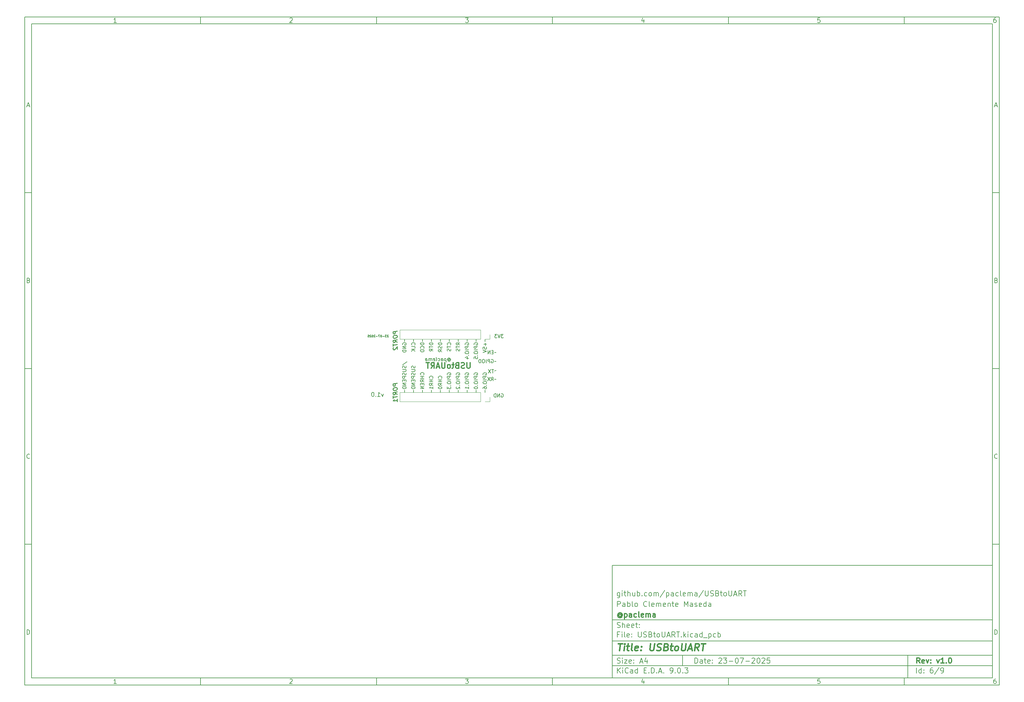
<source format=gbo>
G04 #@! TF.GenerationSoftware,KiCad,Pcbnew,9.0.3*
G04 #@! TF.CreationDate,2025-07-24T11:03:05+02:00*
G04 #@! TF.ProjectId,USBtoUART,55534274-6f55-4415-9254-2e6b69636164,v1.0*
G04 #@! TF.SameCoordinates,Original*
G04 #@! TF.FileFunction,Legend,Bot*
G04 #@! TF.FilePolarity,Positive*
%FSLAX46Y46*%
G04 Gerber Fmt 4.6, Leading zero omitted, Abs format (unit mm)*
G04 Created by KiCad (PCBNEW 9.0.3) date 2025-07-24 11:03:05*
%MOMM*%
%LPD*%
G01*
G04 APERTURE LIST*
%ADD10C,0.100000*%
%ADD11C,0.150000*%
%ADD12C,0.300000*%
%ADD13C,0.400000*%
%ADD14C,0.200000*%
%ADD15C,0.350000*%
%ADD16C,0.280000*%
%ADD17C,0.120000*%
G04 APERTURE END LIST*
D10*
D11*
X177002200Y-166007200D02*
X285002200Y-166007200D01*
X285002200Y-198007200D01*
X177002200Y-198007200D01*
X177002200Y-166007200D01*
D10*
D11*
X10000000Y-10000000D02*
X287002200Y-10000000D01*
X287002200Y-200007200D01*
X10000000Y-200007200D01*
X10000000Y-10000000D01*
D10*
D11*
X12000000Y-12000000D02*
X285002200Y-12000000D01*
X285002200Y-198007200D01*
X12000000Y-198007200D01*
X12000000Y-12000000D01*
D10*
D11*
X60000000Y-12000000D02*
X60000000Y-10000000D01*
D10*
D11*
X110000000Y-12000000D02*
X110000000Y-10000000D01*
D10*
D11*
X160000000Y-12000000D02*
X160000000Y-10000000D01*
D10*
D11*
X210000000Y-12000000D02*
X210000000Y-10000000D01*
D10*
D11*
X260000000Y-12000000D02*
X260000000Y-10000000D01*
D10*
D11*
X36089160Y-11593604D02*
X35346303Y-11593604D01*
X35717731Y-11593604D02*
X35717731Y-10293604D01*
X35717731Y-10293604D02*
X35593922Y-10479319D01*
X35593922Y-10479319D02*
X35470112Y-10603128D01*
X35470112Y-10603128D02*
X35346303Y-10665033D01*
D10*
D11*
X85346303Y-10417414D02*
X85408207Y-10355509D01*
X85408207Y-10355509D02*
X85532017Y-10293604D01*
X85532017Y-10293604D02*
X85841541Y-10293604D01*
X85841541Y-10293604D02*
X85965350Y-10355509D01*
X85965350Y-10355509D02*
X86027255Y-10417414D01*
X86027255Y-10417414D02*
X86089160Y-10541223D01*
X86089160Y-10541223D02*
X86089160Y-10665033D01*
X86089160Y-10665033D02*
X86027255Y-10850747D01*
X86027255Y-10850747D02*
X85284398Y-11593604D01*
X85284398Y-11593604D02*
X86089160Y-11593604D01*
D10*
D11*
X135284398Y-10293604D02*
X136089160Y-10293604D01*
X136089160Y-10293604D02*
X135655826Y-10788842D01*
X135655826Y-10788842D02*
X135841541Y-10788842D01*
X135841541Y-10788842D02*
X135965350Y-10850747D01*
X135965350Y-10850747D02*
X136027255Y-10912652D01*
X136027255Y-10912652D02*
X136089160Y-11036461D01*
X136089160Y-11036461D02*
X136089160Y-11345985D01*
X136089160Y-11345985D02*
X136027255Y-11469795D01*
X136027255Y-11469795D02*
X135965350Y-11531700D01*
X135965350Y-11531700D02*
X135841541Y-11593604D01*
X135841541Y-11593604D02*
X135470112Y-11593604D01*
X135470112Y-11593604D02*
X135346303Y-11531700D01*
X135346303Y-11531700D02*
X135284398Y-11469795D01*
D10*
D11*
X185965350Y-10726938D02*
X185965350Y-11593604D01*
X185655826Y-10231700D02*
X185346303Y-11160271D01*
X185346303Y-11160271D02*
X186151064Y-11160271D01*
D10*
D11*
X236027255Y-10293604D02*
X235408207Y-10293604D01*
X235408207Y-10293604D02*
X235346303Y-10912652D01*
X235346303Y-10912652D02*
X235408207Y-10850747D01*
X235408207Y-10850747D02*
X235532017Y-10788842D01*
X235532017Y-10788842D02*
X235841541Y-10788842D01*
X235841541Y-10788842D02*
X235965350Y-10850747D01*
X235965350Y-10850747D02*
X236027255Y-10912652D01*
X236027255Y-10912652D02*
X236089160Y-11036461D01*
X236089160Y-11036461D02*
X236089160Y-11345985D01*
X236089160Y-11345985D02*
X236027255Y-11469795D01*
X236027255Y-11469795D02*
X235965350Y-11531700D01*
X235965350Y-11531700D02*
X235841541Y-11593604D01*
X235841541Y-11593604D02*
X235532017Y-11593604D01*
X235532017Y-11593604D02*
X235408207Y-11531700D01*
X235408207Y-11531700D02*
X235346303Y-11469795D01*
D10*
D11*
X285965350Y-10293604D02*
X285717731Y-10293604D01*
X285717731Y-10293604D02*
X285593922Y-10355509D01*
X285593922Y-10355509D02*
X285532017Y-10417414D01*
X285532017Y-10417414D02*
X285408207Y-10603128D01*
X285408207Y-10603128D02*
X285346303Y-10850747D01*
X285346303Y-10850747D02*
X285346303Y-11345985D01*
X285346303Y-11345985D02*
X285408207Y-11469795D01*
X285408207Y-11469795D02*
X285470112Y-11531700D01*
X285470112Y-11531700D02*
X285593922Y-11593604D01*
X285593922Y-11593604D02*
X285841541Y-11593604D01*
X285841541Y-11593604D02*
X285965350Y-11531700D01*
X285965350Y-11531700D02*
X286027255Y-11469795D01*
X286027255Y-11469795D02*
X286089160Y-11345985D01*
X286089160Y-11345985D02*
X286089160Y-11036461D01*
X286089160Y-11036461D02*
X286027255Y-10912652D01*
X286027255Y-10912652D02*
X285965350Y-10850747D01*
X285965350Y-10850747D02*
X285841541Y-10788842D01*
X285841541Y-10788842D02*
X285593922Y-10788842D01*
X285593922Y-10788842D02*
X285470112Y-10850747D01*
X285470112Y-10850747D02*
X285408207Y-10912652D01*
X285408207Y-10912652D02*
X285346303Y-11036461D01*
D10*
D11*
X60000000Y-198007200D02*
X60000000Y-200007200D01*
D10*
D11*
X110000000Y-198007200D02*
X110000000Y-200007200D01*
D10*
D11*
X160000000Y-198007200D02*
X160000000Y-200007200D01*
D10*
D11*
X210000000Y-198007200D02*
X210000000Y-200007200D01*
D10*
D11*
X260000000Y-198007200D02*
X260000000Y-200007200D01*
D10*
D11*
X36089160Y-199600804D02*
X35346303Y-199600804D01*
X35717731Y-199600804D02*
X35717731Y-198300804D01*
X35717731Y-198300804D02*
X35593922Y-198486519D01*
X35593922Y-198486519D02*
X35470112Y-198610328D01*
X35470112Y-198610328D02*
X35346303Y-198672233D01*
D10*
D11*
X85346303Y-198424614D02*
X85408207Y-198362709D01*
X85408207Y-198362709D02*
X85532017Y-198300804D01*
X85532017Y-198300804D02*
X85841541Y-198300804D01*
X85841541Y-198300804D02*
X85965350Y-198362709D01*
X85965350Y-198362709D02*
X86027255Y-198424614D01*
X86027255Y-198424614D02*
X86089160Y-198548423D01*
X86089160Y-198548423D02*
X86089160Y-198672233D01*
X86089160Y-198672233D02*
X86027255Y-198857947D01*
X86027255Y-198857947D02*
X85284398Y-199600804D01*
X85284398Y-199600804D02*
X86089160Y-199600804D01*
D10*
D11*
X135284398Y-198300804D02*
X136089160Y-198300804D01*
X136089160Y-198300804D02*
X135655826Y-198796042D01*
X135655826Y-198796042D02*
X135841541Y-198796042D01*
X135841541Y-198796042D02*
X135965350Y-198857947D01*
X135965350Y-198857947D02*
X136027255Y-198919852D01*
X136027255Y-198919852D02*
X136089160Y-199043661D01*
X136089160Y-199043661D02*
X136089160Y-199353185D01*
X136089160Y-199353185D02*
X136027255Y-199476995D01*
X136027255Y-199476995D02*
X135965350Y-199538900D01*
X135965350Y-199538900D02*
X135841541Y-199600804D01*
X135841541Y-199600804D02*
X135470112Y-199600804D01*
X135470112Y-199600804D02*
X135346303Y-199538900D01*
X135346303Y-199538900D02*
X135284398Y-199476995D01*
D10*
D11*
X185965350Y-198734138D02*
X185965350Y-199600804D01*
X185655826Y-198238900D02*
X185346303Y-199167471D01*
X185346303Y-199167471D02*
X186151064Y-199167471D01*
D10*
D11*
X236027255Y-198300804D02*
X235408207Y-198300804D01*
X235408207Y-198300804D02*
X235346303Y-198919852D01*
X235346303Y-198919852D02*
X235408207Y-198857947D01*
X235408207Y-198857947D02*
X235532017Y-198796042D01*
X235532017Y-198796042D02*
X235841541Y-198796042D01*
X235841541Y-198796042D02*
X235965350Y-198857947D01*
X235965350Y-198857947D02*
X236027255Y-198919852D01*
X236027255Y-198919852D02*
X236089160Y-199043661D01*
X236089160Y-199043661D02*
X236089160Y-199353185D01*
X236089160Y-199353185D02*
X236027255Y-199476995D01*
X236027255Y-199476995D02*
X235965350Y-199538900D01*
X235965350Y-199538900D02*
X235841541Y-199600804D01*
X235841541Y-199600804D02*
X235532017Y-199600804D01*
X235532017Y-199600804D02*
X235408207Y-199538900D01*
X235408207Y-199538900D02*
X235346303Y-199476995D01*
D10*
D11*
X285965350Y-198300804D02*
X285717731Y-198300804D01*
X285717731Y-198300804D02*
X285593922Y-198362709D01*
X285593922Y-198362709D02*
X285532017Y-198424614D01*
X285532017Y-198424614D02*
X285408207Y-198610328D01*
X285408207Y-198610328D02*
X285346303Y-198857947D01*
X285346303Y-198857947D02*
X285346303Y-199353185D01*
X285346303Y-199353185D02*
X285408207Y-199476995D01*
X285408207Y-199476995D02*
X285470112Y-199538900D01*
X285470112Y-199538900D02*
X285593922Y-199600804D01*
X285593922Y-199600804D02*
X285841541Y-199600804D01*
X285841541Y-199600804D02*
X285965350Y-199538900D01*
X285965350Y-199538900D02*
X286027255Y-199476995D01*
X286027255Y-199476995D02*
X286089160Y-199353185D01*
X286089160Y-199353185D02*
X286089160Y-199043661D01*
X286089160Y-199043661D02*
X286027255Y-198919852D01*
X286027255Y-198919852D02*
X285965350Y-198857947D01*
X285965350Y-198857947D02*
X285841541Y-198796042D01*
X285841541Y-198796042D02*
X285593922Y-198796042D01*
X285593922Y-198796042D02*
X285470112Y-198857947D01*
X285470112Y-198857947D02*
X285408207Y-198919852D01*
X285408207Y-198919852D02*
X285346303Y-199043661D01*
D10*
D11*
X10000000Y-60000000D02*
X12000000Y-60000000D01*
D10*
D11*
X10000000Y-110000000D02*
X12000000Y-110000000D01*
D10*
D11*
X10000000Y-160000000D02*
X12000000Y-160000000D01*
D10*
D11*
X10690476Y-35222176D02*
X11309523Y-35222176D01*
X10566666Y-35593604D02*
X10999999Y-34293604D01*
X10999999Y-34293604D02*
X11433333Y-35593604D01*
D10*
D11*
X11092857Y-84912652D02*
X11278571Y-84974557D01*
X11278571Y-84974557D02*
X11340476Y-85036461D01*
X11340476Y-85036461D02*
X11402380Y-85160271D01*
X11402380Y-85160271D02*
X11402380Y-85345985D01*
X11402380Y-85345985D02*
X11340476Y-85469795D01*
X11340476Y-85469795D02*
X11278571Y-85531700D01*
X11278571Y-85531700D02*
X11154761Y-85593604D01*
X11154761Y-85593604D02*
X10659523Y-85593604D01*
X10659523Y-85593604D02*
X10659523Y-84293604D01*
X10659523Y-84293604D02*
X11092857Y-84293604D01*
X11092857Y-84293604D02*
X11216666Y-84355509D01*
X11216666Y-84355509D02*
X11278571Y-84417414D01*
X11278571Y-84417414D02*
X11340476Y-84541223D01*
X11340476Y-84541223D02*
X11340476Y-84665033D01*
X11340476Y-84665033D02*
X11278571Y-84788842D01*
X11278571Y-84788842D02*
X11216666Y-84850747D01*
X11216666Y-84850747D02*
X11092857Y-84912652D01*
X11092857Y-84912652D02*
X10659523Y-84912652D01*
D10*
D11*
X11402380Y-135469795D02*
X11340476Y-135531700D01*
X11340476Y-135531700D02*
X11154761Y-135593604D01*
X11154761Y-135593604D02*
X11030952Y-135593604D01*
X11030952Y-135593604D02*
X10845238Y-135531700D01*
X10845238Y-135531700D02*
X10721428Y-135407890D01*
X10721428Y-135407890D02*
X10659523Y-135284080D01*
X10659523Y-135284080D02*
X10597619Y-135036461D01*
X10597619Y-135036461D02*
X10597619Y-134850747D01*
X10597619Y-134850747D02*
X10659523Y-134603128D01*
X10659523Y-134603128D02*
X10721428Y-134479319D01*
X10721428Y-134479319D02*
X10845238Y-134355509D01*
X10845238Y-134355509D02*
X11030952Y-134293604D01*
X11030952Y-134293604D02*
X11154761Y-134293604D01*
X11154761Y-134293604D02*
X11340476Y-134355509D01*
X11340476Y-134355509D02*
X11402380Y-134417414D01*
D10*
D11*
X10659523Y-185593604D02*
X10659523Y-184293604D01*
X10659523Y-184293604D02*
X10969047Y-184293604D01*
X10969047Y-184293604D02*
X11154761Y-184355509D01*
X11154761Y-184355509D02*
X11278571Y-184479319D01*
X11278571Y-184479319D02*
X11340476Y-184603128D01*
X11340476Y-184603128D02*
X11402380Y-184850747D01*
X11402380Y-184850747D02*
X11402380Y-185036461D01*
X11402380Y-185036461D02*
X11340476Y-185284080D01*
X11340476Y-185284080D02*
X11278571Y-185407890D01*
X11278571Y-185407890D02*
X11154761Y-185531700D01*
X11154761Y-185531700D02*
X10969047Y-185593604D01*
X10969047Y-185593604D02*
X10659523Y-185593604D01*
D10*
D11*
X287002200Y-60000000D02*
X285002200Y-60000000D01*
D10*
D11*
X287002200Y-110000000D02*
X285002200Y-110000000D01*
D10*
D11*
X287002200Y-160000000D02*
X285002200Y-160000000D01*
D10*
D11*
X285692676Y-35222176D02*
X286311723Y-35222176D01*
X285568866Y-35593604D02*
X286002199Y-34293604D01*
X286002199Y-34293604D02*
X286435533Y-35593604D01*
D10*
D11*
X286095057Y-84912652D02*
X286280771Y-84974557D01*
X286280771Y-84974557D02*
X286342676Y-85036461D01*
X286342676Y-85036461D02*
X286404580Y-85160271D01*
X286404580Y-85160271D02*
X286404580Y-85345985D01*
X286404580Y-85345985D02*
X286342676Y-85469795D01*
X286342676Y-85469795D02*
X286280771Y-85531700D01*
X286280771Y-85531700D02*
X286156961Y-85593604D01*
X286156961Y-85593604D02*
X285661723Y-85593604D01*
X285661723Y-85593604D02*
X285661723Y-84293604D01*
X285661723Y-84293604D02*
X286095057Y-84293604D01*
X286095057Y-84293604D02*
X286218866Y-84355509D01*
X286218866Y-84355509D02*
X286280771Y-84417414D01*
X286280771Y-84417414D02*
X286342676Y-84541223D01*
X286342676Y-84541223D02*
X286342676Y-84665033D01*
X286342676Y-84665033D02*
X286280771Y-84788842D01*
X286280771Y-84788842D02*
X286218866Y-84850747D01*
X286218866Y-84850747D02*
X286095057Y-84912652D01*
X286095057Y-84912652D02*
X285661723Y-84912652D01*
D10*
D11*
X286404580Y-135469795D02*
X286342676Y-135531700D01*
X286342676Y-135531700D02*
X286156961Y-135593604D01*
X286156961Y-135593604D02*
X286033152Y-135593604D01*
X286033152Y-135593604D02*
X285847438Y-135531700D01*
X285847438Y-135531700D02*
X285723628Y-135407890D01*
X285723628Y-135407890D02*
X285661723Y-135284080D01*
X285661723Y-135284080D02*
X285599819Y-135036461D01*
X285599819Y-135036461D02*
X285599819Y-134850747D01*
X285599819Y-134850747D02*
X285661723Y-134603128D01*
X285661723Y-134603128D02*
X285723628Y-134479319D01*
X285723628Y-134479319D02*
X285847438Y-134355509D01*
X285847438Y-134355509D02*
X286033152Y-134293604D01*
X286033152Y-134293604D02*
X286156961Y-134293604D01*
X286156961Y-134293604D02*
X286342676Y-134355509D01*
X286342676Y-134355509D02*
X286404580Y-134417414D01*
D10*
D11*
X285661723Y-185593604D02*
X285661723Y-184293604D01*
X285661723Y-184293604D02*
X285971247Y-184293604D01*
X285971247Y-184293604D02*
X286156961Y-184355509D01*
X286156961Y-184355509D02*
X286280771Y-184479319D01*
X286280771Y-184479319D02*
X286342676Y-184603128D01*
X286342676Y-184603128D02*
X286404580Y-184850747D01*
X286404580Y-184850747D02*
X286404580Y-185036461D01*
X286404580Y-185036461D02*
X286342676Y-185284080D01*
X286342676Y-185284080D02*
X286280771Y-185407890D01*
X286280771Y-185407890D02*
X286156961Y-185531700D01*
X286156961Y-185531700D02*
X285971247Y-185593604D01*
X285971247Y-185593604D02*
X285661723Y-185593604D01*
D10*
D11*
X200458026Y-193793328D02*
X200458026Y-192293328D01*
X200458026Y-192293328D02*
X200815169Y-192293328D01*
X200815169Y-192293328D02*
X201029455Y-192364757D01*
X201029455Y-192364757D02*
X201172312Y-192507614D01*
X201172312Y-192507614D02*
X201243741Y-192650471D01*
X201243741Y-192650471D02*
X201315169Y-192936185D01*
X201315169Y-192936185D02*
X201315169Y-193150471D01*
X201315169Y-193150471D02*
X201243741Y-193436185D01*
X201243741Y-193436185D02*
X201172312Y-193579042D01*
X201172312Y-193579042D02*
X201029455Y-193721900D01*
X201029455Y-193721900D02*
X200815169Y-193793328D01*
X200815169Y-193793328D02*
X200458026Y-193793328D01*
X202600884Y-193793328D02*
X202600884Y-193007614D01*
X202600884Y-193007614D02*
X202529455Y-192864757D01*
X202529455Y-192864757D02*
X202386598Y-192793328D01*
X202386598Y-192793328D02*
X202100884Y-192793328D01*
X202100884Y-192793328D02*
X201958026Y-192864757D01*
X202600884Y-193721900D02*
X202458026Y-193793328D01*
X202458026Y-193793328D02*
X202100884Y-193793328D01*
X202100884Y-193793328D02*
X201958026Y-193721900D01*
X201958026Y-193721900D02*
X201886598Y-193579042D01*
X201886598Y-193579042D02*
X201886598Y-193436185D01*
X201886598Y-193436185D02*
X201958026Y-193293328D01*
X201958026Y-193293328D02*
X202100884Y-193221900D01*
X202100884Y-193221900D02*
X202458026Y-193221900D01*
X202458026Y-193221900D02*
X202600884Y-193150471D01*
X203100884Y-192793328D02*
X203672312Y-192793328D01*
X203315169Y-192293328D02*
X203315169Y-193579042D01*
X203315169Y-193579042D02*
X203386598Y-193721900D01*
X203386598Y-193721900D02*
X203529455Y-193793328D01*
X203529455Y-193793328D02*
X203672312Y-193793328D01*
X204743741Y-193721900D02*
X204600884Y-193793328D01*
X204600884Y-193793328D02*
X204315170Y-193793328D01*
X204315170Y-193793328D02*
X204172312Y-193721900D01*
X204172312Y-193721900D02*
X204100884Y-193579042D01*
X204100884Y-193579042D02*
X204100884Y-193007614D01*
X204100884Y-193007614D02*
X204172312Y-192864757D01*
X204172312Y-192864757D02*
X204315170Y-192793328D01*
X204315170Y-192793328D02*
X204600884Y-192793328D01*
X204600884Y-192793328D02*
X204743741Y-192864757D01*
X204743741Y-192864757D02*
X204815170Y-193007614D01*
X204815170Y-193007614D02*
X204815170Y-193150471D01*
X204815170Y-193150471D02*
X204100884Y-193293328D01*
X205458026Y-193650471D02*
X205529455Y-193721900D01*
X205529455Y-193721900D02*
X205458026Y-193793328D01*
X205458026Y-193793328D02*
X205386598Y-193721900D01*
X205386598Y-193721900D02*
X205458026Y-193650471D01*
X205458026Y-193650471D02*
X205458026Y-193793328D01*
X205458026Y-192864757D02*
X205529455Y-192936185D01*
X205529455Y-192936185D02*
X205458026Y-193007614D01*
X205458026Y-193007614D02*
X205386598Y-192936185D01*
X205386598Y-192936185D02*
X205458026Y-192864757D01*
X205458026Y-192864757D02*
X205458026Y-193007614D01*
X207243741Y-192436185D02*
X207315169Y-192364757D01*
X207315169Y-192364757D02*
X207458027Y-192293328D01*
X207458027Y-192293328D02*
X207815169Y-192293328D01*
X207815169Y-192293328D02*
X207958027Y-192364757D01*
X207958027Y-192364757D02*
X208029455Y-192436185D01*
X208029455Y-192436185D02*
X208100884Y-192579042D01*
X208100884Y-192579042D02*
X208100884Y-192721900D01*
X208100884Y-192721900D02*
X208029455Y-192936185D01*
X208029455Y-192936185D02*
X207172312Y-193793328D01*
X207172312Y-193793328D02*
X208100884Y-193793328D01*
X208600883Y-192293328D02*
X209529455Y-192293328D01*
X209529455Y-192293328D02*
X209029455Y-192864757D01*
X209029455Y-192864757D02*
X209243740Y-192864757D01*
X209243740Y-192864757D02*
X209386598Y-192936185D01*
X209386598Y-192936185D02*
X209458026Y-193007614D01*
X209458026Y-193007614D02*
X209529455Y-193150471D01*
X209529455Y-193150471D02*
X209529455Y-193507614D01*
X209529455Y-193507614D02*
X209458026Y-193650471D01*
X209458026Y-193650471D02*
X209386598Y-193721900D01*
X209386598Y-193721900D02*
X209243740Y-193793328D01*
X209243740Y-193793328D02*
X208815169Y-193793328D01*
X208815169Y-193793328D02*
X208672312Y-193721900D01*
X208672312Y-193721900D02*
X208600883Y-193650471D01*
X210172311Y-193221900D02*
X211315169Y-193221900D01*
X212315169Y-192293328D02*
X212458026Y-192293328D01*
X212458026Y-192293328D02*
X212600883Y-192364757D01*
X212600883Y-192364757D02*
X212672312Y-192436185D01*
X212672312Y-192436185D02*
X212743740Y-192579042D01*
X212743740Y-192579042D02*
X212815169Y-192864757D01*
X212815169Y-192864757D02*
X212815169Y-193221900D01*
X212815169Y-193221900D02*
X212743740Y-193507614D01*
X212743740Y-193507614D02*
X212672312Y-193650471D01*
X212672312Y-193650471D02*
X212600883Y-193721900D01*
X212600883Y-193721900D02*
X212458026Y-193793328D01*
X212458026Y-193793328D02*
X212315169Y-193793328D01*
X212315169Y-193793328D02*
X212172312Y-193721900D01*
X212172312Y-193721900D02*
X212100883Y-193650471D01*
X212100883Y-193650471D02*
X212029454Y-193507614D01*
X212029454Y-193507614D02*
X211958026Y-193221900D01*
X211958026Y-193221900D02*
X211958026Y-192864757D01*
X211958026Y-192864757D02*
X212029454Y-192579042D01*
X212029454Y-192579042D02*
X212100883Y-192436185D01*
X212100883Y-192436185D02*
X212172312Y-192364757D01*
X212172312Y-192364757D02*
X212315169Y-192293328D01*
X213315168Y-192293328D02*
X214315168Y-192293328D01*
X214315168Y-192293328D02*
X213672311Y-193793328D01*
X214886596Y-193221900D02*
X216029454Y-193221900D01*
X216672311Y-192436185D02*
X216743739Y-192364757D01*
X216743739Y-192364757D02*
X216886597Y-192293328D01*
X216886597Y-192293328D02*
X217243739Y-192293328D01*
X217243739Y-192293328D02*
X217386597Y-192364757D01*
X217386597Y-192364757D02*
X217458025Y-192436185D01*
X217458025Y-192436185D02*
X217529454Y-192579042D01*
X217529454Y-192579042D02*
X217529454Y-192721900D01*
X217529454Y-192721900D02*
X217458025Y-192936185D01*
X217458025Y-192936185D02*
X216600882Y-193793328D01*
X216600882Y-193793328D02*
X217529454Y-193793328D01*
X218458025Y-192293328D02*
X218600882Y-192293328D01*
X218600882Y-192293328D02*
X218743739Y-192364757D01*
X218743739Y-192364757D02*
X218815168Y-192436185D01*
X218815168Y-192436185D02*
X218886596Y-192579042D01*
X218886596Y-192579042D02*
X218958025Y-192864757D01*
X218958025Y-192864757D02*
X218958025Y-193221900D01*
X218958025Y-193221900D02*
X218886596Y-193507614D01*
X218886596Y-193507614D02*
X218815168Y-193650471D01*
X218815168Y-193650471D02*
X218743739Y-193721900D01*
X218743739Y-193721900D02*
X218600882Y-193793328D01*
X218600882Y-193793328D02*
X218458025Y-193793328D01*
X218458025Y-193793328D02*
X218315168Y-193721900D01*
X218315168Y-193721900D02*
X218243739Y-193650471D01*
X218243739Y-193650471D02*
X218172310Y-193507614D01*
X218172310Y-193507614D02*
X218100882Y-193221900D01*
X218100882Y-193221900D02*
X218100882Y-192864757D01*
X218100882Y-192864757D02*
X218172310Y-192579042D01*
X218172310Y-192579042D02*
X218243739Y-192436185D01*
X218243739Y-192436185D02*
X218315168Y-192364757D01*
X218315168Y-192364757D02*
X218458025Y-192293328D01*
X219529453Y-192436185D02*
X219600881Y-192364757D01*
X219600881Y-192364757D02*
X219743739Y-192293328D01*
X219743739Y-192293328D02*
X220100881Y-192293328D01*
X220100881Y-192293328D02*
X220243739Y-192364757D01*
X220243739Y-192364757D02*
X220315167Y-192436185D01*
X220315167Y-192436185D02*
X220386596Y-192579042D01*
X220386596Y-192579042D02*
X220386596Y-192721900D01*
X220386596Y-192721900D02*
X220315167Y-192936185D01*
X220315167Y-192936185D02*
X219458024Y-193793328D01*
X219458024Y-193793328D02*
X220386596Y-193793328D01*
X221743738Y-192293328D02*
X221029452Y-192293328D01*
X221029452Y-192293328D02*
X220958024Y-193007614D01*
X220958024Y-193007614D02*
X221029452Y-192936185D01*
X221029452Y-192936185D02*
X221172310Y-192864757D01*
X221172310Y-192864757D02*
X221529452Y-192864757D01*
X221529452Y-192864757D02*
X221672310Y-192936185D01*
X221672310Y-192936185D02*
X221743738Y-193007614D01*
X221743738Y-193007614D02*
X221815167Y-193150471D01*
X221815167Y-193150471D02*
X221815167Y-193507614D01*
X221815167Y-193507614D02*
X221743738Y-193650471D01*
X221743738Y-193650471D02*
X221672310Y-193721900D01*
X221672310Y-193721900D02*
X221529452Y-193793328D01*
X221529452Y-193793328D02*
X221172310Y-193793328D01*
X221172310Y-193793328D02*
X221029452Y-193721900D01*
X221029452Y-193721900D02*
X220958024Y-193650471D01*
D10*
D11*
X177002200Y-194507200D02*
X285002200Y-194507200D01*
D10*
D11*
X178458026Y-196593328D02*
X178458026Y-195093328D01*
X179315169Y-196593328D02*
X178672312Y-195736185D01*
X179315169Y-195093328D02*
X178458026Y-195950471D01*
X179958026Y-196593328D02*
X179958026Y-195593328D01*
X179958026Y-195093328D02*
X179886598Y-195164757D01*
X179886598Y-195164757D02*
X179958026Y-195236185D01*
X179958026Y-195236185D02*
X180029455Y-195164757D01*
X180029455Y-195164757D02*
X179958026Y-195093328D01*
X179958026Y-195093328D02*
X179958026Y-195236185D01*
X181529455Y-196450471D02*
X181458027Y-196521900D01*
X181458027Y-196521900D02*
X181243741Y-196593328D01*
X181243741Y-196593328D02*
X181100884Y-196593328D01*
X181100884Y-196593328D02*
X180886598Y-196521900D01*
X180886598Y-196521900D02*
X180743741Y-196379042D01*
X180743741Y-196379042D02*
X180672312Y-196236185D01*
X180672312Y-196236185D02*
X180600884Y-195950471D01*
X180600884Y-195950471D02*
X180600884Y-195736185D01*
X180600884Y-195736185D02*
X180672312Y-195450471D01*
X180672312Y-195450471D02*
X180743741Y-195307614D01*
X180743741Y-195307614D02*
X180886598Y-195164757D01*
X180886598Y-195164757D02*
X181100884Y-195093328D01*
X181100884Y-195093328D02*
X181243741Y-195093328D01*
X181243741Y-195093328D02*
X181458027Y-195164757D01*
X181458027Y-195164757D02*
X181529455Y-195236185D01*
X182815170Y-196593328D02*
X182815170Y-195807614D01*
X182815170Y-195807614D02*
X182743741Y-195664757D01*
X182743741Y-195664757D02*
X182600884Y-195593328D01*
X182600884Y-195593328D02*
X182315170Y-195593328D01*
X182315170Y-195593328D02*
X182172312Y-195664757D01*
X182815170Y-196521900D02*
X182672312Y-196593328D01*
X182672312Y-196593328D02*
X182315170Y-196593328D01*
X182315170Y-196593328D02*
X182172312Y-196521900D01*
X182172312Y-196521900D02*
X182100884Y-196379042D01*
X182100884Y-196379042D02*
X182100884Y-196236185D01*
X182100884Y-196236185D02*
X182172312Y-196093328D01*
X182172312Y-196093328D02*
X182315170Y-196021900D01*
X182315170Y-196021900D02*
X182672312Y-196021900D01*
X182672312Y-196021900D02*
X182815170Y-195950471D01*
X184172313Y-196593328D02*
X184172313Y-195093328D01*
X184172313Y-196521900D02*
X184029455Y-196593328D01*
X184029455Y-196593328D02*
X183743741Y-196593328D01*
X183743741Y-196593328D02*
X183600884Y-196521900D01*
X183600884Y-196521900D02*
X183529455Y-196450471D01*
X183529455Y-196450471D02*
X183458027Y-196307614D01*
X183458027Y-196307614D02*
X183458027Y-195879042D01*
X183458027Y-195879042D02*
X183529455Y-195736185D01*
X183529455Y-195736185D02*
X183600884Y-195664757D01*
X183600884Y-195664757D02*
X183743741Y-195593328D01*
X183743741Y-195593328D02*
X184029455Y-195593328D01*
X184029455Y-195593328D02*
X184172313Y-195664757D01*
X186029455Y-195807614D02*
X186529455Y-195807614D01*
X186743741Y-196593328D02*
X186029455Y-196593328D01*
X186029455Y-196593328D02*
X186029455Y-195093328D01*
X186029455Y-195093328D02*
X186743741Y-195093328D01*
X187386598Y-196450471D02*
X187458027Y-196521900D01*
X187458027Y-196521900D02*
X187386598Y-196593328D01*
X187386598Y-196593328D02*
X187315170Y-196521900D01*
X187315170Y-196521900D02*
X187386598Y-196450471D01*
X187386598Y-196450471D02*
X187386598Y-196593328D01*
X188100884Y-196593328D02*
X188100884Y-195093328D01*
X188100884Y-195093328D02*
X188458027Y-195093328D01*
X188458027Y-195093328D02*
X188672313Y-195164757D01*
X188672313Y-195164757D02*
X188815170Y-195307614D01*
X188815170Y-195307614D02*
X188886599Y-195450471D01*
X188886599Y-195450471D02*
X188958027Y-195736185D01*
X188958027Y-195736185D02*
X188958027Y-195950471D01*
X188958027Y-195950471D02*
X188886599Y-196236185D01*
X188886599Y-196236185D02*
X188815170Y-196379042D01*
X188815170Y-196379042D02*
X188672313Y-196521900D01*
X188672313Y-196521900D02*
X188458027Y-196593328D01*
X188458027Y-196593328D02*
X188100884Y-196593328D01*
X189600884Y-196450471D02*
X189672313Y-196521900D01*
X189672313Y-196521900D02*
X189600884Y-196593328D01*
X189600884Y-196593328D02*
X189529456Y-196521900D01*
X189529456Y-196521900D02*
X189600884Y-196450471D01*
X189600884Y-196450471D02*
X189600884Y-196593328D01*
X190243742Y-196164757D02*
X190958028Y-196164757D01*
X190100885Y-196593328D02*
X190600885Y-195093328D01*
X190600885Y-195093328D02*
X191100885Y-196593328D01*
X191600884Y-196450471D02*
X191672313Y-196521900D01*
X191672313Y-196521900D02*
X191600884Y-196593328D01*
X191600884Y-196593328D02*
X191529456Y-196521900D01*
X191529456Y-196521900D02*
X191600884Y-196450471D01*
X191600884Y-196450471D02*
X191600884Y-196593328D01*
X193529456Y-196593328D02*
X193815170Y-196593328D01*
X193815170Y-196593328D02*
X193958027Y-196521900D01*
X193958027Y-196521900D02*
X194029456Y-196450471D01*
X194029456Y-196450471D02*
X194172313Y-196236185D01*
X194172313Y-196236185D02*
X194243742Y-195950471D01*
X194243742Y-195950471D02*
X194243742Y-195379042D01*
X194243742Y-195379042D02*
X194172313Y-195236185D01*
X194172313Y-195236185D02*
X194100885Y-195164757D01*
X194100885Y-195164757D02*
X193958027Y-195093328D01*
X193958027Y-195093328D02*
X193672313Y-195093328D01*
X193672313Y-195093328D02*
X193529456Y-195164757D01*
X193529456Y-195164757D02*
X193458027Y-195236185D01*
X193458027Y-195236185D02*
X193386599Y-195379042D01*
X193386599Y-195379042D02*
X193386599Y-195736185D01*
X193386599Y-195736185D02*
X193458027Y-195879042D01*
X193458027Y-195879042D02*
X193529456Y-195950471D01*
X193529456Y-195950471D02*
X193672313Y-196021900D01*
X193672313Y-196021900D02*
X193958027Y-196021900D01*
X193958027Y-196021900D02*
X194100885Y-195950471D01*
X194100885Y-195950471D02*
X194172313Y-195879042D01*
X194172313Y-195879042D02*
X194243742Y-195736185D01*
X194886598Y-196450471D02*
X194958027Y-196521900D01*
X194958027Y-196521900D02*
X194886598Y-196593328D01*
X194886598Y-196593328D02*
X194815170Y-196521900D01*
X194815170Y-196521900D02*
X194886598Y-196450471D01*
X194886598Y-196450471D02*
X194886598Y-196593328D01*
X195886599Y-195093328D02*
X196029456Y-195093328D01*
X196029456Y-195093328D02*
X196172313Y-195164757D01*
X196172313Y-195164757D02*
X196243742Y-195236185D01*
X196243742Y-195236185D02*
X196315170Y-195379042D01*
X196315170Y-195379042D02*
X196386599Y-195664757D01*
X196386599Y-195664757D02*
X196386599Y-196021900D01*
X196386599Y-196021900D02*
X196315170Y-196307614D01*
X196315170Y-196307614D02*
X196243742Y-196450471D01*
X196243742Y-196450471D02*
X196172313Y-196521900D01*
X196172313Y-196521900D02*
X196029456Y-196593328D01*
X196029456Y-196593328D02*
X195886599Y-196593328D01*
X195886599Y-196593328D02*
X195743742Y-196521900D01*
X195743742Y-196521900D02*
X195672313Y-196450471D01*
X195672313Y-196450471D02*
X195600884Y-196307614D01*
X195600884Y-196307614D02*
X195529456Y-196021900D01*
X195529456Y-196021900D02*
X195529456Y-195664757D01*
X195529456Y-195664757D02*
X195600884Y-195379042D01*
X195600884Y-195379042D02*
X195672313Y-195236185D01*
X195672313Y-195236185D02*
X195743742Y-195164757D01*
X195743742Y-195164757D02*
X195886599Y-195093328D01*
X197029455Y-196450471D02*
X197100884Y-196521900D01*
X197100884Y-196521900D02*
X197029455Y-196593328D01*
X197029455Y-196593328D02*
X196958027Y-196521900D01*
X196958027Y-196521900D02*
X197029455Y-196450471D01*
X197029455Y-196450471D02*
X197029455Y-196593328D01*
X197600884Y-195093328D02*
X198529456Y-195093328D01*
X198529456Y-195093328D02*
X198029456Y-195664757D01*
X198029456Y-195664757D02*
X198243741Y-195664757D01*
X198243741Y-195664757D02*
X198386599Y-195736185D01*
X198386599Y-195736185D02*
X198458027Y-195807614D01*
X198458027Y-195807614D02*
X198529456Y-195950471D01*
X198529456Y-195950471D02*
X198529456Y-196307614D01*
X198529456Y-196307614D02*
X198458027Y-196450471D01*
X198458027Y-196450471D02*
X198386599Y-196521900D01*
X198386599Y-196521900D02*
X198243741Y-196593328D01*
X198243741Y-196593328D02*
X197815170Y-196593328D01*
X197815170Y-196593328D02*
X197672313Y-196521900D01*
X197672313Y-196521900D02*
X197600884Y-196450471D01*
D10*
D11*
X177002200Y-191507200D02*
X285002200Y-191507200D01*
D10*
D12*
X264413853Y-193785528D02*
X263913853Y-193071242D01*
X263556710Y-193785528D02*
X263556710Y-192285528D01*
X263556710Y-192285528D02*
X264128139Y-192285528D01*
X264128139Y-192285528D02*
X264270996Y-192356957D01*
X264270996Y-192356957D02*
X264342425Y-192428385D01*
X264342425Y-192428385D02*
X264413853Y-192571242D01*
X264413853Y-192571242D02*
X264413853Y-192785528D01*
X264413853Y-192785528D02*
X264342425Y-192928385D01*
X264342425Y-192928385D02*
X264270996Y-192999814D01*
X264270996Y-192999814D02*
X264128139Y-193071242D01*
X264128139Y-193071242D02*
X263556710Y-193071242D01*
X265628139Y-193714100D02*
X265485282Y-193785528D01*
X265485282Y-193785528D02*
X265199568Y-193785528D01*
X265199568Y-193785528D02*
X265056710Y-193714100D01*
X265056710Y-193714100D02*
X264985282Y-193571242D01*
X264985282Y-193571242D02*
X264985282Y-192999814D01*
X264985282Y-192999814D02*
X265056710Y-192856957D01*
X265056710Y-192856957D02*
X265199568Y-192785528D01*
X265199568Y-192785528D02*
X265485282Y-192785528D01*
X265485282Y-192785528D02*
X265628139Y-192856957D01*
X265628139Y-192856957D02*
X265699568Y-192999814D01*
X265699568Y-192999814D02*
X265699568Y-193142671D01*
X265699568Y-193142671D02*
X264985282Y-193285528D01*
X266199567Y-192785528D02*
X266556710Y-193785528D01*
X266556710Y-193785528D02*
X266913853Y-192785528D01*
X267485281Y-193642671D02*
X267556710Y-193714100D01*
X267556710Y-193714100D02*
X267485281Y-193785528D01*
X267485281Y-193785528D02*
X267413853Y-193714100D01*
X267413853Y-193714100D02*
X267485281Y-193642671D01*
X267485281Y-193642671D02*
X267485281Y-193785528D01*
X267485281Y-192856957D02*
X267556710Y-192928385D01*
X267556710Y-192928385D02*
X267485281Y-192999814D01*
X267485281Y-192999814D02*
X267413853Y-192928385D01*
X267413853Y-192928385D02*
X267485281Y-192856957D01*
X267485281Y-192856957D02*
X267485281Y-192999814D01*
X269199567Y-192785528D02*
X269556710Y-193785528D01*
X269556710Y-193785528D02*
X269913853Y-192785528D01*
X271270996Y-193785528D02*
X270413853Y-193785528D01*
X270842424Y-193785528D02*
X270842424Y-192285528D01*
X270842424Y-192285528D02*
X270699567Y-192499814D01*
X270699567Y-192499814D02*
X270556710Y-192642671D01*
X270556710Y-192642671D02*
X270413853Y-192714100D01*
X271913852Y-193642671D02*
X271985281Y-193714100D01*
X271985281Y-193714100D02*
X271913852Y-193785528D01*
X271913852Y-193785528D02*
X271842424Y-193714100D01*
X271842424Y-193714100D02*
X271913852Y-193642671D01*
X271913852Y-193642671D02*
X271913852Y-193785528D01*
X272913853Y-192285528D02*
X273056710Y-192285528D01*
X273056710Y-192285528D02*
X273199567Y-192356957D01*
X273199567Y-192356957D02*
X273270996Y-192428385D01*
X273270996Y-192428385D02*
X273342424Y-192571242D01*
X273342424Y-192571242D02*
X273413853Y-192856957D01*
X273413853Y-192856957D02*
X273413853Y-193214100D01*
X273413853Y-193214100D02*
X273342424Y-193499814D01*
X273342424Y-193499814D02*
X273270996Y-193642671D01*
X273270996Y-193642671D02*
X273199567Y-193714100D01*
X273199567Y-193714100D02*
X273056710Y-193785528D01*
X273056710Y-193785528D02*
X272913853Y-193785528D01*
X272913853Y-193785528D02*
X272770996Y-193714100D01*
X272770996Y-193714100D02*
X272699567Y-193642671D01*
X272699567Y-193642671D02*
X272628138Y-193499814D01*
X272628138Y-193499814D02*
X272556710Y-193214100D01*
X272556710Y-193214100D02*
X272556710Y-192856957D01*
X272556710Y-192856957D02*
X272628138Y-192571242D01*
X272628138Y-192571242D02*
X272699567Y-192428385D01*
X272699567Y-192428385D02*
X272770996Y-192356957D01*
X272770996Y-192356957D02*
X272913853Y-192285528D01*
D10*
D11*
X178386598Y-193721900D02*
X178600884Y-193793328D01*
X178600884Y-193793328D02*
X178958026Y-193793328D01*
X178958026Y-193793328D02*
X179100884Y-193721900D01*
X179100884Y-193721900D02*
X179172312Y-193650471D01*
X179172312Y-193650471D02*
X179243741Y-193507614D01*
X179243741Y-193507614D02*
X179243741Y-193364757D01*
X179243741Y-193364757D02*
X179172312Y-193221900D01*
X179172312Y-193221900D02*
X179100884Y-193150471D01*
X179100884Y-193150471D02*
X178958026Y-193079042D01*
X178958026Y-193079042D02*
X178672312Y-193007614D01*
X178672312Y-193007614D02*
X178529455Y-192936185D01*
X178529455Y-192936185D02*
X178458026Y-192864757D01*
X178458026Y-192864757D02*
X178386598Y-192721900D01*
X178386598Y-192721900D02*
X178386598Y-192579042D01*
X178386598Y-192579042D02*
X178458026Y-192436185D01*
X178458026Y-192436185D02*
X178529455Y-192364757D01*
X178529455Y-192364757D02*
X178672312Y-192293328D01*
X178672312Y-192293328D02*
X179029455Y-192293328D01*
X179029455Y-192293328D02*
X179243741Y-192364757D01*
X179886597Y-193793328D02*
X179886597Y-192793328D01*
X179886597Y-192293328D02*
X179815169Y-192364757D01*
X179815169Y-192364757D02*
X179886597Y-192436185D01*
X179886597Y-192436185D02*
X179958026Y-192364757D01*
X179958026Y-192364757D02*
X179886597Y-192293328D01*
X179886597Y-192293328D02*
X179886597Y-192436185D01*
X180458026Y-192793328D02*
X181243741Y-192793328D01*
X181243741Y-192793328D02*
X180458026Y-193793328D01*
X180458026Y-193793328D02*
X181243741Y-193793328D01*
X182386598Y-193721900D02*
X182243741Y-193793328D01*
X182243741Y-193793328D02*
X181958027Y-193793328D01*
X181958027Y-193793328D02*
X181815169Y-193721900D01*
X181815169Y-193721900D02*
X181743741Y-193579042D01*
X181743741Y-193579042D02*
X181743741Y-193007614D01*
X181743741Y-193007614D02*
X181815169Y-192864757D01*
X181815169Y-192864757D02*
X181958027Y-192793328D01*
X181958027Y-192793328D02*
X182243741Y-192793328D01*
X182243741Y-192793328D02*
X182386598Y-192864757D01*
X182386598Y-192864757D02*
X182458027Y-193007614D01*
X182458027Y-193007614D02*
X182458027Y-193150471D01*
X182458027Y-193150471D02*
X181743741Y-193293328D01*
X183100883Y-193650471D02*
X183172312Y-193721900D01*
X183172312Y-193721900D02*
X183100883Y-193793328D01*
X183100883Y-193793328D02*
X183029455Y-193721900D01*
X183029455Y-193721900D02*
X183100883Y-193650471D01*
X183100883Y-193650471D02*
X183100883Y-193793328D01*
X183100883Y-192864757D02*
X183172312Y-192936185D01*
X183172312Y-192936185D02*
X183100883Y-193007614D01*
X183100883Y-193007614D02*
X183029455Y-192936185D01*
X183029455Y-192936185D02*
X183100883Y-192864757D01*
X183100883Y-192864757D02*
X183100883Y-193007614D01*
X184886598Y-193364757D02*
X185600884Y-193364757D01*
X184743741Y-193793328D02*
X185243741Y-192293328D01*
X185243741Y-192293328D02*
X185743741Y-193793328D01*
X186886598Y-192793328D02*
X186886598Y-193793328D01*
X186529455Y-192221900D02*
X186172312Y-193293328D01*
X186172312Y-193293328D02*
X187100883Y-193293328D01*
D10*
D11*
X263458026Y-196593328D02*
X263458026Y-195093328D01*
X264815170Y-196593328D02*
X264815170Y-195093328D01*
X264815170Y-196521900D02*
X264672312Y-196593328D01*
X264672312Y-196593328D02*
X264386598Y-196593328D01*
X264386598Y-196593328D02*
X264243741Y-196521900D01*
X264243741Y-196521900D02*
X264172312Y-196450471D01*
X264172312Y-196450471D02*
X264100884Y-196307614D01*
X264100884Y-196307614D02*
X264100884Y-195879042D01*
X264100884Y-195879042D02*
X264172312Y-195736185D01*
X264172312Y-195736185D02*
X264243741Y-195664757D01*
X264243741Y-195664757D02*
X264386598Y-195593328D01*
X264386598Y-195593328D02*
X264672312Y-195593328D01*
X264672312Y-195593328D02*
X264815170Y-195664757D01*
X265529455Y-196450471D02*
X265600884Y-196521900D01*
X265600884Y-196521900D02*
X265529455Y-196593328D01*
X265529455Y-196593328D02*
X265458027Y-196521900D01*
X265458027Y-196521900D02*
X265529455Y-196450471D01*
X265529455Y-196450471D02*
X265529455Y-196593328D01*
X265529455Y-195664757D02*
X265600884Y-195736185D01*
X265600884Y-195736185D02*
X265529455Y-195807614D01*
X265529455Y-195807614D02*
X265458027Y-195736185D01*
X265458027Y-195736185D02*
X265529455Y-195664757D01*
X265529455Y-195664757D02*
X265529455Y-195807614D01*
X268029456Y-195093328D02*
X267743741Y-195093328D01*
X267743741Y-195093328D02*
X267600884Y-195164757D01*
X267600884Y-195164757D02*
X267529456Y-195236185D01*
X267529456Y-195236185D02*
X267386598Y-195450471D01*
X267386598Y-195450471D02*
X267315170Y-195736185D01*
X267315170Y-195736185D02*
X267315170Y-196307614D01*
X267315170Y-196307614D02*
X267386598Y-196450471D01*
X267386598Y-196450471D02*
X267458027Y-196521900D01*
X267458027Y-196521900D02*
X267600884Y-196593328D01*
X267600884Y-196593328D02*
X267886598Y-196593328D01*
X267886598Y-196593328D02*
X268029456Y-196521900D01*
X268029456Y-196521900D02*
X268100884Y-196450471D01*
X268100884Y-196450471D02*
X268172313Y-196307614D01*
X268172313Y-196307614D02*
X268172313Y-195950471D01*
X268172313Y-195950471D02*
X268100884Y-195807614D01*
X268100884Y-195807614D02*
X268029456Y-195736185D01*
X268029456Y-195736185D02*
X267886598Y-195664757D01*
X267886598Y-195664757D02*
X267600884Y-195664757D01*
X267600884Y-195664757D02*
X267458027Y-195736185D01*
X267458027Y-195736185D02*
X267386598Y-195807614D01*
X267386598Y-195807614D02*
X267315170Y-195950471D01*
X269886598Y-195021900D02*
X268600884Y-196950471D01*
X270458027Y-196593328D02*
X270743741Y-196593328D01*
X270743741Y-196593328D02*
X270886598Y-196521900D01*
X270886598Y-196521900D02*
X270958027Y-196450471D01*
X270958027Y-196450471D02*
X271100884Y-196236185D01*
X271100884Y-196236185D02*
X271172313Y-195950471D01*
X271172313Y-195950471D02*
X271172313Y-195379042D01*
X271172313Y-195379042D02*
X271100884Y-195236185D01*
X271100884Y-195236185D02*
X271029456Y-195164757D01*
X271029456Y-195164757D02*
X270886598Y-195093328D01*
X270886598Y-195093328D02*
X270600884Y-195093328D01*
X270600884Y-195093328D02*
X270458027Y-195164757D01*
X270458027Y-195164757D02*
X270386598Y-195236185D01*
X270386598Y-195236185D02*
X270315170Y-195379042D01*
X270315170Y-195379042D02*
X270315170Y-195736185D01*
X270315170Y-195736185D02*
X270386598Y-195879042D01*
X270386598Y-195879042D02*
X270458027Y-195950471D01*
X270458027Y-195950471D02*
X270600884Y-196021900D01*
X270600884Y-196021900D02*
X270886598Y-196021900D01*
X270886598Y-196021900D02*
X271029456Y-195950471D01*
X271029456Y-195950471D02*
X271100884Y-195879042D01*
X271100884Y-195879042D02*
X271172313Y-195736185D01*
D10*
D11*
X177002200Y-187507200D02*
X285002200Y-187507200D01*
D10*
D13*
X178693928Y-188211638D02*
X179836785Y-188211638D01*
X179015357Y-190211638D02*
X179265357Y-188211638D01*
X180253452Y-190211638D02*
X180420119Y-188878304D01*
X180503452Y-188211638D02*
X180396309Y-188306876D01*
X180396309Y-188306876D02*
X180479643Y-188402114D01*
X180479643Y-188402114D02*
X180586786Y-188306876D01*
X180586786Y-188306876D02*
X180503452Y-188211638D01*
X180503452Y-188211638D02*
X180479643Y-188402114D01*
X181086786Y-188878304D02*
X181848690Y-188878304D01*
X181455833Y-188211638D02*
X181241548Y-189925923D01*
X181241548Y-189925923D02*
X181312976Y-190116400D01*
X181312976Y-190116400D02*
X181491548Y-190211638D01*
X181491548Y-190211638D02*
X181682024Y-190211638D01*
X182634405Y-190211638D02*
X182455833Y-190116400D01*
X182455833Y-190116400D02*
X182384405Y-189925923D01*
X182384405Y-189925923D02*
X182598690Y-188211638D01*
X184170119Y-190116400D02*
X183967738Y-190211638D01*
X183967738Y-190211638D02*
X183586785Y-190211638D01*
X183586785Y-190211638D02*
X183408214Y-190116400D01*
X183408214Y-190116400D02*
X183336785Y-189925923D01*
X183336785Y-189925923D02*
X183432024Y-189164019D01*
X183432024Y-189164019D02*
X183551071Y-188973542D01*
X183551071Y-188973542D02*
X183753452Y-188878304D01*
X183753452Y-188878304D02*
X184134404Y-188878304D01*
X184134404Y-188878304D02*
X184312976Y-188973542D01*
X184312976Y-188973542D02*
X184384404Y-189164019D01*
X184384404Y-189164019D02*
X184360595Y-189354495D01*
X184360595Y-189354495D02*
X183384404Y-189544971D01*
X185134405Y-190021161D02*
X185217738Y-190116400D01*
X185217738Y-190116400D02*
X185110595Y-190211638D01*
X185110595Y-190211638D02*
X185027262Y-190116400D01*
X185027262Y-190116400D02*
X185134405Y-190021161D01*
X185134405Y-190021161D02*
X185110595Y-190211638D01*
X185265357Y-188973542D02*
X185348690Y-189068780D01*
X185348690Y-189068780D02*
X185241548Y-189164019D01*
X185241548Y-189164019D02*
X185158214Y-189068780D01*
X185158214Y-189068780D02*
X185265357Y-188973542D01*
X185265357Y-188973542D02*
X185241548Y-189164019D01*
X187836786Y-188211638D02*
X187634405Y-189830685D01*
X187634405Y-189830685D02*
X187705834Y-190021161D01*
X187705834Y-190021161D02*
X187789167Y-190116400D01*
X187789167Y-190116400D02*
X187967739Y-190211638D01*
X187967739Y-190211638D02*
X188348691Y-190211638D01*
X188348691Y-190211638D02*
X188551072Y-190116400D01*
X188551072Y-190116400D02*
X188658215Y-190021161D01*
X188658215Y-190021161D02*
X188777262Y-189830685D01*
X188777262Y-189830685D02*
X188979643Y-188211638D01*
X189598691Y-190116400D02*
X189872500Y-190211638D01*
X189872500Y-190211638D02*
X190348691Y-190211638D01*
X190348691Y-190211638D02*
X190551072Y-190116400D01*
X190551072Y-190116400D02*
X190658215Y-190021161D01*
X190658215Y-190021161D02*
X190777262Y-189830685D01*
X190777262Y-189830685D02*
X190801072Y-189640209D01*
X190801072Y-189640209D02*
X190729643Y-189449733D01*
X190729643Y-189449733D02*
X190646310Y-189354495D01*
X190646310Y-189354495D02*
X190467739Y-189259257D01*
X190467739Y-189259257D02*
X190098691Y-189164019D01*
X190098691Y-189164019D02*
X189920119Y-189068780D01*
X189920119Y-189068780D02*
X189836786Y-188973542D01*
X189836786Y-188973542D02*
X189765358Y-188783066D01*
X189765358Y-188783066D02*
X189789167Y-188592590D01*
X189789167Y-188592590D02*
X189908215Y-188402114D01*
X189908215Y-188402114D02*
X190015358Y-188306876D01*
X190015358Y-188306876D02*
X190217739Y-188211638D01*
X190217739Y-188211638D02*
X190693929Y-188211638D01*
X190693929Y-188211638D02*
X190967739Y-188306876D01*
X192384405Y-189164019D02*
X192658215Y-189259257D01*
X192658215Y-189259257D02*
X192741548Y-189354495D01*
X192741548Y-189354495D02*
X192812977Y-189544971D01*
X192812977Y-189544971D02*
X192777262Y-189830685D01*
X192777262Y-189830685D02*
X192658215Y-190021161D01*
X192658215Y-190021161D02*
X192551072Y-190116400D01*
X192551072Y-190116400D02*
X192348691Y-190211638D01*
X192348691Y-190211638D02*
X191586786Y-190211638D01*
X191586786Y-190211638D02*
X191836786Y-188211638D01*
X191836786Y-188211638D02*
X192503453Y-188211638D01*
X192503453Y-188211638D02*
X192682024Y-188306876D01*
X192682024Y-188306876D02*
X192765358Y-188402114D01*
X192765358Y-188402114D02*
X192836786Y-188592590D01*
X192836786Y-188592590D02*
X192812977Y-188783066D01*
X192812977Y-188783066D02*
X192693929Y-188973542D01*
X192693929Y-188973542D02*
X192586786Y-189068780D01*
X192586786Y-189068780D02*
X192384405Y-189164019D01*
X192384405Y-189164019D02*
X191717739Y-189164019D01*
X193467739Y-188878304D02*
X194229643Y-188878304D01*
X193836786Y-188211638D02*
X193622501Y-189925923D01*
X193622501Y-189925923D02*
X193693929Y-190116400D01*
X193693929Y-190116400D02*
X193872501Y-190211638D01*
X193872501Y-190211638D02*
X194062977Y-190211638D01*
X195015358Y-190211638D02*
X194836786Y-190116400D01*
X194836786Y-190116400D02*
X194753453Y-190021161D01*
X194753453Y-190021161D02*
X194682024Y-189830685D01*
X194682024Y-189830685D02*
X194753453Y-189259257D01*
X194753453Y-189259257D02*
X194872500Y-189068780D01*
X194872500Y-189068780D02*
X194979643Y-188973542D01*
X194979643Y-188973542D02*
X195182024Y-188878304D01*
X195182024Y-188878304D02*
X195467738Y-188878304D01*
X195467738Y-188878304D02*
X195646310Y-188973542D01*
X195646310Y-188973542D02*
X195729643Y-189068780D01*
X195729643Y-189068780D02*
X195801072Y-189259257D01*
X195801072Y-189259257D02*
X195729643Y-189830685D01*
X195729643Y-189830685D02*
X195610596Y-190021161D01*
X195610596Y-190021161D02*
X195503453Y-190116400D01*
X195503453Y-190116400D02*
X195301072Y-190211638D01*
X195301072Y-190211638D02*
X195015358Y-190211638D01*
X196789167Y-188211638D02*
X196586786Y-189830685D01*
X196586786Y-189830685D02*
X196658215Y-190021161D01*
X196658215Y-190021161D02*
X196741548Y-190116400D01*
X196741548Y-190116400D02*
X196920120Y-190211638D01*
X196920120Y-190211638D02*
X197301072Y-190211638D01*
X197301072Y-190211638D02*
X197503453Y-190116400D01*
X197503453Y-190116400D02*
X197610596Y-190021161D01*
X197610596Y-190021161D02*
X197729643Y-189830685D01*
X197729643Y-189830685D02*
X197932024Y-188211638D01*
X198610596Y-189640209D02*
X199562977Y-189640209D01*
X198348691Y-190211638D02*
X199265358Y-188211638D01*
X199265358Y-188211638D02*
X199682024Y-190211638D01*
X201491548Y-190211638D02*
X200943929Y-189259257D01*
X200348691Y-190211638D02*
X200598691Y-188211638D01*
X200598691Y-188211638D02*
X201360596Y-188211638D01*
X201360596Y-188211638D02*
X201539167Y-188306876D01*
X201539167Y-188306876D02*
X201622501Y-188402114D01*
X201622501Y-188402114D02*
X201693929Y-188592590D01*
X201693929Y-188592590D02*
X201658215Y-188878304D01*
X201658215Y-188878304D02*
X201539167Y-189068780D01*
X201539167Y-189068780D02*
X201432025Y-189164019D01*
X201432025Y-189164019D02*
X201229644Y-189259257D01*
X201229644Y-189259257D02*
X200467739Y-189259257D01*
X202312977Y-188211638D02*
X203455834Y-188211638D01*
X202634406Y-190211638D02*
X202884406Y-188211638D01*
D10*
D11*
X178958026Y-185607614D02*
X178458026Y-185607614D01*
X178458026Y-186393328D02*
X178458026Y-184893328D01*
X178458026Y-184893328D02*
X179172312Y-184893328D01*
X179743740Y-186393328D02*
X179743740Y-185393328D01*
X179743740Y-184893328D02*
X179672312Y-184964757D01*
X179672312Y-184964757D02*
X179743740Y-185036185D01*
X179743740Y-185036185D02*
X179815169Y-184964757D01*
X179815169Y-184964757D02*
X179743740Y-184893328D01*
X179743740Y-184893328D02*
X179743740Y-185036185D01*
X180672312Y-186393328D02*
X180529455Y-186321900D01*
X180529455Y-186321900D02*
X180458026Y-186179042D01*
X180458026Y-186179042D02*
X180458026Y-184893328D01*
X181815169Y-186321900D02*
X181672312Y-186393328D01*
X181672312Y-186393328D02*
X181386598Y-186393328D01*
X181386598Y-186393328D02*
X181243740Y-186321900D01*
X181243740Y-186321900D02*
X181172312Y-186179042D01*
X181172312Y-186179042D02*
X181172312Y-185607614D01*
X181172312Y-185607614D02*
X181243740Y-185464757D01*
X181243740Y-185464757D02*
X181386598Y-185393328D01*
X181386598Y-185393328D02*
X181672312Y-185393328D01*
X181672312Y-185393328D02*
X181815169Y-185464757D01*
X181815169Y-185464757D02*
X181886598Y-185607614D01*
X181886598Y-185607614D02*
X181886598Y-185750471D01*
X181886598Y-185750471D02*
X181172312Y-185893328D01*
X182529454Y-186250471D02*
X182600883Y-186321900D01*
X182600883Y-186321900D02*
X182529454Y-186393328D01*
X182529454Y-186393328D02*
X182458026Y-186321900D01*
X182458026Y-186321900D02*
X182529454Y-186250471D01*
X182529454Y-186250471D02*
X182529454Y-186393328D01*
X182529454Y-185464757D02*
X182600883Y-185536185D01*
X182600883Y-185536185D02*
X182529454Y-185607614D01*
X182529454Y-185607614D02*
X182458026Y-185536185D01*
X182458026Y-185536185D02*
X182529454Y-185464757D01*
X182529454Y-185464757D02*
X182529454Y-185607614D01*
X184386597Y-184893328D02*
X184386597Y-186107614D01*
X184386597Y-186107614D02*
X184458026Y-186250471D01*
X184458026Y-186250471D02*
X184529455Y-186321900D01*
X184529455Y-186321900D02*
X184672312Y-186393328D01*
X184672312Y-186393328D02*
X184958026Y-186393328D01*
X184958026Y-186393328D02*
X185100883Y-186321900D01*
X185100883Y-186321900D02*
X185172312Y-186250471D01*
X185172312Y-186250471D02*
X185243740Y-186107614D01*
X185243740Y-186107614D02*
X185243740Y-184893328D01*
X185886598Y-186321900D02*
X186100884Y-186393328D01*
X186100884Y-186393328D02*
X186458026Y-186393328D01*
X186458026Y-186393328D02*
X186600884Y-186321900D01*
X186600884Y-186321900D02*
X186672312Y-186250471D01*
X186672312Y-186250471D02*
X186743741Y-186107614D01*
X186743741Y-186107614D02*
X186743741Y-185964757D01*
X186743741Y-185964757D02*
X186672312Y-185821900D01*
X186672312Y-185821900D02*
X186600884Y-185750471D01*
X186600884Y-185750471D02*
X186458026Y-185679042D01*
X186458026Y-185679042D02*
X186172312Y-185607614D01*
X186172312Y-185607614D02*
X186029455Y-185536185D01*
X186029455Y-185536185D02*
X185958026Y-185464757D01*
X185958026Y-185464757D02*
X185886598Y-185321900D01*
X185886598Y-185321900D02*
X185886598Y-185179042D01*
X185886598Y-185179042D02*
X185958026Y-185036185D01*
X185958026Y-185036185D02*
X186029455Y-184964757D01*
X186029455Y-184964757D02*
X186172312Y-184893328D01*
X186172312Y-184893328D02*
X186529455Y-184893328D01*
X186529455Y-184893328D02*
X186743741Y-184964757D01*
X187886597Y-185607614D02*
X188100883Y-185679042D01*
X188100883Y-185679042D02*
X188172312Y-185750471D01*
X188172312Y-185750471D02*
X188243740Y-185893328D01*
X188243740Y-185893328D02*
X188243740Y-186107614D01*
X188243740Y-186107614D02*
X188172312Y-186250471D01*
X188172312Y-186250471D02*
X188100883Y-186321900D01*
X188100883Y-186321900D02*
X187958026Y-186393328D01*
X187958026Y-186393328D02*
X187386597Y-186393328D01*
X187386597Y-186393328D02*
X187386597Y-184893328D01*
X187386597Y-184893328D02*
X187886597Y-184893328D01*
X187886597Y-184893328D02*
X188029455Y-184964757D01*
X188029455Y-184964757D02*
X188100883Y-185036185D01*
X188100883Y-185036185D02*
X188172312Y-185179042D01*
X188172312Y-185179042D02*
X188172312Y-185321900D01*
X188172312Y-185321900D02*
X188100883Y-185464757D01*
X188100883Y-185464757D02*
X188029455Y-185536185D01*
X188029455Y-185536185D02*
X187886597Y-185607614D01*
X187886597Y-185607614D02*
X187386597Y-185607614D01*
X188672312Y-185393328D02*
X189243740Y-185393328D01*
X188886597Y-184893328D02*
X188886597Y-186179042D01*
X188886597Y-186179042D02*
X188958026Y-186321900D01*
X188958026Y-186321900D02*
X189100883Y-186393328D01*
X189100883Y-186393328D02*
X189243740Y-186393328D01*
X189958026Y-186393328D02*
X189815169Y-186321900D01*
X189815169Y-186321900D02*
X189743740Y-186250471D01*
X189743740Y-186250471D02*
X189672312Y-186107614D01*
X189672312Y-186107614D02*
X189672312Y-185679042D01*
X189672312Y-185679042D02*
X189743740Y-185536185D01*
X189743740Y-185536185D02*
X189815169Y-185464757D01*
X189815169Y-185464757D02*
X189958026Y-185393328D01*
X189958026Y-185393328D02*
X190172312Y-185393328D01*
X190172312Y-185393328D02*
X190315169Y-185464757D01*
X190315169Y-185464757D02*
X190386598Y-185536185D01*
X190386598Y-185536185D02*
X190458026Y-185679042D01*
X190458026Y-185679042D02*
X190458026Y-186107614D01*
X190458026Y-186107614D02*
X190386598Y-186250471D01*
X190386598Y-186250471D02*
X190315169Y-186321900D01*
X190315169Y-186321900D02*
X190172312Y-186393328D01*
X190172312Y-186393328D02*
X189958026Y-186393328D01*
X191100883Y-184893328D02*
X191100883Y-186107614D01*
X191100883Y-186107614D02*
X191172312Y-186250471D01*
X191172312Y-186250471D02*
X191243741Y-186321900D01*
X191243741Y-186321900D02*
X191386598Y-186393328D01*
X191386598Y-186393328D02*
X191672312Y-186393328D01*
X191672312Y-186393328D02*
X191815169Y-186321900D01*
X191815169Y-186321900D02*
X191886598Y-186250471D01*
X191886598Y-186250471D02*
X191958026Y-186107614D01*
X191958026Y-186107614D02*
X191958026Y-184893328D01*
X192600884Y-185964757D02*
X193315170Y-185964757D01*
X192458027Y-186393328D02*
X192958027Y-184893328D01*
X192958027Y-184893328D02*
X193458027Y-186393328D01*
X194815169Y-186393328D02*
X194315169Y-185679042D01*
X193958026Y-186393328D02*
X193958026Y-184893328D01*
X193958026Y-184893328D02*
X194529455Y-184893328D01*
X194529455Y-184893328D02*
X194672312Y-184964757D01*
X194672312Y-184964757D02*
X194743741Y-185036185D01*
X194743741Y-185036185D02*
X194815169Y-185179042D01*
X194815169Y-185179042D02*
X194815169Y-185393328D01*
X194815169Y-185393328D02*
X194743741Y-185536185D01*
X194743741Y-185536185D02*
X194672312Y-185607614D01*
X194672312Y-185607614D02*
X194529455Y-185679042D01*
X194529455Y-185679042D02*
X193958026Y-185679042D01*
X195243741Y-184893328D02*
X196100884Y-184893328D01*
X195672312Y-186393328D02*
X195672312Y-184893328D01*
X196600883Y-186250471D02*
X196672312Y-186321900D01*
X196672312Y-186321900D02*
X196600883Y-186393328D01*
X196600883Y-186393328D02*
X196529455Y-186321900D01*
X196529455Y-186321900D02*
X196600883Y-186250471D01*
X196600883Y-186250471D02*
X196600883Y-186393328D01*
X197315169Y-186393328D02*
X197315169Y-184893328D01*
X197458027Y-185821900D02*
X197886598Y-186393328D01*
X197886598Y-185393328D02*
X197315169Y-185964757D01*
X198529455Y-186393328D02*
X198529455Y-185393328D01*
X198529455Y-184893328D02*
X198458027Y-184964757D01*
X198458027Y-184964757D02*
X198529455Y-185036185D01*
X198529455Y-185036185D02*
X198600884Y-184964757D01*
X198600884Y-184964757D02*
X198529455Y-184893328D01*
X198529455Y-184893328D02*
X198529455Y-185036185D01*
X199886599Y-186321900D02*
X199743741Y-186393328D01*
X199743741Y-186393328D02*
X199458027Y-186393328D01*
X199458027Y-186393328D02*
X199315170Y-186321900D01*
X199315170Y-186321900D02*
X199243741Y-186250471D01*
X199243741Y-186250471D02*
X199172313Y-186107614D01*
X199172313Y-186107614D02*
X199172313Y-185679042D01*
X199172313Y-185679042D02*
X199243741Y-185536185D01*
X199243741Y-185536185D02*
X199315170Y-185464757D01*
X199315170Y-185464757D02*
X199458027Y-185393328D01*
X199458027Y-185393328D02*
X199743741Y-185393328D01*
X199743741Y-185393328D02*
X199886599Y-185464757D01*
X201172313Y-186393328D02*
X201172313Y-185607614D01*
X201172313Y-185607614D02*
X201100884Y-185464757D01*
X201100884Y-185464757D02*
X200958027Y-185393328D01*
X200958027Y-185393328D02*
X200672313Y-185393328D01*
X200672313Y-185393328D02*
X200529455Y-185464757D01*
X201172313Y-186321900D02*
X201029455Y-186393328D01*
X201029455Y-186393328D02*
X200672313Y-186393328D01*
X200672313Y-186393328D02*
X200529455Y-186321900D01*
X200529455Y-186321900D02*
X200458027Y-186179042D01*
X200458027Y-186179042D02*
X200458027Y-186036185D01*
X200458027Y-186036185D02*
X200529455Y-185893328D01*
X200529455Y-185893328D02*
X200672313Y-185821900D01*
X200672313Y-185821900D02*
X201029455Y-185821900D01*
X201029455Y-185821900D02*
X201172313Y-185750471D01*
X202529456Y-186393328D02*
X202529456Y-184893328D01*
X202529456Y-186321900D02*
X202386598Y-186393328D01*
X202386598Y-186393328D02*
X202100884Y-186393328D01*
X202100884Y-186393328D02*
X201958027Y-186321900D01*
X201958027Y-186321900D02*
X201886598Y-186250471D01*
X201886598Y-186250471D02*
X201815170Y-186107614D01*
X201815170Y-186107614D02*
X201815170Y-185679042D01*
X201815170Y-185679042D02*
X201886598Y-185536185D01*
X201886598Y-185536185D02*
X201958027Y-185464757D01*
X201958027Y-185464757D02*
X202100884Y-185393328D01*
X202100884Y-185393328D02*
X202386598Y-185393328D01*
X202386598Y-185393328D02*
X202529456Y-185464757D01*
X202886599Y-186536185D02*
X204029456Y-186536185D01*
X204386598Y-185393328D02*
X204386598Y-186893328D01*
X204386598Y-185464757D02*
X204529456Y-185393328D01*
X204529456Y-185393328D02*
X204815170Y-185393328D01*
X204815170Y-185393328D02*
X204958027Y-185464757D01*
X204958027Y-185464757D02*
X205029456Y-185536185D01*
X205029456Y-185536185D02*
X205100884Y-185679042D01*
X205100884Y-185679042D02*
X205100884Y-186107614D01*
X205100884Y-186107614D02*
X205029456Y-186250471D01*
X205029456Y-186250471D02*
X204958027Y-186321900D01*
X204958027Y-186321900D02*
X204815170Y-186393328D01*
X204815170Y-186393328D02*
X204529456Y-186393328D01*
X204529456Y-186393328D02*
X204386598Y-186321900D01*
X206386599Y-186321900D02*
X206243741Y-186393328D01*
X206243741Y-186393328D02*
X205958027Y-186393328D01*
X205958027Y-186393328D02*
X205815170Y-186321900D01*
X205815170Y-186321900D02*
X205743741Y-186250471D01*
X205743741Y-186250471D02*
X205672313Y-186107614D01*
X205672313Y-186107614D02*
X205672313Y-185679042D01*
X205672313Y-185679042D02*
X205743741Y-185536185D01*
X205743741Y-185536185D02*
X205815170Y-185464757D01*
X205815170Y-185464757D02*
X205958027Y-185393328D01*
X205958027Y-185393328D02*
X206243741Y-185393328D01*
X206243741Y-185393328D02*
X206386599Y-185464757D01*
X207029455Y-186393328D02*
X207029455Y-184893328D01*
X207029455Y-185464757D02*
X207172313Y-185393328D01*
X207172313Y-185393328D02*
X207458027Y-185393328D01*
X207458027Y-185393328D02*
X207600884Y-185464757D01*
X207600884Y-185464757D02*
X207672313Y-185536185D01*
X207672313Y-185536185D02*
X207743741Y-185679042D01*
X207743741Y-185679042D02*
X207743741Y-186107614D01*
X207743741Y-186107614D02*
X207672313Y-186250471D01*
X207672313Y-186250471D02*
X207600884Y-186321900D01*
X207600884Y-186321900D02*
X207458027Y-186393328D01*
X207458027Y-186393328D02*
X207172313Y-186393328D01*
X207172313Y-186393328D02*
X207029455Y-186321900D01*
D10*
D11*
X177002200Y-181507200D02*
X285002200Y-181507200D01*
D10*
D11*
X178386598Y-183621900D02*
X178600884Y-183693328D01*
X178600884Y-183693328D02*
X178958026Y-183693328D01*
X178958026Y-183693328D02*
X179100884Y-183621900D01*
X179100884Y-183621900D02*
X179172312Y-183550471D01*
X179172312Y-183550471D02*
X179243741Y-183407614D01*
X179243741Y-183407614D02*
X179243741Y-183264757D01*
X179243741Y-183264757D02*
X179172312Y-183121900D01*
X179172312Y-183121900D02*
X179100884Y-183050471D01*
X179100884Y-183050471D02*
X178958026Y-182979042D01*
X178958026Y-182979042D02*
X178672312Y-182907614D01*
X178672312Y-182907614D02*
X178529455Y-182836185D01*
X178529455Y-182836185D02*
X178458026Y-182764757D01*
X178458026Y-182764757D02*
X178386598Y-182621900D01*
X178386598Y-182621900D02*
X178386598Y-182479042D01*
X178386598Y-182479042D02*
X178458026Y-182336185D01*
X178458026Y-182336185D02*
X178529455Y-182264757D01*
X178529455Y-182264757D02*
X178672312Y-182193328D01*
X178672312Y-182193328D02*
X179029455Y-182193328D01*
X179029455Y-182193328D02*
X179243741Y-182264757D01*
X179886597Y-183693328D02*
X179886597Y-182193328D01*
X180529455Y-183693328D02*
X180529455Y-182907614D01*
X180529455Y-182907614D02*
X180458026Y-182764757D01*
X180458026Y-182764757D02*
X180315169Y-182693328D01*
X180315169Y-182693328D02*
X180100883Y-182693328D01*
X180100883Y-182693328D02*
X179958026Y-182764757D01*
X179958026Y-182764757D02*
X179886597Y-182836185D01*
X181815169Y-183621900D02*
X181672312Y-183693328D01*
X181672312Y-183693328D02*
X181386598Y-183693328D01*
X181386598Y-183693328D02*
X181243740Y-183621900D01*
X181243740Y-183621900D02*
X181172312Y-183479042D01*
X181172312Y-183479042D02*
X181172312Y-182907614D01*
X181172312Y-182907614D02*
X181243740Y-182764757D01*
X181243740Y-182764757D02*
X181386598Y-182693328D01*
X181386598Y-182693328D02*
X181672312Y-182693328D01*
X181672312Y-182693328D02*
X181815169Y-182764757D01*
X181815169Y-182764757D02*
X181886598Y-182907614D01*
X181886598Y-182907614D02*
X181886598Y-183050471D01*
X181886598Y-183050471D02*
X181172312Y-183193328D01*
X183100883Y-183621900D02*
X182958026Y-183693328D01*
X182958026Y-183693328D02*
X182672312Y-183693328D01*
X182672312Y-183693328D02*
X182529454Y-183621900D01*
X182529454Y-183621900D02*
X182458026Y-183479042D01*
X182458026Y-183479042D02*
X182458026Y-182907614D01*
X182458026Y-182907614D02*
X182529454Y-182764757D01*
X182529454Y-182764757D02*
X182672312Y-182693328D01*
X182672312Y-182693328D02*
X182958026Y-182693328D01*
X182958026Y-182693328D02*
X183100883Y-182764757D01*
X183100883Y-182764757D02*
X183172312Y-182907614D01*
X183172312Y-182907614D02*
X183172312Y-183050471D01*
X183172312Y-183050471D02*
X182458026Y-183193328D01*
X183600883Y-182693328D02*
X184172311Y-182693328D01*
X183815168Y-182193328D02*
X183815168Y-183479042D01*
X183815168Y-183479042D02*
X183886597Y-183621900D01*
X183886597Y-183621900D02*
X184029454Y-183693328D01*
X184029454Y-183693328D02*
X184172311Y-183693328D01*
X184672311Y-183550471D02*
X184743740Y-183621900D01*
X184743740Y-183621900D02*
X184672311Y-183693328D01*
X184672311Y-183693328D02*
X184600883Y-183621900D01*
X184600883Y-183621900D02*
X184672311Y-183550471D01*
X184672311Y-183550471D02*
X184672311Y-183693328D01*
X184672311Y-182764757D02*
X184743740Y-182836185D01*
X184743740Y-182836185D02*
X184672311Y-182907614D01*
X184672311Y-182907614D02*
X184600883Y-182836185D01*
X184600883Y-182836185D02*
X184672311Y-182764757D01*
X184672311Y-182764757D02*
X184672311Y-182907614D01*
D10*
D12*
X179485282Y-179971242D02*
X179413853Y-179899814D01*
X179413853Y-179899814D02*
X179270996Y-179828385D01*
X179270996Y-179828385D02*
X179128139Y-179828385D01*
X179128139Y-179828385D02*
X178985282Y-179899814D01*
X178985282Y-179899814D02*
X178913853Y-179971242D01*
X178913853Y-179971242D02*
X178842425Y-180114100D01*
X178842425Y-180114100D02*
X178842425Y-180256957D01*
X178842425Y-180256957D02*
X178913853Y-180399814D01*
X178913853Y-180399814D02*
X178985282Y-180471242D01*
X178985282Y-180471242D02*
X179128139Y-180542671D01*
X179128139Y-180542671D02*
X179270996Y-180542671D01*
X179270996Y-180542671D02*
X179413853Y-180471242D01*
X179413853Y-180471242D02*
X179485282Y-180399814D01*
X179485282Y-179828385D02*
X179485282Y-180399814D01*
X179485282Y-180399814D02*
X179556710Y-180471242D01*
X179556710Y-180471242D02*
X179628139Y-180471242D01*
X179628139Y-180471242D02*
X179770996Y-180399814D01*
X179770996Y-180399814D02*
X179842425Y-180256957D01*
X179842425Y-180256957D02*
X179842425Y-179899814D01*
X179842425Y-179899814D02*
X179699568Y-179685528D01*
X179699568Y-179685528D02*
X179485282Y-179542671D01*
X179485282Y-179542671D02*
X179199568Y-179471242D01*
X179199568Y-179471242D02*
X178913853Y-179542671D01*
X178913853Y-179542671D02*
X178699568Y-179685528D01*
X178699568Y-179685528D02*
X178556710Y-179899814D01*
X178556710Y-179899814D02*
X178485282Y-180185528D01*
X178485282Y-180185528D02*
X178556710Y-180471242D01*
X178556710Y-180471242D02*
X178699568Y-180685528D01*
X178699568Y-180685528D02*
X178913853Y-180828385D01*
X178913853Y-180828385D02*
X179199568Y-180899814D01*
X179199568Y-180899814D02*
X179485282Y-180828385D01*
X179485282Y-180828385D02*
X179699568Y-180685528D01*
X180485281Y-179685528D02*
X180485281Y-181185528D01*
X180485281Y-179756957D02*
X180628139Y-179685528D01*
X180628139Y-179685528D02*
X180913853Y-179685528D01*
X180913853Y-179685528D02*
X181056710Y-179756957D01*
X181056710Y-179756957D02*
X181128139Y-179828385D01*
X181128139Y-179828385D02*
X181199567Y-179971242D01*
X181199567Y-179971242D02*
X181199567Y-180399814D01*
X181199567Y-180399814D02*
X181128139Y-180542671D01*
X181128139Y-180542671D02*
X181056710Y-180614100D01*
X181056710Y-180614100D02*
X180913853Y-180685528D01*
X180913853Y-180685528D02*
X180628139Y-180685528D01*
X180628139Y-180685528D02*
X180485281Y-180614100D01*
X182485282Y-180685528D02*
X182485282Y-179899814D01*
X182485282Y-179899814D02*
X182413853Y-179756957D01*
X182413853Y-179756957D02*
X182270996Y-179685528D01*
X182270996Y-179685528D02*
X181985282Y-179685528D01*
X181985282Y-179685528D02*
X181842424Y-179756957D01*
X182485282Y-180614100D02*
X182342424Y-180685528D01*
X182342424Y-180685528D02*
X181985282Y-180685528D01*
X181985282Y-180685528D02*
X181842424Y-180614100D01*
X181842424Y-180614100D02*
X181770996Y-180471242D01*
X181770996Y-180471242D02*
X181770996Y-180328385D01*
X181770996Y-180328385D02*
X181842424Y-180185528D01*
X181842424Y-180185528D02*
X181985282Y-180114100D01*
X181985282Y-180114100D02*
X182342424Y-180114100D01*
X182342424Y-180114100D02*
X182485282Y-180042671D01*
X183842425Y-180614100D02*
X183699567Y-180685528D01*
X183699567Y-180685528D02*
X183413853Y-180685528D01*
X183413853Y-180685528D02*
X183270996Y-180614100D01*
X183270996Y-180614100D02*
X183199567Y-180542671D01*
X183199567Y-180542671D02*
X183128139Y-180399814D01*
X183128139Y-180399814D02*
X183128139Y-179971242D01*
X183128139Y-179971242D02*
X183199567Y-179828385D01*
X183199567Y-179828385D02*
X183270996Y-179756957D01*
X183270996Y-179756957D02*
X183413853Y-179685528D01*
X183413853Y-179685528D02*
X183699567Y-179685528D01*
X183699567Y-179685528D02*
X183842425Y-179756957D01*
X184699567Y-180685528D02*
X184556710Y-180614100D01*
X184556710Y-180614100D02*
X184485281Y-180471242D01*
X184485281Y-180471242D02*
X184485281Y-179185528D01*
X185842424Y-180614100D02*
X185699567Y-180685528D01*
X185699567Y-180685528D02*
X185413853Y-180685528D01*
X185413853Y-180685528D02*
X185270995Y-180614100D01*
X185270995Y-180614100D02*
X185199567Y-180471242D01*
X185199567Y-180471242D02*
X185199567Y-179899814D01*
X185199567Y-179899814D02*
X185270995Y-179756957D01*
X185270995Y-179756957D02*
X185413853Y-179685528D01*
X185413853Y-179685528D02*
X185699567Y-179685528D01*
X185699567Y-179685528D02*
X185842424Y-179756957D01*
X185842424Y-179756957D02*
X185913853Y-179899814D01*
X185913853Y-179899814D02*
X185913853Y-180042671D01*
X185913853Y-180042671D02*
X185199567Y-180185528D01*
X186556709Y-180685528D02*
X186556709Y-179685528D01*
X186556709Y-179828385D02*
X186628138Y-179756957D01*
X186628138Y-179756957D02*
X186770995Y-179685528D01*
X186770995Y-179685528D02*
X186985281Y-179685528D01*
X186985281Y-179685528D02*
X187128138Y-179756957D01*
X187128138Y-179756957D02*
X187199567Y-179899814D01*
X187199567Y-179899814D02*
X187199567Y-180685528D01*
X187199567Y-179899814D02*
X187270995Y-179756957D01*
X187270995Y-179756957D02*
X187413852Y-179685528D01*
X187413852Y-179685528D02*
X187628138Y-179685528D01*
X187628138Y-179685528D02*
X187770995Y-179756957D01*
X187770995Y-179756957D02*
X187842424Y-179899814D01*
X187842424Y-179899814D02*
X187842424Y-180685528D01*
X189199567Y-180685528D02*
X189199567Y-179899814D01*
X189199567Y-179899814D02*
X189128138Y-179756957D01*
X189128138Y-179756957D02*
X188985281Y-179685528D01*
X188985281Y-179685528D02*
X188699567Y-179685528D01*
X188699567Y-179685528D02*
X188556709Y-179756957D01*
X189199567Y-180614100D02*
X189056709Y-180685528D01*
X189056709Y-180685528D02*
X188699567Y-180685528D01*
X188699567Y-180685528D02*
X188556709Y-180614100D01*
X188556709Y-180614100D02*
X188485281Y-180471242D01*
X188485281Y-180471242D02*
X188485281Y-180328385D01*
X188485281Y-180328385D02*
X188556709Y-180185528D01*
X188556709Y-180185528D02*
X188699567Y-180114100D01*
X188699567Y-180114100D02*
X189056709Y-180114100D01*
X189056709Y-180114100D02*
X189199567Y-180042671D01*
D10*
D11*
X178458026Y-177693328D02*
X178458026Y-176193328D01*
X178458026Y-176193328D02*
X179029455Y-176193328D01*
X179029455Y-176193328D02*
X179172312Y-176264757D01*
X179172312Y-176264757D02*
X179243741Y-176336185D01*
X179243741Y-176336185D02*
X179315169Y-176479042D01*
X179315169Y-176479042D02*
X179315169Y-176693328D01*
X179315169Y-176693328D02*
X179243741Y-176836185D01*
X179243741Y-176836185D02*
X179172312Y-176907614D01*
X179172312Y-176907614D02*
X179029455Y-176979042D01*
X179029455Y-176979042D02*
X178458026Y-176979042D01*
X180600884Y-177693328D02*
X180600884Y-176907614D01*
X180600884Y-176907614D02*
X180529455Y-176764757D01*
X180529455Y-176764757D02*
X180386598Y-176693328D01*
X180386598Y-176693328D02*
X180100884Y-176693328D01*
X180100884Y-176693328D02*
X179958026Y-176764757D01*
X180600884Y-177621900D02*
X180458026Y-177693328D01*
X180458026Y-177693328D02*
X180100884Y-177693328D01*
X180100884Y-177693328D02*
X179958026Y-177621900D01*
X179958026Y-177621900D02*
X179886598Y-177479042D01*
X179886598Y-177479042D02*
X179886598Y-177336185D01*
X179886598Y-177336185D02*
X179958026Y-177193328D01*
X179958026Y-177193328D02*
X180100884Y-177121900D01*
X180100884Y-177121900D02*
X180458026Y-177121900D01*
X180458026Y-177121900D02*
X180600884Y-177050471D01*
X181315169Y-177693328D02*
X181315169Y-176193328D01*
X181315169Y-176764757D02*
X181458027Y-176693328D01*
X181458027Y-176693328D02*
X181743741Y-176693328D01*
X181743741Y-176693328D02*
X181886598Y-176764757D01*
X181886598Y-176764757D02*
X181958027Y-176836185D01*
X181958027Y-176836185D02*
X182029455Y-176979042D01*
X182029455Y-176979042D02*
X182029455Y-177407614D01*
X182029455Y-177407614D02*
X181958027Y-177550471D01*
X181958027Y-177550471D02*
X181886598Y-177621900D01*
X181886598Y-177621900D02*
X181743741Y-177693328D01*
X181743741Y-177693328D02*
X181458027Y-177693328D01*
X181458027Y-177693328D02*
X181315169Y-177621900D01*
X182886598Y-177693328D02*
X182743741Y-177621900D01*
X182743741Y-177621900D02*
X182672312Y-177479042D01*
X182672312Y-177479042D02*
X182672312Y-176193328D01*
X183672312Y-177693328D02*
X183529455Y-177621900D01*
X183529455Y-177621900D02*
X183458026Y-177550471D01*
X183458026Y-177550471D02*
X183386598Y-177407614D01*
X183386598Y-177407614D02*
X183386598Y-176979042D01*
X183386598Y-176979042D02*
X183458026Y-176836185D01*
X183458026Y-176836185D02*
X183529455Y-176764757D01*
X183529455Y-176764757D02*
X183672312Y-176693328D01*
X183672312Y-176693328D02*
X183886598Y-176693328D01*
X183886598Y-176693328D02*
X184029455Y-176764757D01*
X184029455Y-176764757D02*
X184100884Y-176836185D01*
X184100884Y-176836185D02*
X184172312Y-176979042D01*
X184172312Y-176979042D02*
X184172312Y-177407614D01*
X184172312Y-177407614D02*
X184100884Y-177550471D01*
X184100884Y-177550471D02*
X184029455Y-177621900D01*
X184029455Y-177621900D02*
X183886598Y-177693328D01*
X183886598Y-177693328D02*
X183672312Y-177693328D01*
X186815169Y-177550471D02*
X186743741Y-177621900D01*
X186743741Y-177621900D02*
X186529455Y-177693328D01*
X186529455Y-177693328D02*
X186386598Y-177693328D01*
X186386598Y-177693328D02*
X186172312Y-177621900D01*
X186172312Y-177621900D02*
X186029455Y-177479042D01*
X186029455Y-177479042D02*
X185958026Y-177336185D01*
X185958026Y-177336185D02*
X185886598Y-177050471D01*
X185886598Y-177050471D02*
X185886598Y-176836185D01*
X185886598Y-176836185D02*
X185958026Y-176550471D01*
X185958026Y-176550471D02*
X186029455Y-176407614D01*
X186029455Y-176407614D02*
X186172312Y-176264757D01*
X186172312Y-176264757D02*
X186386598Y-176193328D01*
X186386598Y-176193328D02*
X186529455Y-176193328D01*
X186529455Y-176193328D02*
X186743741Y-176264757D01*
X186743741Y-176264757D02*
X186815169Y-176336185D01*
X187672312Y-177693328D02*
X187529455Y-177621900D01*
X187529455Y-177621900D02*
X187458026Y-177479042D01*
X187458026Y-177479042D02*
X187458026Y-176193328D01*
X188815169Y-177621900D02*
X188672312Y-177693328D01*
X188672312Y-177693328D02*
X188386598Y-177693328D01*
X188386598Y-177693328D02*
X188243740Y-177621900D01*
X188243740Y-177621900D02*
X188172312Y-177479042D01*
X188172312Y-177479042D02*
X188172312Y-176907614D01*
X188172312Y-176907614D02*
X188243740Y-176764757D01*
X188243740Y-176764757D02*
X188386598Y-176693328D01*
X188386598Y-176693328D02*
X188672312Y-176693328D01*
X188672312Y-176693328D02*
X188815169Y-176764757D01*
X188815169Y-176764757D02*
X188886598Y-176907614D01*
X188886598Y-176907614D02*
X188886598Y-177050471D01*
X188886598Y-177050471D02*
X188172312Y-177193328D01*
X189529454Y-177693328D02*
X189529454Y-176693328D01*
X189529454Y-176836185D02*
X189600883Y-176764757D01*
X189600883Y-176764757D02*
X189743740Y-176693328D01*
X189743740Y-176693328D02*
X189958026Y-176693328D01*
X189958026Y-176693328D02*
X190100883Y-176764757D01*
X190100883Y-176764757D02*
X190172312Y-176907614D01*
X190172312Y-176907614D02*
X190172312Y-177693328D01*
X190172312Y-176907614D02*
X190243740Y-176764757D01*
X190243740Y-176764757D02*
X190386597Y-176693328D01*
X190386597Y-176693328D02*
X190600883Y-176693328D01*
X190600883Y-176693328D02*
X190743740Y-176764757D01*
X190743740Y-176764757D02*
X190815169Y-176907614D01*
X190815169Y-176907614D02*
X190815169Y-177693328D01*
X192100883Y-177621900D02*
X191958026Y-177693328D01*
X191958026Y-177693328D02*
X191672312Y-177693328D01*
X191672312Y-177693328D02*
X191529454Y-177621900D01*
X191529454Y-177621900D02*
X191458026Y-177479042D01*
X191458026Y-177479042D02*
X191458026Y-176907614D01*
X191458026Y-176907614D02*
X191529454Y-176764757D01*
X191529454Y-176764757D02*
X191672312Y-176693328D01*
X191672312Y-176693328D02*
X191958026Y-176693328D01*
X191958026Y-176693328D02*
X192100883Y-176764757D01*
X192100883Y-176764757D02*
X192172312Y-176907614D01*
X192172312Y-176907614D02*
X192172312Y-177050471D01*
X192172312Y-177050471D02*
X191458026Y-177193328D01*
X192815168Y-176693328D02*
X192815168Y-177693328D01*
X192815168Y-176836185D02*
X192886597Y-176764757D01*
X192886597Y-176764757D02*
X193029454Y-176693328D01*
X193029454Y-176693328D02*
X193243740Y-176693328D01*
X193243740Y-176693328D02*
X193386597Y-176764757D01*
X193386597Y-176764757D02*
X193458026Y-176907614D01*
X193458026Y-176907614D02*
X193458026Y-177693328D01*
X193958026Y-176693328D02*
X194529454Y-176693328D01*
X194172311Y-176193328D02*
X194172311Y-177479042D01*
X194172311Y-177479042D02*
X194243740Y-177621900D01*
X194243740Y-177621900D02*
X194386597Y-177693328D01*
X194386597Y-177693328D02*
X194529454Y-177693328D01*
X195600883Y-177621900D02*
X195458026Y-177693328D01*
X195458026Y-177693328D02*
X195172312Y-177693328D01*
X195172312Y-177693328D02*
X195029454Y-177621900D01*
X195029454Y-177621900D02*
X194958026Y-177479042D01*
X194958026Y-177479042D02*
X194958026Y-176907614D01*
X194958026Y-176907614D02*
X195029454Y-176764757D01*
X195029454Y-176764757D02*
X195172312Y-176693328D01*
X195172312Y-176693328D02*
X195458026Y-176693328D01*
X195458026Y-176693328D02*
X195600883Y-176764757D01*
X195600883Y-176764757D02*
X195672312Y-176907614D01*
X195672312Y-176907614D02*
X195672312Y-177050471D01*
X195672312Y-177050471D02*
X194958026Y-177193328D01*
X197458025Y-177693328D02*
X197458025Y-176193328D01*
X197458025Y-176193328D02*
X197958025Y-177264757D01*
X197958025Y-177264757D02*
X198458025Y-176193328D01*
X198458025Y-176193328D02*
X198458025Y-177693328D01*
X199815169Y-177693328D02*
X199815169Y-176907614D01*
X199815169Y-176907614D02*
X199743740Y-176764757D01*
X199743740Y-176764757D02*
X199600883Y-176693328D01*
X199600883Y-176693328D02*
X199315169Y-176693328D01*
X199315169Y-176693328D02*
X199172311Y-176764757D01*
X199815169Y-177621900D02*
X199672311Y-177693328D01*
X199672311Y-177693328D02*
X199315169Y-177693328D01*
X199315169Y-177693328D02*
X199172311Y-177621900D01*
X199172311Y-177621900D02*
X199100883Y-177479042D01*
X199100883Y-177479042D02*
X199100883Y-177336185D01*
X199100883Y-177336185D02*
X199172311Y-177193328D01*
X199172311Y-177193328D02*
X199315169Y-177121900D01*
X199315169Y-177121900D02*
X199672311Y-177121900D01*
X199672311Y-177121900D02*
X199815169Y-177050471D01*
X200458026Y-177621900D02*
X200600883Y-177693328D01*
X200600883Y-177693328D02*
X200886597Y-177693328D01*
X200886597Y-177693328D02*
X201029454Y-177621900D01*
X201029454Y-177621900D02*
X201100883Y-177479042D01*
X201100883Y-177479042D02*
X201100883Y-177407614D01*
X201100883Y-177407614D02*
X201029454Y-177264757D01*
X201029454Y-177264757D02*
X200886597Y-177193328D01*
X200886597Y-177193328D02*
X200672312Y-177193328D01*
X200672312Y-177193328D02*
X200529454Y-177121900D01*
X200529454Y-177121900D02*
X200458026Y-176979042D01*
X200458026Y-176979042D02*
X200458026Y-176907614D01*
X200458026Y-176907614D02*
X200529454Y-176764757D01*
X200529454Y-176764757D02*
X200672312Y-176693328D01*
X200672312Y-176693328D02*
X200886597Y-176693328D01*
X200886597Y-176693328D02*
X201029454Y-176764757D01*
X202315169Y-177621900D02*
X202172312Y-177693328D01*
X202172312Y-177693328D02*
X201886598Y-177693328D01*
X201886598Y-177693328D02*
X201743740Y-177621900D01*
X201743740Y-177621900D02*
X201672312Y-177479042D01*
X201672312Y-177479042D02*
X201672312Y-176907614D01*
X201672312Y-176907614D02*
X201743740Y-176764757D01*
X201743740Y-176764757D02*
X201886598Y-176693328D01*
X201886598Y-176693328D02*
X202172312Y-176693328D01*
X202172312Y-176693328D02*
X202315169Y-176764757D01*
X202315169Y-176764757D02*
X202386598Y-176907614D01*
X202386598Y-176907614D02*
X202386598Y-177050471D01*
X202386598Y-177050471D02*
X201672312Y-177193328D01*
X203672312Y-177693328D02*
X203672312Y-176193328D01*
X203672312Y-177621900D02*
X203529454Y-177693328D01*
X203529454Y-177693328D02*
X203243740Y-177693328D01*
X203243740Y-177693328D02*
X203100883Y-177621900D01*
X203100883Y-177621900D02*
X203029454Y-177550471D01*
X203029454Y-177550471D02*
X202958026Y-177407614D01*
X202958026Y-177407614D02*
X202958026Y-176979042D01*
X202958026Y-176979042D02*
X203029454Y-176836185D01*
X203029454Y-176836185D02*
X203100883Y-176764757D01*
X203100883Y-176764757D02*
X203243740Y-176693328D01*
X203243740Y-176693328D02*
X203529454Y-176693328D01*
X203529454Y-176693328D02*
X203672312Y-176764757D01*
X205029455Y-177693328D02*
X205029455Y-176907614D01*
X205029455Y-176907614D02*
X204958026Y-176764757D01*
X204958026Y-176764757D02*
X204815169Y-176693328D01*
X204815169Y-176693328D02*
X204529455Y-176693328D01*
X204529455Y-176693328D02*
X204386597Y-176764757D01*
X205029455Y-177621900D02*
X204886597Y-177693328D01*
X204886597Y-177693328D02*
X204529455Y-177693328D01*
X204529455Y-177693328D02*
X204386597Y-177621900D01*
X204386597Y-177621900D02*
X204315169Y-177479042D01*
X204315169Y-177479042D02*
X204315169Y-177336185D01*
X204315169Y-177336185D02*
X204386597Y-177193328D01*
X204386597Y-177193328D02*
X204529455Y-177121900D01*
X204529455Y-177121900D02*
X204886597Y-177121900D01*
X204886597Y-177121900D02*
X205029455Y-177050471D01*
D10*
D11*
X179100884Y-173693328D02*
X179100884Y-174907614D01*
X179100884Y-174907614D02*
X179029455Y-175050471D01*
X179029455Y-175050471D02*
X178958026Y-175121900D01*
X178958026Y-175121900D02*
X178815169Y-175193328D01*
X178815169Y-175193328D02*
X178600884Y-175193328D01*
X178600884Y-175193328D02*
X178458026Y-175121900D01*
X179100884Y-174621900D02*
X178958026Y-174693328D01*
X178958026Y-174693328D02*
X178672312Y-174693328D01*
X178672312Y-174693328D02*
X178529455Y-174621900D01*
X178529455Y-174621900D02*
X178458026Y-174550471D01*
X178458026Y-174550471D02*
X178386598Y-174407614D01*
X178386598Y-174407614D02*
X178386598Y-173979042D01*
X178386598Y-173979042D02*
X178458026Y-173836185D01*
X178458026Y-173836185D02*
X178529455Y-173764757D01*
X178529455Y-173764757D02*
X178672312Y-173693328D01*
X178672312Y-173693328D02*
X178958026Y-173693328D01*
X178958026Y-173693328D02*
X179100884Y-173764757D01*
X179815169Y-174693328D02*
X179815169Y-173693328D01*
X179815169Y-173193328D02*
X179743741Y-173264757D01*
X179743741Y-173264757D02*
X179815169Y-173336185D01*
X179815169Y-173336185D02*
X179886598Y-173264757D01*
X179886598Y-173264757D02*
X179815169Y-173193328D01*
X179815169Y-173193328D02*
X179815169Y-173336185D01*
X180315170Y-173693328D02*
X180886598Y-173693328D01*
X180529455Y-173193328D02*
X180529455Y-174479042D01*
X180529455Y-174479042D02*
X180600884Y-174621900D01*
X180600884Y-174621900D02*
X180743741Y-174693328D01*
X180743741Y-174693328D02*
X180886598Y-174693328D01*
X181386598Y-174693328D02*
X181386598Y-173193328D01*
X182029456Y-174693328D02*
X182029456Y-173907614D01*
X182029456Y-173907614D02*
X181958027Y-173764757D01*
X181958027Y-173764757D02*
X181815170Y-173693328D01*
X181815170Y-173693328D02*
X181600884Y-173693328D01*
X181600884Y-173693328D02*
X181458027Y-173764757D01*
X181458027Y-173764757D02*
X181386598Y-173836185D01*
X183386599Y-173693328D02*
X183386599Y-174693328D01*
X182743741Y-173693328D02*
X182743741Y-174479042D01*
X182743741Y-174479042D02*
X182815170Y-174621900D01*
X182815170Y-174621900D02*
X182958027Y-174693328D01*
X182958027Y-174693328D02*
X183172313Y-174693328D01*
X183172313Y-174693328D02*
X183315170Y-174621900D01*
X183315170Y-174621900D02*
X183386599Y-174550471D01*
X184100884Y-174693328D02*
X184100884Y-173193328D01*
X184100884Y-173764757D02*
X184243742Y-173693328D01*
X184243742Y-173693328D02*
X184529456Y-173693328D01*
X184529456Y-173693328D02*
X184672313Y-173764757D01*
X184672313Y-173764757D02*
X184743742Y-173836185D01*
X184743742Y-173836185D02*
X184815170Y-173979042D01*
X184815170Y-173979042D02*
X184815170Y-174407614D01*
X184815170Y-174407614D02*
X184743742Y-174550471D01*
X184743742Y-174550471D02*
X184672313Y-174621900D01*
X184672313Y-174621900D02*
X184529456Y-174693328D01*
X184529456Y-174693328D02*
X184243742Y-174693328D01*
X184243742Y-174693328D02*
X184100884Y-174621900D01*
X185458027Y-174550471D02*
X185529456Y-174621900D01*
X185529456Y-174621900D02*
X185458027Y-174693328D01*
X185458027Y-174693328D02*
X185386599Y-174621900D01*
X185386599Y-174621900D02*
X185458027Y-174550471D01*
X185458027Y-174550471D02*
X185458027Y-174693328D01*
X186815171Y-174621900D02*
X186672313Y-174693328D01*
X186672313Y-174693328D02*
X186386599Y-174693328D01*
X186386599Y-174693328D02*
X186243742Y-174621900D01*
X186243742Y-174621900D02*
X186172313Y-174550471D01*
X186172313Y-174550471D02*
X186100885Y-174407614D01*
X186100885Y-174407614D02*
X186100885Y-173979042D01*
X186100885Y-173979042D02*
X186172313Y-173836185D01*
X186172313Y-173836185D02*
X186243742Y-173764757D01*
X186243742Y-173764757D02*
X186386599Y-173693328D01*
X186386599Y-173693328D02*
X186672313Y-173693328D01*
X186672313Y-173693328D02*
X186815171Y-173764757D01*
X187672313Y-174693328D02*
X187529456Y-174621900D01*
X187529456Y-174621900D02*
X187458027Y-174550471D01*
X187458027Y-174550471D02*
X187386599Y-174407614D01*
X187386599Y-174407614D02*
X187386599Y-173979042D01*
X187386599Y-173979042D02*
X187458027Y-173836185D01*
X187458027Y-173836185D02*
X187529456Y-173764757D01*
X187529456Y-173764757D02*
X187672313Y-173693328D01*
X187672313Y-173693328D02*
X187886599Y-173693328D01*
X187886599Y-173693328D02*
X188029456Y-173764757D01*
X188029456Y-173764757D02*
X188100885Y-173836185D01*
X188100885Y-173836185D02*
X188172313Y-173979042D01*
X188172313Y-173979042D02*
X188172313Y-174407614D01*
X188172313Y-174407614D02*
X188100885Y-174550471D01*
X188100885Y-174550471D02*
X188029456Y-174621900D01*
X188029456Y-174621900D02*
X187886599Y-174693328D01*
X187886599Y-174693328D02*
X187672313Y-174693328D01*
X188815170Y-174693328D02*
X188815170Y-173693328D01*
X188815170Y-173836185D02*
X188886599Y-173764757D01*
X188886599Y-173764757D02*
X189029456Y-173693328D01*
X189029456Y-173693328D02*
X189243742Y-173693328D01*
X189243742Y-173693328D02*
X189386599Y-173764757D01*
X189386599Y-173764757D02*
X189458028Y-173907614D01*
X189458028Y-173907614D02*
X189458028Y-174693328D01*
X189458028Y-173907614D02*
X189529456Y-173764757D01*
X189529456Y-173764757D02*
X189672313Y-173693328D01*
X189672313Y-173693328D02*
X189886599Y-173693328D01*
X189886599Y-173693328D02*
X190029456Y-173764757D01*
X190029456Y-173764757D02*
X190100885Y-173907614D01*
X190100885Y-173907614D02*
X190100885Y-174693328D01*
X191886599Y-173121900D02*
X190600885Y-175050471D01*
X192386599Y-173693328D02*
X192386599Y-175193328D01*
X192386599Y-173764757D02*
X192529457Y-173693328D01*
X192529457Y-173693328D02*
X192815171Y-173693328D01*
X192815171Y-173693328D02*
X192958028Y-173764757D01*
X192958028Y-173764757D02*
X193029457Y-173836185D01*
X193029457Y-173836185D02*
X193100885Y-173979042D01*
X193100885Y-173979042D02*
X193100885Y-174407614D01*
X193100885Y-174407614D02*
X193029457Y-174550471D01*
X193029457Y-174550471D02*
X192958028Y-174621900D01*
X192958028Y-174621900D02*
X192815171Y-174693328D01*
X192815171Y-174693328D02*
X192529457Y-174693328D01*
X192529457Y-174693328D02*
X192386599Y-174621900D01*
X194386600Y-174693328D02*
X194386600Y-173907614D01*
X194386600Y-173907614D02*
X194315171Y-173764757D01*
X194315171Y-173764757D02*
X194172314Y-173693328D01*
X194172314Y-173693328D02*
X193886600Y-173693328D01*
X193886600Y-173693328D02*
X193743742Y-173764757D01*
X194386600Y-174621900D02*
X194243742Y-174693328D01*
X194243742Y-174693328D02*
X193886600Y-174693328D01*
X193886600Y-174693328D02*
X193743742Y-174621900D01*
X193743742Y-174621900D02*
X193672314Y-174479042D01*
X193672314Y-174479042D02*
X193672314Y-174336185D01*
X193672314Y-174336185D02*
X193743742Y-174193328D01*
X193743742Y-174193328D02*
X193886600Y-174121900D01*
X193886600Y-174121900D02*
X194243742Y-174121900D01*
X194243742Y-174121900D02*
X194386600Y-174050471D01*
X195743743Y-174621900D02*
X195600885Y-174693328D01*
X195600885Y-174693328D02*
X195315171Y-174693328D01*
X195315171Y-174693328D02*
X195172314Y-174621900D01*
X195172314Y-174621900D02*
X195100885Y-174550471D01*
X195100885Y-174550471D02*
X195029457Y-174407614D01*
X195029457Y-174407614D02*
X195029457Y-173979042D01*
X195029457Y-173979042D02*
X195100885Y-173836185D01*
X195100885Y-173836185D02*
X195172314Y-173764757D01*
X195172314Y-173764757D02*
X195315171Y-173693328D01*
X195315171Y-173693328D02*
X195600885Y-173693328D01*
X195600885Y-173693328D02*
X195743743Y-173764757D01*
X196600885Y-174693328D02*
X196458028Y-174621900D01*
X196458028Y-174621900D02*
X196386599Y-174479042D01*
X196386599Y-174479042D02*
X196386599Y-173193328D01*
X197743742Y-174621900D02*
X197600885Y-174693328D01*
X197600885Y-174693328D02*
X197315171Y-174693328D01*
X197315171Y-174693328D02*
X197172313Y-174621900D01*
X197172313Y-174621900D02*
X197100885Y-174479042D01*
X197100885Y-174479042D02*
X197100885Y-173907614D01*
X197100885Y-173907614D02*
X197172313Y-173764757D01*
X197172313Y-173764757D02*
X197315171Y-173693328D01*
X197315171Y-173693328D02*
X197600885Y-173693328D01*
X197600885Y-173693328D02*
X197743742Y-173764757D01*
X197743742Y-173764757D02*
X197815171Y-173907614D01*
X197815171Y-173907614D02*
X197815171Y-174050471D01*
X197815171Y-174050471D02*
X197100885Y-174193328D01*
X198458027Y-174693328D02*
X198458027Y-173693328D01*
X198458027Y-173836185D02*
X198529456Y-173764757D01*
X198529456Y-173764757D02*
X198672313Y-173693328D01*
X198672313Y-173693328D02*
X198886599Y-173693328D01*
X198886599Y-173693328D02*
X199029456Y-173764757D01*
X199029456Y-173764757D02*
X199100885Y-173907614D01*
X199100885Y-173907614D02*
X199100885Y-174693328D01*
X199100885Y-173907614D02*
X199172313Y-173764757D01*
X199172313Y-173764757D02*
X199315170Y-173693328D01*
X199315170Y-173693328D02*
X199529456Y-173693328D01*
X199529456Y-173693328D02*
X199672313Y-173764757D01*
X199672313Y-173764757D02*
X199743742Y-173907614D01*
X199743742Y-173907614D02*
X199743742Y-174693328D01*
X201100885Y-174693328D02*
X201100885Y-173907614D01*
X201100885Y-173907614D02*
X201029456Y-173764757D01*
X201029456Y-173764757D02*
X200886599Y-173693328D01*
X200886599Y-173693328D02*
X200600885Y-173693328D01*
X200600885Y-173693328D02*
X200458027Y-173764757D01*
X201100885Y-174621900D02*
X200958027Y-174693328D01*
X200958027Y-174693328D02*
X200600885Y-174693328D01*
X200600885Y-174693328D02*
X200458027Y-174621900D01*
X200458027Y-174621900D02*
X200386599Y-174479042D01*
X200386599Y-174479042D02*
X200386599Y-174336185D01*
X200386599Y-174336185D02*
X200458027Y-174193328D01*
X200458027Y-174193328D02*
X200600885Y-174121900D01*
X200600885Y-174121900D02*
X200958027Y-174121900D01*
X200958027Y-174121900D02*
X201100885Y-174050471D01*
X202886599Y-173121900D02*
X201600885Y-175050471D01*
X203386599Y-173193328D02*
X203386599Y-174407614D01*
X203386599Y-174407614D02*
X203458028Y-174550471D01*
X203458028Y-174550471D02*
X203529457Y-174621900D01*
X203529457Y-174621900D02*
X203672314Y-174693328D01*
X203672314Y-174693328D02*
X203958028Y-174693328D01*
X203958028Y-174693328D02*
X204100885Y-174621900D01*
X204100885Y-174621900D02*
X204172314Y-174550471D01*
X204172314Y-174550471D02*
X204243742Y-174407614D01*
X204243742Y-174407614D02*
X204243742Y-173193328D01*
X204886600Y-174621900D02*
X205100886Y-174693328D01*
X205100886Y-174693328D02*
X205458028Y-174693328D01*
X205458028Y-174693328D02*
X205600886Y-174621900D01*
X205600886Y-174621900D02*
X205672314Y-174550471D01*
X205672314Y-174550471D02*
X205743743Y-174407614D01*
X205743743Y-174407614D02*
X205743743Y-174264757D01*
X205743743Y-174264757D02*
X205672314Y-174121900D01*
X205672314Y-174121900D02*
X205600886Y-174050471D01*
X205600886Y-174050471D02*
X205458028Y-173979042D01*
X205458028Y-173979042D02*
X205172314Y-173907614D01*
X205172314Y-173907614D02*
X205029457Y-173836185D01*
X205029457Y-173836185D02*
X204958028Y-173764757D01*
X204958028Y-173764757D02*
X204886600Y-173621900D01*
X204886600Y-173621900D02*
X204886600Y-173479042D01*
X204886600Y-173479042D02*
X204958028Y-173336185D01*
X204958028Y-173336185D02*
X205029457Y-173264757D01*
X205029457Y-173264757D02*
X205172314Y-173193328D01*
X205172314Y-173193328D02*
X205529457Y-173193328D01*
X205529457Y-173193328D02*
X205743743Y-173264757D01*
X206886599Y-173907614D02*
X207100885Y-173979042D01*
X207100885Y-173979042D02*
X207172314Y-174050471D01*
X207172314Y-174050471D02*
X207243742Y-174193328D01*
X207243742Y-174193328D02*
X207243742Y-174407614D01*
X207243742Y-174407614D02*
X207172314Y-174550471D01*
X207172314Y-174550471D02*
X207100885Y-174621900D01*
X207100885Y-174621900D02*
X206958028Y-174693328D01*
X206958028Y-174693328D02*
X206386599Y-174693328D01*
X206386599Y-174693328D02*
X206386599Y-173193328D01*
X206386599Y-173193328D02*
X206886599Y-173193328D01*
X206886599Y-173193328D02*
X207029457Y-173264757D01*
X207029457Y-173264757D02*
X207100885Y-173336185D01*
X207100885Y-173336185D02*
X207172314Y-173479042D01*
X207172314Y-173479042D02*
X207172314Y-173621900D01*
X207172314Y-173621900D02*
X207100885Y-173764757D01*
X207100885Y-173764757D02*
X207029457Y-173836185D01*
X207029457Y-173836185D02*
X206886599Y-173907614D01*
X206886599Y-173907614D02*
X206386599Y-173907614D01*
X207672314Y-173693328D02*
X208243742Y-173693328D01*
X207886599Y-173193328D02*
X207886599Y-174479042D01*
X207886599Y-174479042D02*
X207958028Y-174621900D01*
X207958028Y-174621900D02*
X208100885Y-174693328D01*
X208100885Y-174693328D02*
X208243742Y-174693328D01*
X208958028Y-174693328D02*
X208815171Y-174621900D01*
X208815171Y-174621900D02*
X208743742Y-174550471D01*
X208743742Y-174550471D02*
X208672314Y-174407614D01*
X208672314Y-174407614D02*
X208672314Y-173979042D01*
X208672314Y-173979042D02*
X208743742Y-173836185D01*
X208743742Y-173836185D02*
X208815171Y-173764757D01*
X208815171Y-173764757D02*
X208958028Y-173693328D01*
X208958028Y-173693328D02*
X209172314Y-173693328D01*
X209172314Y-173693328D02*
X209315171Y-173764757D01*
X209315171Y-173764757D02*
X209386600Y-173836185D01*
X209386600Y-173836185D02*
X209458028Y-173979042D01*
X209458028Y-173979042D02*
X209458028Y-174407614D01*
X209458028Y-174407614D02*
X209386600Y-174550471D01*
X209386600Y-174550471D02*
X209315171Y-174621900D01*
X209315171Y-174621900D02*
X209172314Y-174693328D01*
X209172314Y-174693328D02*
X208958028Y-174693328D01*
X210100885Y-173193328D02*
X210100885Y-174407614D01*
X210100885Y-174407614D02*
X210172314Y-174550471D01*
X210172314Y-174550471D02*
X210243743Y-174621900D01*
X210243743Y-174621900D02*
X210386600Y-174693328D01*
X210386600Y-174693328D02*
X210672314Y-174693328D01*
X210672314Y-174693328D02*
X210815171Y-174621900D01*
X210815171Y-174621900D02*
X210886600Y-174550471D01*
X210886600Y-174550471D02*
X210958028Y-174407614D01*
X210958028Y-174407614D02*
X210958028Y-173193328D01*
X211600886Y-174264757D02*
X212315172Y-174264757D01*
X211458029Y-174693328D02*
X211958029Y-173193328D01*
X211958029Y-173193328D02*
X212458029Y-174693328D01*
X213815171Y-174693328D02*
X213315171Y-173979042D01*
X212958028Y-174693328D02*
X212958028Y-173193328D01*
X212958028Y-173193328D02*
X213529457Y-173193328D01*
X213529457Y-173193328D02*
X213672314Y-173264757D01*
X213672314Y-173264757D02*
X213743743Y-173336185D01*
X213743743Y-173336185D02*
X213815171Y-173479042D01*
X213815171Y-173479042D02*
X213815171Y-173693328D01*
X213815171Y-173693328D02*
X213743743Y-173836185D01*
X213743743Y-173836185D02*
X213672314Y-173907614D01*
X213672314Y-173907614D02*
X213529457Y-173979042D01*
X213529457Y-173979042D02*
X212958028Y-173979042D01*
X214243743Y-173193328D02*
X215100886Y-173193328D01*
X214672314Y-174693328D02*
X214672314Y-173193328D01*
D10*
D11*
X197002200Y-191507200D02*
X197002200Y-194507200D01*
D10*
D11*
X261002200Y-191507200D02*
X261002200Y-198007200D01*
X133205000Y-116765000D02*
X133205000Y-116115000D01*
X132707438Y-111770840D02*
X132659819Y-111675602D01*
X132659819Y-111675602D02*
X132659819Y-111532745D01*
X132659819Y-111532745D02*
X132707438Y-111389888D01*
X132707438Y-111389888D02*
X132802676Y-111294650D01*
X132802676Y-111294650D02*
X132897914Y-111247031D01*
X132897914Y-111247031D02*
X133088390Y-111199412D01*
X133088390Y-111199412D02*
X133231247Y-111199412D01*
X133231247Y-111199412D02*
X133421723Y-111247031D01*
X133421723Y-111247031D02*
X133516961Y-111294650D01*
X133516961Y-111294650D02*
X133612200Y-111389888D01*
X133612200Y-111389888D02*
X133659819Y-111532745D01*
X133659819Y-111532745D02*
X133659819Y-111627983D01*
X133659819Y-111627983D02*
X133612200Y-111770840D01*
X133612200Y-111770840D02*
X133564580Y-111818459D01*
X133564580Y-111818459D02*
X133231247Y-111818459D01*
X133231247Y-111818459D02*
X133231247Y-111627983D01*
X133659819Y-112247031D02*
X132659819Y-112247031D01*
X132659819Y-112247031D02*
X132659819Y-112627983D01*
X132659819Y-112627983D02*
X132707438Y-112723221D01*
X132707438Y-112723221D02*
X132755057Y-112770840D01*
X132755057Y-112770840D02*
X132850295Y-112818459D01*
X132850295Y-112818459D02*
X132993152Y-112818459D01*
X132993152Y-112818459D02*
X133088390Y-112770840D01*
X133088390Y-112770840D02*
X133136009Y-112723221D01*
X133136009Y-112723221D02*
X133183628Y-112627983D01*
X133183628Y-112627983D02*
X133183628Y-112247031D01*
X133659819Y-113247031D02*
X132659819Y-113247031D01*
X132659819Y-113913697D02*
X132659819Y-114104173D01*
X132659819Y-114104173D02*
X132707438Y-114199411D01*
X132707438Y-114199411D02*
X132802676Y-114294649D01*
X132802676Y-114294649D02*
X132993152Y-114342268D01*
X132993152Y-114342268D02*
X133326485Y-114342268D01*
X133326485Y-114342268D02*
X133516961Y-114294649D01*
X133516961Y-114294649D02*
X133612200Y-114199411D01*
X133612200Y-114199411D02*
X133659819Y-114104173D01*
X133659819Y-114104173D02*
X133659819Y-113913697D01*
X133659819Y-113913697D02*
X133612200Y-113818459D01*
X133612200Y-113818459D02*
X133516961Y-113723221D01*
X133516961Y-113723221D02*
X133326485Y-113675602D01*
X133326485Y-113675602D02*
X132993152Y-113675602D01*
X132993152Y-113675602D02*
X132802676Y-113723221D01*
X132802676Y-113723221D02*
X132707438Y-113818459D01*
X132707438Y-113818459D02*
X132659819Y-113913697D01*
X133564580Y-114770840D02*
X133612200Y-114818459D01*
X133612200Y-114818459D02*
X133659819Y-114770840D01*
X133659819Y-114770840D02*
X133612200Y-114723221D01*
X133612200Y-114723221D02*
X133564580Y-114770840D01*
X133564580Y-114770840D02*
X133659819Y-114770840D01*
X132755057Y-115199411D02*
X132707438Y-115247030D01*
X132707438Y-115247030D02*
X132659819Y-115342268D01*
X132659819Y-115342268D02*
X132659819Y-115580363D01*
X132659819Y-115580363D02*
X132707438Y-115675601D01*
X132707438Y-115675601D02*
X132755057Y-115723220D01*
X132755057Y-115723220D02*
X132850295Y-115770839D01*
X132850295Y-115770839D02*
X132945533Y-115770839D01*
X132945533Y-115770839D02*
X133088390Y-115723220D01*
X133088390Y-115723220D02*
X133659819Y-115151792D01*
X133659819Y-115151792D02*
X133659819Y-115770839D01*
X140898866Y-102711779D02*
X140898866Y-103473684D01*
X141279819Y-103092731D02*
X140517914Y-103092731D01*
X140279819Y-104426064D02*
X140279819Y-103949874D01*
X140279819Y-103949874D02*
X140756009Y-103902255D01*
X140756009Y-103902255D02*
X140708390Y-103949874D01*
X140708390Y-103949874D02*
X140660771Y-104045112D01*
X140660771Y-104045112D02*
X140660771Y-104283207D01*
X140660771Y-104283207D02*
X140708390Y-104378445D01*
X140708390Y-104378445D02*
X140756009Y-104426064D01*
X140756009Y-104426064D02*
X140851247Y-104473683D01*
X140851247Y-104473683D02*
X141089342Y-104473683D01*
X141089342Y-104473683D02*
X141184580Y-104426064D01*
X141184580Y-104426064D02*
X141232200Y-104378445D01*
X141232200Y-104378445D02*
X141279819Y-104283207D01*
X141279819Y-104283207D02*
X141279819Y-104045112D01*
X141279819Y-104045112D02*
X141232200Y-103949874D01*
X141232200Y-103949874D02*
X141184580Y-103902255D01*
X140279819Y-104759398D02*
X141279819Y-105092731D01*
X141279819Y-105092731D02*
X140279819Y-105426064D01*
X140825000Y-102325000D02*
X140825000Y-101675000D01*
X126039819Y-102711779D02*
X125039819Y-102711779D01*
X125039819Y-102711779D02*
X125039819Y-102949874D01*
X125039819Y-102949874D02*
X125087438Y-103092731D01*
X125087438Y-103092731D02*
X125182676Y-103187969D01*
X125182676Y-103187969D02*
X125277914Y-103235588D01*
X125277914Y-103235588D02*
X125468390Y-103283207D01*
X125468390Y-103283207D02*
X125611247Y-103283207D01*
X125611247Y-103283207D02*
X125801723Y-103235588D01*
X125801723Y-103235588D02*
X125896961Y-103187969D01*
X125896961Y-103187969D02*
X125992200Y-103092731D01*
X125992200Y-103092731D02*
X126039819Y-102949874D01*
X126039819Y-102949874D02*
X126039819Y-102711779D01*
X125039819Y-103568922D02*
X125039819Y-104140350D01*
X126039819Y-103854636D02*
X125039819Y-103854636D01*
X126039819Y-105045112D02*
X125563628Y-104711779D01*
X126039819Y-104473684D02*
X125039819Y-104473684D01*
X125039819Y-104473684D02*
X125039819Y-104854636D01*
X125039819Y-104854636D02*
X125087438Y-104949874D01*
X125087438Y-104949874D02*
X125135057Y-104997493D01*
X125135057Y-104997493D02*
X125230295Y-105045112D01*
X125230295Y-105045112D02*
X125373152Y-105045112D01*
X125373152Y-105045112D02*
X125468390Y-104997493D01*
X125468390Y-104997493D02*
X125516009Y-104949874D01*
X125516009Y-104949874D02*
X125563628Y-104854636D01*
X125563628Y-104854636D02*
X125563628Y-104473684D01*
X125585000Y-102325000D02*
X125585000Y-101675000D01*
X117467438Y-103235588D02*
X117419819Y-103140350D01*
X117419819Y-103140350D02*
X117419819Y-102997493D01*
X117419819Y-102997493D02*
X117467438Y-102854636D01*
X117467438Y-102854636D02*
X117562676Y-102759398D01*
X117562676Y-102759398D02*
X117657914Y-102711779D01*
X117657914Y-102711779D02*
X117848390Y-102664160D01*
X117848390Y-102664160D02*
X117991247Y-102664160D01*
X117991247Y-102664160D02*
X118181723Y-102711779D01*
X118181723Y-102711779D02*
X118276961Y-102759398D01*
X118276961Y-102759398D02*
X118372200Y-102854636D01*
X118372200Y-102854636D02*
X118419819Y-102997493D01*
X118419819Y-102997493D02*
X118419819Y-103092731D01*
X118419819Y-103092731D02*
X118372200Y-103235588D01*
X118372200Y-103235588D02*
X118324580Y-103283207D01*
X118324580Y-103283207D02*
X117991247Y-103283207D01*
X117991247Y-103283207D02*
X117991247Y-103092731D01*
X118419819Y-103711779D02*
X117419819Y-103711779D01*
X117419819Y-103711779D02*
X118419819Y-104283207D01*
X118419819Y-104283207D02*
X117419819Y-104283207D01*
X118419819Y-104759398D02*
X117419819Y-104759398D01*
X117419819Y-104759398D02*
X117419819Y-104997493D01*
X117419819Y-104997493D02*
X117467438Y-105140350D01*
X117467438Y-105140350D02*
X117562676Y-105235588D01*
X117562676Y-105235588D02*
X117657914Y-105283207D01*
X117657914Y-105283207D02*
X117848390Y-105330826D01*
X117848390Y-105330826D02*
X117991247Y-105330826D01*
X117991247Y-105330826D02*
X118181723Y-105283207D01*
X118181723Y-105283207D02*
X118276961Y-105235588D01*
X118276961Y-105235588D02*
X118372200Y-105140350D01*
X118372200Y-105140350D02*
X118419819Y-104997493D01*
X118419819Y-104997493D02*
X118419819Y-104759398D01*
X117965000Y-102325000D02*
X117965000Y-101675000D01*
X131024580Y-103283207D02*
X131072200Y-103235588D01*
X131072200Y-103235588D02*
X131119819Y-103092731D01*
X131119819Y-103092731D02*
X131119819Y-102997493D01*
X131119819Y-102997493D02*
X131072200Y-102854636D01*
X131072200Y-102854636D02*
X130976961Y-102759398D01*
X130976961Y-102759398D02*
X130881723Y-102711779D01*
X130881723Y-102711779D02*
X130691247Y-102664160D01*
X130691247Y-102664160D02*
X130548390Y-102664160D01*
X130548390Y-102664160D02*
X130357914Y-102711779D01*
X130357914Y-102711779D02*
X130262676Y-102759398D01*
X130262676Y-102759398D02*
X130167438Y-102854636D01*
X130167438Y-102854636D02*
X130119819Y-102997493D01*
X130119819Y-102997493D02*
X130119819Y-103092731D01*
X130119819Y-103092731D02*
X130167438Y-103235588D01*
X130167438Y-103235588D02*
X130215057Y-103283207D01*
X130119819Y-103568922D02*
X130119819Y-104140350D01*
X131119819Y-103854636D02*
X130119819Y-103854636D01*
X131072200Y-104426065D02*
X131119819Y-104568922D01*
X131119819Y-104568922D02*
X131119819Y-104807017D01*
X131119819Y-104807017D02*
X131072200Y-104902255D01*
X131072200Y-104902255D02*
X131024580Y-104949874D01*
X131024580Y-104949874D02*
X130929342Y-104997493D01*
X130929342Y-104997493D02*
X130834104Y-104997493D01*
X130834104Y-104997493D02*
X130738866Y-104949874D01*
X130738866Y-104949874D02*
X130691247Y-104902255D01*
X130691247Y-104902255D02*
X130643628Y-104807017D01*
X130643628Y-104807017D02*
X130596009Y-104616541D01*
X130596009Y-104616541D02*
X130548390Y-104521303D01*
X130548390Y-104521303D02*
X130500771Y-104473684D01*
X130500771Y-104473684D02*
X130405533Y-104426065D01*
X130405533Y-104426065D02*
X130310295Y-104426065D01*
X130310295Y-104426065D02*
X130215057Y-104473684D01*
X130215057Y-104473684D02*
X130167438Y-104521303D01*
X130167438Y-104521303D02*
X130119819Y-104616541D01*
X130119819Y-104616541D02*
X130119819Y-104854636D01*
X130119819Y-104854636D02*
X130167438Y-104997493D01*
X130665000Y-102325000D02*
X130665000Y-101675000D01*
X128579819Y-102711779D02*
X127579819Y-102711779D01*
X127579819Y-102711779D02*
X127579819Y-102949874D01*
X127579819Y-102949874D02*
X127627438Y-103092731D01*
X127627438Y-103092731D02*
X127722676Y-103187969D01*
X127722676Y-103187969D02*
X127817914Y-103235588D01*
X127817914Y-103235588D02*
X128008390Y-103283207D01*
X128008390Y-103283207D02*
X128151247Y-103283207D01*
X128151247Y-103283207D02*
X128341723Y-103235588D01*
X128341723Y-103235588D02*
X128436961Y-103187969D01*
X128436961Y-103187969D02*
X128532200Y-103092731D01*
X128532200Y-103092731D02*
X128579819Y-102949874D01*
X128579819Y-102949874D02*
X128579819Y-102711779D01*
X128532200Y-103664160D02*
X128579819Y-103807017D01*
X128579819Y-103807017D02*
X128579819Y-104045112D01*
X128579819Y-104045112D02*
X128532200Y-104140350D01*
X128532200Y-104140350D02*
X128484580Y-104187969D01*
X128484580Y-104187969D02*
X128389342Y-104235588D01*
X128389342Y-104235588D02*
X128294104Y-104235588D01*
X128294104Y-104235588D02*
X128198866Y-104187969D01*
X128198866Y-104187969D02*
X128151247Y-104140350D01*
X128151247Y-104140350D02*
X128103628Y-104045112D01*
X128103628Y-104045112D02*
X128056009Y-103854636D01*
X128056009Y-103854636D02*
X128008390Y-103759398D01*
X128008390Y-103759398D02*
X127960771Y-103711779D01*
X127960771Y-103711779D02*
X127865533Y-103664160D01*
X127865533Y-103664160D02*
X127770295Y-103664160D01*
X127770295Y-103664160D02*
X127675057Y-103711779D01*
X127675057Y-103711779D02*
X127627438Y-103759398D01*
X127627438Y-103759398D02*
X127579819Y-103854636D01*
X127579819Y-103854636D02*
X127579819Y-104092731D01*
X127579819Y-104092731D02*
X127627438Y-104235588D01*
X128579819Y-105235588D02*
X128103628Y-104902255D01*
X128579819Y-104664160D02*
X127579819Y-104664160D01*
X127579819Y-104664160D02*
X127579819Y-105045112D01*
X127579819Y-105045112D02*
X127627438Y-105140350D01*
X127627438Y-105140350D02*
X127675057Y-105187969D01*
X127675057Y-105187969D02*
X127770295Y-105235588D01*
X127770295Y-105235588D02*
X127913152Y-105235588D01*
X127913152Y-105235588D02*
X128008390Y-105187969D01*
X128008390Y-105187969D02*
X128056009Y-105140350D01*
X128056009Y-105140350D02*
X128103628Y-105045112D01*
X128103628Y-105045112D02*
X128103628Y-104664160D01*
X128125000Y-102325000D02*
X128125000Y-101675000D01*
D14*
X146038094Y-100252219D02*
X145419047Y-100252219D01*
X145419047Y-100252219D02*
X145752380Y-100633171D01*
X145752380Y-100633171D02*
X145609523Y-100633171D01*
X145609523Y-100633171D02*
X145514285Y-100680790D01*
X145514285Y-100680790D02*
X145466666Y-100728409D01*
X145466666Y-100728409D02*
X145419047Y-100823647D01*
X145419047Y-100823647D02*
X145419047Y-101061742D01*
X145419047Y-101061742D02*
X145466666Y-101156980D01*
X145466666Y-101156980D02*
X145514285Y-101204600D01*
X145514285Y-101204600D02*
X145609523Y-101252219D01*
X145609523Y-101252219D02*
X145895237Y-101252219D01*
X145895237Y-101252219D02*
X145990475Y-101204600D01*
X145990475Y-101204600D02*
X146038094Y-101156980D01*
X145133332Y-100252219D02*
X144799999Y-101252219D01*
X144799999Y-101252219D02*
X144466666Y-100252219D01*
X144228570Y-100252219D02*
X143609523Y-100252219D01*
X143609523Y-100252219D02*
X143942856Y-100633171D01*
X143942856Y-100633171D02*
X143799999Y-100633171D01*
X143799999Y-100633171D02*
X143704761Y-100680790D01*
X143704761Y-100680790D02*
X143657142Y-100728409D01*
X143657142Y-100728409D02*
X143609523Y-100823647D01*
X143609523Y-100823647D02*
X143609523Y-101061742D01*
X143609523Y-101061742D02*
X143657142Y-101156980D01*
X143657142Y-101156980D02*
X143704761Y-101204600D01*
X143704761Y-101204600D02*
X143799999Y-101252219D01*
X143799999Y-101252219D02*
X144085713Y-101252219D01*
X144085713Y-101252219D02*
X144180951Y-101204600D01*
X144180951Y-101204600D02*
X144228570Y-101156980D01*
X145461904Y-117199838D02*
X145557142Y-117152219D01*
X145557142Y-117152219D02*
X145699999Y-117152219D01*
X145699999Y-117152219D02*
X145842856Y-117199838D01*
X145842856Y-117199838D02*
X145938094Y-117295076D01*
X145938094Y-117295076D02*
X145985713Y-117390314D01*
X145985713Y-117390314D02*
X146033332Y-117580790D01*
X146033332Y-117580790D02*
X146033332Y-117723647D01*
X146033332Y-117723647D02*
X145985713Y-117914123D01*
X145985713Y-117914123D02*
X145938094Y-118009361D01*
X145938094Y-118009361D02*
X145842856Y-118104600D01*
X145842856Y-118104600D02*
X145699999Y-118152219D01*
X145699999Y-118152219D02*
X145604761Y-118152219D01*
X145604761Y-118152219D02*
X145461904Y-118104600D01*
X145461904Y-118104600D02*
X145414285Y-118056980D01*
X145414285Y-118056980D02*
X145414285Y-117723647D01*
X145414285Y-117723647D02*
X145604761Y-117723647D01*
X144985713Y-118152219D02*
X144985713Y-117152219D01*
X144985713Y-117152219D02*
X144414285Y-118152219D01*
X144414285Y-118152219D02*
X144414285Y-117152219D01*
X143938094Y-118152219D02*
X143938094Y-117152219D01*
X143938094Y-117152219D02*
X143699999Y-117152219D01*
X143699999Y-117152219D02*
X143557142Y-117199838D01*
X143557142Y-117199838D02*
X143461904Y-117295076D01*
X143461904Y-117295076D02*
X143414285Y-117390314D01*
X143414285Y-117390314D02*
X143366666Y-117580790D01*
X143366666Y-117580790D02*
X143366666Y-117723647D01*
X143366666Y-117723647D02*
X143414285Y-117914123D01*
X143414285Y-117914123D02*
X143461904Y-118009361D01*
X143461904Y-118009361D02*
X143557142Y-118104600D01*
X143557142Y-118104600D02*
X143699999Y-118152219D01*
X143699999Y-118152219D02*
X143938094Y-118152219D01*
D11*
X113361544Y-100526914D02*
X113332972Y-100498342D01*
X113332972Y-100498342D02*
X113275830Y-100469771D01*
X113275830Y-100469771D02*
X113132972Y-100469771D01*
X113132972Y-100469771D02*
X113075830Y-100498342D01*
X113075830Y-100498342D02*
X113047258Y-100526914D01*
X113047258Y-100526914D02*
X113018687Y-100584057D01*
X113018687Y-100584057D02*
X113018687Y-100641200D01*
X113018687Y-100641200D02*
X113047258Y-100726914D01*
X113047258Y-100726914D02*
X113390115Y-101069771D01*
X113390115Y-101069771D02*
X113018687Y-101069771D01*
X112818686Y-100469771D02*
X112447258Y-100469771D01*
X112447258Y-100469771D02*
X112647258Y-100698342D01*
X112647258Y-100698342D02*
X112561543Y-100698342D01*
X112561543Y-100698342D02*
X112504401Y-100726914D01*
X112504401Y-100726914D02*
X112475829Y-100755485D01*
X112475829Y-100755485D02*
X112447258Y-100812628D01*
X112447258Y-100812628D02*
X112447258Y-100955485D01*
X112447258Y-100955485D02*
X112475829Y-101012628D01*
X112475829Y-101012628D02*
X112504401Y-101041200D01*
X112504401Y-101041200D02*
X112561543Y-101069771D01*
X112561543Y-101069771D02*
X112732972Y-101069771D01*
X112732972Y-101069771D02*
X112790115Y-101041200D01*
X112790115Y-101041200D02*
X112818686Y-101012628D01*
X112190114Y-100841200D02*
X111732972Y-100841200D01*
X111332972Y-100469771D02*
X111275829Y-100469771D01*
X111275829Y-100469771D02*
X111218686Y-100498342D01*
X111218686Y-100498342D02*
X111190115Y-100526914D01*
X111190115Y-100526914D02*
X111161543Y-100584057D01*
X111161543Y-100584057D02*
X111132972Y-100698342D01*
X111132972Y-100698342D02*
X111132972Y-100841200D01*
X111132972Y-100841200D02*
X111161543Y-100955485D01*
X111161543Y-100955485D02*
X111190115Y-101012628D01*
X111190115Y-101012628D02*
X111218686Y-101041200D01*
X111218686Y-101041200D02*
X111275829Y-101069771D01*
X111275829Y-101069771D02*
X111332972Y-101069771D01*
X111332972Y-101069771D02*
X111390115Y-101041200D01*
X111390115Y-101041200D02*
X111418686Y-101012628D01*
X111418686Y-101012628D02*
X111447257Y-100955485D01*
X111447257Y-100955485D02*
X111475829Y-100841200D01*
X111475829Y-100841200D02*
X111475829Y-100698342D01*
X111475829Y-100698342D02*
X111447257Y-100584057D01*
X111447257Y-100584057D02*
X111418686Y-100526914D01*
X111418686Y-100526914D02*
X111390115Y-100498342D01*
X111390115Y-100498342D02*
X111332972Y-100469771D01*
X110932971Y-100469771D02*
X110532971Y-100469771D01*
X110532971Y-100469771D02*
X110790114Y-101069771D01*
X110304399Y-100841200D02*
X109847257Y-100841200D01*
X109590114Y-100526914D02*
X109561542Y-100498342D01*
X109561542Y-100498342D02*
X109504400Y-100469771D01*
X109504400Y-100469771D02*
X109361542Y-100469771D01*
X109361542Y-100469771D02*
X109304400Y-100498342D01*
X109304400Y-100498342D02*
X109275828Y-100526914D01*
X109275828Y-100526914D02*
X109247257Y-100584057D01*
X109247257Y-100584057D02*
X109247257Y-100641200D01*
X109247257Y-100641200D02*
X109275828Y-100726914D01*
X109275828Y-100726914D02*
X109618685Y-101069771D01*
X109618685Y-101069771D02*
X109247257Y-101069771D01*
X108875828Y-100469771D02*
X108818685Y-100469771D01*
X108818685Y-100469771D02*
X108761542Y-100498342D01*
X108761542Y-100498342D02*
X108732971Y-100526914D01*
X108732971Y-100526914D02*
X108704399Y-100584057D01*
X108704399Y-100584057D02*
X108675828Y-100698342D01*
X108675828Y-100698342D02*
X108675828Y-100841200D01*
X108675828Y-100841200D02*
X108704399Y-100955485D01*
X108704399Y-100955485D02*
X108732971Y-101012628D01*
X108732971Y-101012628D02*
X108761542Y-101041200D01*
X108761542Y-101041200D02*
X108818685Y-101069771D01*
X108818685Y-101069771D02*
X108875828Y-101069771D01*
X108875828Y-101069771D02*
X108932971Y-101041200D01*
X108932971Y-101041200D02*
X108961542Y-101012628D01*
X108961542Y-101012628D02*
X108990113Y-100955485D01*
X108990113Y-100955485D02*
X109018685Y-100841200D01*
X109018685Y-100841200D02*
X109018685Y-100698342D01*
X109018685Y-100698342D02*
X108990113Y-100584057D01*
X108990113Y-100584057D02*
X108961542Y-100526914D01*
X108961542Y-100526914D02*
X108932971Y-100498342D01*
X108932971Y-100498342D02*
X108875828Y-100469771D01*
X108447256Y-100526914D02*
X108418684Y-100498342D01*
X108418684Y-100498342D02*
X108361542Y-100469771D01*
X108361542Y-100469771D02*
X108218684Y-100469771D01*
X108218684Y-100469771D02*
X108161542Y-100498342D01*
X108161542Y-100498342D02*
X108132970Y-100526914D01*
X108132970Y-100526914D02*
X108104399Y-100584057D01*
X108104399Y-100584057D02*
X108104399Y-100641200D01*
X108104399Y-100641200D02*
X108132970Y-100726914D01*
X108132970Y-100726914D02*
X108475827Y-101069771D01*
X108475827Y-101069771D02*
X108104399Y-101069771D01*
X107561541Y-100469771D02*
X107847255Y-100469771D01*
X107847255Y-100469771D02*
X107875827Y-100755485D01*
X107875827Y-100755485D02*
X107847255Y-100726914D01*
X107847255Y-100726914D02*
X107790113Y-100698342D01*
X107790113Y-100698342D02*
X107647255Y-100698342D01*
X107647255Y-100698342D02*
X107590113Y-100726914D01*
X107590113Y-100726914D02*
X107561541Y-100755485D01*
X107561541Y-100755485D02*
X107532970Y-100812628D01*
X107532970Y-100812628D02*
X107532970Y-100955485D01*
X107532970Y-100955485D02*
X107561541Y-101012628D01*
X107561541Y-101012628D02*
X107590113Y-101041200D01*
X107590113Y-101041200D02*
X107647255Y-101069771D01*
X107647255Y-101069771D02*
X107790113Y-101069771D01*
X107790113Y-101069771D02*
X107847255Y-101041200D01*
X107847255Y-101041200D02*
X107875827Y-101012628D01*
D14*
X143280952Y-110252219D02*
X142709524Y-110252219D01*
X142995238Y-111252219D02*
X142995238Y-110252219D01*
X142471428Y-110252219D02*
X141804762Y-111252219D01*
X141804762Y-110252219D02*
X142471428Y-111252219D01*
D11*
X144000000Y-105400000D02*
X143500000Y-105400000D01*
X143500000Y-113020000D02*
X144000000Y-113020000D01*
X144000000Y-107940000D02*
X143500000Y-107940000D01*
X144000000Y-110480000D02*
X143500000Y-110700000D01*
X130374999Y-107328628D02*
X130416666Y-107281009D01*
X130416666Y-107281009D02*
X130505952Y-107233390D01*
X130505952Y-107233390D02*
X130601190Y-107233390D01*
X130601190Y-107233390D02*
X130702380Y-107281009D01*
X130702380Y-107281009D02*
X130755952Y-107328628D01*
X130755952Y-107328628D02*
X130815475Y-107423866D01*
X130815475Y-107423866D02*
X130827380Y-107519104D01*
X130827380Y-107519104D02*
X130791666Y-107614342D01*
X130791666Y-107614342D02*
X130749999Y-107661961D01*
X130749999Y-107661961D02*
X130660714Y-107709580D01*
X130660714Y-107709580D02*
X130565475Y-107709580D01*
X130565475Y-107709580D02*
X130464285Y-107661961D01*
X130464285Y-107661961D02*
X130410714Y-107614342D01*
X130363094Y-107233390D02*
X130410714Y-107614342D01*
X130410714Y-107614342D02*
X130369047Y-107661961D01*
X130369047Y-107661961D02*
X130321428Y-107661961D01*
X130321428Y-107661961D02*
X130220237Y-107614342D01*
X130220237Y-107614342D02*
X130160714Y-107519104D01*
X130160714Y-107519104D02*
X130130952Y-107281009D01*
X130130952Y-107281009D02*
X130208333Y-107138152D01*
X130208333Y-107138152D02*
X130339285Y-107042914D01*
X130339285Y-107042914D02*
X130523809Y-106995295D01*
X130523809Y-106995295D02*
X130720237Y-107042914D01*
X130720237Y-107042914D02*
X130874999Y-107138152D01*
X130874999Y-107138152D02*
X130988094Y-107281009D01*
X130988094Y-107281009D02*
X131059523Y-107471485D01*
X131059523Y-107471485D02*
X131035714Y-107661961D01*
X131035714Y-107661961D02*
X130958333Y-107804819D01*
X130958333Y-107804819D02*
X130827380Y-107900057D01*
X130827380Y-107900057D02*
X130642856Y-107947676D01*
X130642856Y-107947676D02*
X130446428Y-107900057D01*
X130446428Y-107900057D02*
X130291666Y-107804819D01*
X129684523Y-107138152D02*
X129809523Y-108138152D01*
X129690476Y-107185771D02*
X129589285Y-107138152D01*
X129589285Y-107138152D02*
X129398809Y-107138152D01*
X129398809Y-107138152D02*
X129309523Y-107185771D01*
X129309523Y-107185771D02*
X129267857Y-107233390D01*
X129267857Y-107233390D02*
X129232142Y-107328628D01*
X129232142Y-107328628D02*
X129267857Y-107614342D01*
X129267857Y-107614342D02*
X129327380Y-107709580D01*
X129327380Y-107709580D02*
X129380952Y-107757200D01*
X129380952Y-107757200D02*
X129482142Y-107804819D01*
X129482142Y-107804819D02*
X129672619Y-107804819D01*
X129672619Y-107804819D02*
X129761904Y-107757200D01*
X128434523Y-107804819D02*
X128369047Y-107281009D01*
X128369047Y-107281009D02*
X128404761Y-107185771D01*
X128404761Y-107185771D02*
X128494047Y-107138152D01*
X128494047Y-107138152D02*
X128684523Y-107138152D01*
X128684523Y-107138152D02*
X128785714Y-107185771D01*
X128428571Y-107757200D02*
X128529761Y-107804819D01*
X128529761Y-107804819D02*
X128767857Y-107804819D01*
X128767857Y-107804819D02*
X128857142Y-107757200D01*
X128857142Y-107757200D02*
X128892857Y-107661961D01*
X128892857Y-107661961D02*
X128880952Y-107566723D01*
X128880952Y-107566723D02*
X128821428Y-107471485D01*
X128821428Y-107471485D02*
X128720238Y-107423866D01*
X128720238Y-107423866D02*
X128482142Y-107423866D01*
X128482142Y-107423866D02*
X128380952Y-107376247D01*
X127523809Y-107757200D02*
X127624999Y-107804819D01*
X127624999Y-107804819D02*
X127815476Y-107804819D01*
X127815476Y-107804819D02*
X127904761Y-107757200D01*
X127904761Y-107757200D02*
X127946428Y-107709580D01*
X127946428Y-107709580D02*
X127982142Y-107614342D01*
X127982142Y-107614342D02*
X127946428Y-107328628D01*
X127946428Y-107328628D02*
X127886904Y-107233390D01*
X127886904Y-107233390D02*
X127833333Y-107185771D01*
X127833333Y-107185771D02*
X127732142Y-107138152D01*
X127732142Y-107138152D02*
X127541666Y-107138152D01*
X127541666Y-107138152D02*
X127452380Y-107185771D01*
X126958333Y-107804819D02*
X127047618Y-107757200D01*
X127047618Y-107757200D02*
X127083333Y-107661961D01*
X127083333Y-107661961D02*
X126976190Y-106804819D01*
X126190475Y-107757200D02*
X126291665Y-107804819D01*
X126291665Y-107804819D02*
X126482142Y-107804819D01*
X126482142Y-107804819D02*
X126571427Y-107757200D01*
X126571427Y-107757200D02*
X126607142Y-107661961D01*
X126607142Y-107661961D02*
X126559523Y-107281009D01*
X126559523Y-107281009D02*
X126499999Y-107185771D01*
X126499999Y-107185771D02*
X126398808Y-107138152D01*
X126398808Y-107138152D02*
X126208332Y-107138152D01*
X126208332Y-107138152D02*
X126119046Y-107185771D01*
X126119046Y-107185771D02*
X126083332Y-107281009D01*
X126083332Y-107281009D02*
X126095237Y-107376247D01*
X126095237Y-107376247D02*
X126583332Y-107471485D01*
X125720237Y-107804819D02*
X125636903Y-107138152D01*
X125648808Y-107233390D02*
X125595237Y-107185771D01*
X125595237Y-107185771D02*
X125494046Y-107138152D01*
X125494046Y-107138152D02*
X125351189Y-107138152D01*
X125351189Y-107138152D02*
X125261903Y-107185771D01*
X125261903Y-107185771D02*
X125226189Y-107281009D01*
X125226189Y-107281009D02*
X125291665Y-107804819D01*
X125226189Y-107281009D02*
X125166665Y-107185771D01*
X125166665Y-107185771D02*
X125065475Y-107138152D01*
X125065475Y-107138152D02*
X124922618Y-107138152D01*
X124922618Y-107138152D02*
X124833332Y-107185771D01*
X124833332Y-107185771D02*
X124797618Y-107281009D01*
X124797618Y-107281009D02*
X124863094Y-107804819D01*
X123958332Y-107804819D02*
X123892856Y-107281009D01*
X123892856Y-107281009D02*
X123928570Y-107185771D01*
X123928570Y-107185771D02*
X124017856Y-107138152D01*
X124017856Y-107138152D02*
X124208332Y-107138152D01*
X124208332Y-107138152D02*
X124309523Y-107185771D01*
X123952380Y-107757200D02*
X124053570Y-107804819D01*
X124053570Y-107804819D02*
X124291666Y-107804819D01*
X124291666Y-107804819D02*
X124380951Y-107757200D01*
X124380951Y-107757200D02*
X124416666Y-107661961D01*
X124416666Y-107661961D02*
X124404761Y-107566723D01*
X124404761Y-107566723D02*
X124345237Y-107471485D01*
X124345237Y-107471485D02*
X124244047Y-107423866D01*
X124244047Y-107423866D02*
X124005951Y-107423866D01*
X124005951Y-107423866D02*
X123904761Y-107376247D01*
D14*
X111961578Y-117164742D02*
X111675864Y-117964742D01*
X111675864Y-117964742D02*
X111390149Y-117164742D01*
X110304435Y-117964742D02*
X110990149Y-117964742D01*
X110647292Y-117964742D02*
X110647292Y-116764742D01*
X110647292Y-116764742D02*
X110761578Y-116936171D01*
X110761578Y-116936171D02*
X110875863Y-117050457D01*
X110875863Y-117050457D02*
X110990149Y-117107600D01*
X109790149Y-117850457D02*
X109733006Y-117907600D01*
X109733006Y-117907600D02*
X109790149Y-117964742D01*
X109790149Y-117964742D02*
X109847292Y-117907600D01*
X109847292Y-117907600D02*
X109790149Y-117850457D01*
X109790149Y-117850457D02*
X109790149Y-117964742D01*
X108990149Y-116764742D02*
X108875863Y-116764742D01*
X108875863Y-116764742D02*
X108761577Y-116821885D01*
X108761577Y-116821885D02*
X108704435Y-116879028D01*
X108704435Y-116879028D02*
X108647292Y-116993314D01*
X108647292Y-116993314D02*
X108590149Y-117221885D01*
X108590149Y-117221885D02*
X108590149Y-117507600D01*
X108590149Y-117507600D02*
X108647292Y-117736171D01*
X108647292Y-117736171D02*
X108704435Y-117850457D01*
X108704435Y-117850457D02*
X108761577Y-117907600D01*
X108761577Y-117907600D02*
X108875863Y-117964742D01*
X108875863Y-117964742D02*
X108990149Y-117964742D01*
X108990149Y-117964742D02*
X109104435Y-117907600D01*
X109104435Y-117907600D02*
X109161577Y-117850457D01*
X109161577Y-117850457D02*
X109218720Y-117736171D01*
X109218720Y-117736171D02*
X109275863Y-117507600D01*
X109275863Y-117507600D02*
X109275863Y-117221885D01*
X109275863Y-117221885D02*
X109218720Y-116993314D01*
X109218720Y-116993314D02*
X109161577Y-116879028D01*
X109161577Y-116879028D02*
X109104435Y-116821885D01*
X109104435Y-116821885D02*
X108990149Y-116764742D01*
X142566666Y-113472219D02*
X142899999Y-112996028D01*
X143138094Y-113472219D02*
X143138094Y-112472219D01*
X143138094Y-112472219D02*
X142757142Y-112472219D01*
X142757142Y-112472219D02*
X142661904Y-112519838D01*
X142661904Y-112519838D02*
X142614285Y-112567457D01*
X142614285Y-112567457D02*
X142566666Y-112662695D01*
X142566666Y-112662695D02*
X142566666Y-112805552D01*
X142566666Y-112805552D02*
X142614285Y-112900790D01*
X142614285Y-112900790D02*
X142661904Y-112948409D01*
X142661904Y-112948409D02*
X142757142Y-112996028D01*
X142757142Y-112996028D02*
X143138094Y-112996028D01*
X142233332Y-112472219D02*
X141566666Y-113472219D01*
X141566666Y-112472219D02*
X142233332Y-113472219D01*
X142614286Y-107439838D02*
X142709524Y-107392219D01*
X142709524Y-107392219D02*
X142852381Y-107392219D01*
X142852381Y-107392219D02*
X142995238Y-107439838D01*
X142995238Y-107439838D02*
X143090476Y-107535076D01*
X143090476Y-107535076D02*
X143138095Y-107630314D01*
X143138095Y-107630314D02*
X143185714Y-107820790D01*
X143185714Y-107820790D02*
X143185714Y-107963647D01*
X143185714Y-107963647D02*
X143138095Y-108154123D01*
X143138095Y-108154123D02*
X143090476Y-108249361D01*
X143090476Y-108249361D02*
X142995238Y-108344600D01*
X142995238Y-108344600D02*
X142852381Y-108392219D01*
X142852381Y-108392219D02*
X142757143Y-108392219D01*
X142757143Y-108392219D02*
X142614286Y-108344600D01*
X142614286Y-108344600D02*
X142566667Y-108296980D01*
X142566667Y-108296980D02*
X142566667Y-107963647D01*
X142566667Y-107963647D02*
X142757143Y-107963647D01*
X142138095Y-108392219D02*
X142138095Y-107392219D01*
X142138095Y-107392219D02*
X141757143Y-107392219D01*
X141757143Y-107392219D02*
X141661905Y-107439838D01*
X141661905Y-107439838D02*
X141614286Y-107487457D01*
X141614286Y-107487457D02*
X141566667Y-107582695D01*
X141566667Y-107582695D02*
X141566667Y-107725552D01*
X141566667Y-107725552D02*
X141614286Y-107820790D01*
X141614286Y-107820790D02*
X141661905Y-107868409D01*
X141661905Y-107868409D02*
X141757143Y-107916028D01*
X141757143Y-107916028D02*
X142138095Y-107916028D01*
X141138095Y-108392219D02*
X141138095Y-107392219D01*
X140471429Y-107392219D02*
X140280953Y-107392219D01*
X140280953Y-107392219D02*
X140185715Y-107439838D01*
X140185715Y-107439838D02*
X140090477Y-107535076D01*
X140090477Y-107535076D02*
X140042858Y-107725552D01*
X140042858Y-107725552D02*
X140042858Y-108058885D01*
X140042858Y-108058885D02*
X140090477Y-108249361D01*
X140090477Y-108249361D02*
X140185715Y-108344600D01*
X140185715Y-108344600D02*
X140280953Y-108392219D01*
X140280953Y-108392219D02*
X140471429Y-108392219D01*
X140471429Y-108392219D02*
X140566667Y-108344600D01*
X140566667Y-108344600D02*
X140661905Y-108249361D01*
X140661905Y-108249361D02*
X140709524Y-108058885D01*
X140709524Y-108058885D02*
X140709524Y-107725552D01*
X140709524Y-107725552D02*
X140661905Y-107535076D01*
X140661905Y-107535076D02*
X140566667Y-107439838D01*
X140566667Y-107439838D02*
X140471429Y-107392219D01*
X139423810Y-107392219D02*
X139328572Y-107392219D01*
X139328572Y-107392219D02*
X139233334Y-107439838D01*
X139233334Y-107439838D02*
X139185715Y-107487457D01*
X139185715Y-107487457D02*
X139138096Y-107582695D01*
X139138096Y-107582695D02*
X139090477Y-107773171D01*
X139090477Y-107773171D02*
X139090477Y-108011266D01*
X139090477Y-108011266D02*
X139138096Y-108201742D01*
X139138096Y-108201742D02*
X139185715Y-108296980D01*
X139185715Y-108296980D02*
X139233334Y-108344600D01*
X139233334Y-108344600D02*
X139328572Y-108392219D01*
X139328572Y-108392219D02*
X139423810Y-108392219D01*
X139423810Y-108392219D02*
X139519048Y-108344600D01*
X139519048Y-108344600D02*
X139566667Y-108296980D01*
X139566667Y-108296980D02*
X139614286Y-108201742D01*
X139614286Y-108201742D02*
X139661905Y-108011266D01*
X139661905Y-108011266D02*
X139661905Y-107773171D01*
X139661905Y-107773171D02*
X139614286Y-107582695D01*
X139614286Y-107582695D02*
X139566667Y-107487457D01*
X139566667Y-107487457D02*
X139519048Y-107439838D01*
X139519048Y-107439838D02*
X139423810Y-107392219D01*
D15*
X136603333Y-108341990D02*
X136603333Y-109637228D01*
X136603333Y-109637228D02*
X136527143Y-109789609D01*
X136527143Y-109789609D02*
X136450952Y-109865800D01*
X136450952Y-109865800D02*
X136298571Y-109941990D01*
X136298571Y-109941990D02*
X135993809Y-109941990D01*
X135993809Y-109941990D02*
X135841428Y-109865800D01*
X135841428Y-109865800D02*
X135765238Y-109789609D01*
X135765238Y-109789609D02*
X135689047Y-109637228D01*
X135689047Y-109637228D02*
X135689047Y-108341990D01*
X135003334Y-109865800D02*
X134774762Y-109941990D01*
X134774762Y-109941990D02*
X134393810Y-109941990D01*
X134393810Y-109941990D02*
X134241429Y-109865800D01*
X134241429Y-109865800D02*
X134165238Y-109789609D01*
X134165238Y-109789609D02*
X134089048Y-109637228D01*
X134089048Y-109637228D02*
X134089048Y-109484847D01*
X134089048Y-109484847D02*
X134165238Y-109332466D01*
X134165238Y-109332466D02*
X134241429Y-109256276D01*
X134241429Y-109256276D02*
X134393810Y-109180085D01*
X134393810Y-109180085D02*
X134698572Y-109103895D01*
X134698572Y-109103895D02*
X134850953Y-109027704D01*
X134850953Y-109027704D02*
X134927143Y-108951514D01*
X134927143Y-108951514D02*
X135003334Y-108799133D01*
X135003334Y-108799133D02*
X135003334Y-108646752D01*
X135003334Y-108646752D02*
X134927143Y-108494371D01*
X134927143Y-108494371D02*
X134850953Y-108418180D01*
X134850953Y-108418180D02*
X134698572Y-108341990D01*
X134698572Y-108341990D02*
X134317619Y-108341990D01*
X134317619Y-108341990D02*
X134089048Y-108418180D01*
X132870000Y-109103895D02*
X132641428Y-109180085D01*
X132641428Y-109180085D02*
X132565238Y-109256276D01*
X132565238Y-109256276D02*
X132489047Y-109408657D01*
X132489047Y-109408657D02*
X132489047Y-109637228D01*
X132489047Y-109637228D02*
X132565238Y-109789609D01*
X132565238Y-109789609D02*
X132641428Y-109865800D01*
X132641428Y-109865800D02*
X132793809Y-109941990D01*
X132793809Y-109941990D02*
X133403333Y-109941990D01*
X133403333Y-109941990D02*
X133403333Y-108341990D01*
X133403333Y-108341990D02*
X132870000Y-108341990D01*
X132870000Y-108341990D02*
X132717619Y-108418180D01*
X132717619Y-108418180D02*
X132641428Y-108494371D01*
X132641428Y-108494371D02*
X132565238Y-108646752D01*
X132565238Y-108646752D02*
X132565238Y-108799133D01*
X132565238Y-108799133D02*
X132641428Y-108951514D01*
X132641428Y-108951514D02*
X132717619Y-109027704D01*
X132717619Y-109027704D02*
X132870000Y-109103895D01*
X132870000Y-109103895D02*
X133403333Y-109103895D01*
X132031905Y-108875323D02*
X131422381Y-108875323D01*
X131803333Y-108341990D02*
X131803333Y-109713419D01*
X131803333Y-109713419D02*
X131727143Y-109865800D01*
X131727143Y-109865800D02*
X131574762Y-109941990D01*
X131574762Y-109941990D02*
X131422381Y-109941990D01*
X130660476Y-109941990D02*
X130812857Y-109865800D01*
X130812857Y-109865800D02*
X130889047Y-109789609D01*
X130889047Y-109789609D02*
X130965238Y-109637228D01*
X130965238Y-109637228D02*
X130965238Y-109180085D01*
X130965238Y-109180085D02*
X130889047Y-109027704D01*
X130889047Y-109027704D02*
X130812857Y-108951514D01*
X130812857Y-108951514D02*
X130660476Y-108875323D01*
X130660476Y-108875323D02*
X130431904Y-108875323D01*
X130431904Y-108875323D02*
X130279523Y-108951514D01*
X130279523Y-108951514D02*
X130203333Y-109027704D01*
X130203333Y-109027704D02*
X130127142Y-109180085D01*
X130127142Y-109180085D02*
X130127142Y-109637228D01*
X130127142Y-109637228D02*
X130203333Y-109789609D01*
X130203333Y-109789609D02*
X130279523Y-109865800D01*
X130279523Y-109865800D02*
X130431904Y-109941990D01*
X130431904Y-109941990D02*
X130660476Y-109941990D01*
X129441428Y-108341990D02*
X129441428Y-109637228D01*
X129441428Y-109637228D02*
X129365238Y-109789609D01*
X129365238Y-109789609D02*
X129289047Y-109865800D01*
X129289047Y-109865800D02*
X129136666Y-109941990D01*
X129136666Y-109941990D02*
X128831904Y-109941990D01*
X128831904Y-109941990D02*
X128679523Y-109865800D01*
X128679523Y-109865800D02*
X128603333Y-109789609D01*
X128603333Y-109789609D02*
X128527142Y-109637228D01*
X128527142Y-109637228D02*
X128527142Y-108341990D01*
X127841429Y-109484847D02*
X127079524Y-109484847D01*
X127993810Y-109941990D02*
X127460476Y-108341990D01*
X127460476Y-108341990D02*
X126927143Y-109941990D01*
X125479523Y-109941990D02*
X126012857Y-109180085D01*
X126393809Y-109941990D02*
X126393809Y-108341990D01*
X126393809Y-108341990D02*
X125784285Y-108341990D01*
X125784285Y-108341990D02*
X125631904Y-108418180D01*
X125631904Y-108418180D02*
X125555714Y-108494371D01*
X125555714Y-108494371D02*
X125479523Y-108646752D01*
X125479523Y-108646752D02*
X125479523Y-108875323D01*
X125479523Y-108875323D02*
X125555714Y-109027704D01*
X125555714Y-109027704D02*
X125631904Y-109103895D01*
X125631904Y-109103895D02*
X125784285Y-109180085D01*
X125784285Y-109180085D02*
X126393809Y-109180085D01*
X125022381Y-108341990D02*
X124108095Y-108341990D01*
X124565238Y-109941990D02*
X124565238Y-108341990D01*
D14*
X143138094Y-105328409D02*
X142804761Y-105328409D01*
X142661904Y-105852219D02*
X143138094Y-105852219D01*
X143138094Y-105852219D02*
X143138094Y-104852219D01*
X143138094Y-104852219D02*
X142661904Y-104852219D01*
X142233332Y-105852219D02*
X142233332Y-104852219D01*
X142233332Y-104852219D02*
X141661904Y-105852219D01*
X141661904Y-105852219D02*
X141661904Y-104852219D01*
D11*
X137787438Y-103235588D02*
X137739819Y-103140350D01*
X137739819Y-103140350D02*
X137739819Y-102997493D01*
X137739819Y-102997493D02*
X137787438Y-102854636D01*
X137787438Y-102854636D02*
X137882676Y-102759398D01*
X137882676Y-102759398D02*
X137977914Y-102711779D01*
X137977914Y-102711779D02*
X138168390Y-102664160D01*
X138168390Y-102664160D02*
X138311247Y-102664160D01*
X138311247Y-102664160D02*
X138501723Y-102711779D01*
X138501723Y-102711779D02*
X138596961Y-102759398D01*
X138596961Y-102759398D02*
X138692200Y-102854636D01*
X138692200Y-102854636D02*
X138739819Y-102997493D01*
X138739819Y-102997493D02*
X138739819Y-103092731D01*
X138739819Y-103092731D02*
X138692200Y-103235588D01*
X138692200Y-103235588D02*
X138644580Y-103283207D01*
X138644580Y-103283207D02*
X138311247Y-103283207D01*
X138311247Y-103283207D02*
X138311247Y-103092731D01*
X138739819Y-103711779D02*
X137739819Y-103711779D01*
X137739819Y-103711779D02*
X137739819Y-104092731D01*
X137739819Y-104092731D02*
X137787438Y-104187969D01*
X137787438Y-104187969D02*
X137835057Y-104235588D01*
X137835057Y-104235588D02*
X137930295Y-104283207D01*
X137930295Y-104283207D02*
X138073152Y-104283207D01*
X138073152Y-104283207D02*
X138168390Y-104235588D01*
X138168390Y-104235588D02*
X138216009Y-104187969D01*
X138216009Y-104187969D02*
X138263628Y-104092731D01*
X138263628Y-104092731D02*
X138263628Y-103711779D01*
X138739819Y-104711779D02*
X137739819Y-104711779D01*
X137739819Y-105378445D02*
X137739819Y-105568921D01*
X137739819Y-105568921D02*
X137787438Y-105664159D01*
X137787438Y-105664159D02*
X137882676Y-105759397D01*
X137882676Y-105759397D02*
X138073152Y-105807016D01*
X138073152Y-105807016D02*
X138406485Y-105807016D01*
X138406485Y-105807016D02*
X138596961Y-105759397D01*
X138596961Y-105759397D02*
X138692200Y-105664159D01*
X138692200Y-105664159D02*
X138739819Y-105568921D01*
X138739819Y-105568921D02*
X138739819Y-105378445D01*
X138739819Y-105378445D02*
X138692200Y-105283207D01*
X138692200Y-105283207D02*
X138596961Y-105187969D01*
X138596961Y-105187969D02*
X138406485Y-105140350D01*
X138406485Y-105140350D02*
X138073152Y-105140350D01*
X138073152Y-105140350D02*
X137882676Y-105187969D01*
X137882676Y-105187969D02*
X137787438Y-105283207D01*
X137787438Y-105283207D02*
X137739819Y-105378445D01*
X138644580Y-106235588D02*
X138692200Y-106283207D01*
X138692200Y-106283207D02*
X138739819Y-106235588D01*
X138739819Y-106235588D02*
X138692200Y-106187969D01*
X138692200Y-106187969D02*
X138644580Y-106235588D01*
X138644580Y-106235588D02*
X138739819Y-106235588D01*
X137739819Y-107187968D02*
X137739819Y-106711778D01*
X137739819Y-106711778D02*
X138216009Y-106664159D01*
X138216009Y-106664159D02*
X138168390Y-106711778D01*
X138168390Y-106711778D02*
X138120771Y-106807016D01*
X138120771Y-106807016D02*
X138120771Y-107045111D01*
X138120771Y-107045111D02*
X138168390Y-107140349D01*
X138168390Y-107140349D02*
X138216009Y-107187968D01*
X138216009Y-107187968D02*
X138311247Y-107235587D01*
X138311247Y-107235587D02*
X138549342Y-107235587D01*
X138549342Y-107235587D02*
X138644580Y-107187968D01*
X138644580Y-107187968D02*
X138692200Y-107140349D01*
X138692200Y-107140349D02*
X138739819Y-107045111D01*
X138739819Y-107045111D02*
X138739819Y-106807016D01*
X138739819Y-106807016D02*
X138692200Y-106711778D01*
X138692200Y-106711778D02*
X138644580Y-106664159D01*
X138285000Y-102325000D02*
X138285000Y-101675000D01*
X128125000Y-116765000D02*
X128125000Y-116115000D01*
X128484580Y-112770839D02*
X128532200Y-112723220D01*
X128532200Y-112723220D02*
X128579819Y-112580363D01*
X128579819Y-112580363D02*
X128579819Y-112485125D01*
X128579819Y-112485125D02*
X128532200Y-112342268D01*
X128532200Y-112342268D02*
X128436961Y-112247030D01*
X128436961Y-112247030D02*
X128341723Y-112199411D01*
X128341723Y-112199411D02*
X128151247Y-112151792D01*
X128151247Y-112151792D02*
X128008390Y-112151792D01*
X128008390Y-112151792D02*
X127817914Y-112199411D01*
X127817914Y-112199411D02*
X127722676Y-112247030D01*
X127722676Y-112247030D02*
X127627438Y-112342268D01*
X127627438Y-112342268D02*
X127579819Y-112485125D01*
X127579819Y-112485125D02*
X127579819Y-112580363D01*
X127579819Y-112580363D02*
X127627438Y-112723220D01*
X127627438Y-112723220D02*
X127675057Y-112770839D01*
X128579819Y-113199411D02*
X127579819Y-113199411D01*
X128056009Y-113199411D02*
X128056009Y-113770839D01*
X128579819Y-113770839D02*
X127579819Y-113770839D01*
X128579819Y-114818458D02*
X128103628Y-114485125D01*
X128579819Y-114247030D02*
X127579819Y-114247030D01*
X127579819Y-114247030D02*
X127579819Y-114627982D01*
X127579819Y-114627982D02*
X127627438Y-114723220D01*
X127627438Y-114723220D02*
X127675057Y-114770839D01*
X127675057Y-114770839D02*
X127770295Y-114818458D01*
X127770295Y-114818458D02*
X127913152Y-114818458D01*
X127913152Y-114818458D02*
X128008390Y-114770839D01*
X128008390Y-114770839D02*
X128056009Y-114723220D01*
X128056009Y-114723220D02*
X128103628Y-114627982D01*
X128103628Y-114627982D02*
X128103628Y-114247030D01*
X127579819Y-115437506D02*
X127579819Y-115532744D01*
X127579819Y-115532744D02*
X127627438Y-115627982D01*
X127627438Y-115627982D02*
X127675057Y-115675601D01*
X127675057Y-115675601D02*
X127770295Y-115723220D01*
X127770295Y-115723220D02*
X127960771Y-115770839D01*
X127960771Y-115770839D02*
X128198866Y-115770839D01*
X128198866Y-115770839D02*
X128389342Y-115723220D01*
X128389342Y-115723220D02*
X128484580Y-115675601D01*
X128484580Y-115675601D02*
X128532200Y-115627982D01*
X128532200Y-115627982D02*
X128579819Y-115532744D01*
X128579819Y-115532744D02*
X128579819Y-115437506D01*
X128579819Y-115437506D02*
X128532200Y-115342268D01*
X128532200Y-115342268D02*
X128484580Y-115294649D01*
X128484580Y-115294649D02*
X128389342Y-115247030D01*
X128389342Y-115247030D02*
X128198866Y-115199411D01*
X128198866Y-115199411D02*
X127960771Y-115199411D01*
X127960771Y-115199411D02*
X127770295Y-115247030D01*
X127770295Y-115247030D02*
X127675057Y-115294649D01*
X127675057Y-115294649D02*
X127627438Y-115342268D01*
X127627438Y-115342268D02*
X127579819Y-115437506D01*
X123404580Y-111770839D02*
X123452200Y-111723220D01*
X123452200Y-111723220D02*
X123499819Y-111580363D01*
X123499819Y-111580363D02*
X123499819Y-111485125D01*
X123499819Y-111485125D02*
X123452200Y-111342268D01*
X123452200Y-111342268D02*
X123356961Y-111247030D01*
X123356961Y-111247030D02*
X123261723Y-111199411D01*
X123261723Y-111199411D02*
X123071247Y-111151792D01*
X123071247Y-111151792D02*
X122928390Y-111151792D01*
X122928390Y-111151792D02*
X122737914Y-111199411D01*
X122737914Y-111199411D02*
X122642676Y-111247030D01*
X122642676Y-111247030D02*
X122547438Y-111342268D01*
X122547438Y-111342268D02*
X122499819Y-111485125D01*
X122499819Y-111485125D02*
X122499819Y-111580363D01*
X122499819Y-111580363D02*
X122547438Y-111723220D01*
X122547438Y-111723220D02*
X122595057Y-111770839D01*
X123499819Y-112199411D02*
X122499819Y-112199411D01*
X122976009Y-112199411D02*
X122976009Y-112770839D01*
X123499819Y-112770839D02*
X122499819Y-112770839D01*
X123499819Y-113818458D02*
X123023628Y-113485125D01*
X123499819Y-113247030D02*
X122499819Y-113247030D01*
X122499819Y-113247030D02*
X122499819Y-113627982D01*
X122499819Y-113627982D02*
X122547438Y-113723220D01*
X122547438Y-113723220D02*
X122595057Y-113770839D01*
X122595057Y-113770839D02*
X122690295Y-113818458D01*
X122690295Y-113818458D02*
X122833152Y-113818458D01*
X122833152Y-113818458D02*
X122928390Y-113770839D01*
X122928390Y-113770839D02*
X122976009Y-113723220D01*
X122976009Y-113723220D02*
X123023628Y-113627982D01*
X123023628Y-113627982D02*
X123023628Y-113247030D01*
X122976009Y-114247030D02*
X122976009Y-114580363D01*
X123499819Y-114723220D02*
X123499819Y-114247030D01*
X123499819Y-114247030D02*
X122499819Y-114247030D01*
X122499819Y-114247030D02*
X122499819Y-114723220D01*
X123499819Y-115151792D02*
X122499819Y-115151792D01*
X122499819Y-115151792D02*
X123499819Y-115723220D01*
X123499819Y-115723220D02*
X122499819Y-115723220D01*
X123045000Y-116765000D02*
X123045000Y-116115000D01*
X120864580Y-103283207D02*
X120912200Y-103235588D01*
X120912200Y-103235588D02*
X120959819Y-103092731D01*
X120959819Y-103092731D02*
X120959819Y-102997493D01*
X120959819Y-102997493D02*
X120912200Y-102854636D01*
X120912200Y-102854636D02*
X120816961Y-102759398D01*
X120816961Y-102759398D02*
X120721723Y-102711779D01*
X120721723Y-102711779D02*
X120531247Y-102664160D01*
X120531247Y-102664160D02*
X120388390Y-102664160D01*
X120388390Y-102664160D02*
X120197914Y-102711779D01*
X120197914Y-102711779D02*
X120102676Y-102759398D01*
X120102676Y-102759398D02*
X120007438Y-102854636D01*
X120007438Y-102854636D02*
X119959819Y-102997493D01*
X119959819Y-102997493D02*
X119959819Y-103092731D01*
X119959819Y-103092731D02*
X120007438Y-103235588D01*
X120007438Y-103235588D02*
X120055057Y-103283207D01*
X120959819Y-104187969D02*
X120959819Y-103711779D01*
X120959819Y-103711779D02*
X119959819Y-103711779D01*
X120959819Y-104521303D02*
X119959819Y-104521303D01*
X120959819Y-105092731D02*
X120388390Y-104664160D01*
X119959819Y-105092731D02*
X120531247Y-104521303D01*
X120505000Y-102325000D02*
X120505000Y-101675000D01*
X123045000Y-102325000D02*
X123045000Y-101675000D01*
X123499819Y-102711779D02*
X122499819Y-102711779D01*
X122499819Y-102711779D02*
X122499819Y-102949874D01*
X122499819Y-102949874D02*
X122547438Y-103092731D01*
X122547438Y-103092731D02*
X122642676Y-103187969D01*
X122642676Y-103187969D02*
X122737914Y-103235588D01*
X122737914Y-103235588D02*
X122928390Y-103283207D01*
X122928390Y-103283207D02*
X123071247Y-103283207D01*
X123071247Y-103283207D02*
X123261723Y-103235588D01*
X123261723Y-103235588D02*
X123356961Y-103187969D01*
X123356961Y-103187969D02*
X123452200Y-103092731D01*
X123452200Y-103092731D02*
X123499819Y-102949874D01*
X123499819Y-102949874D02*
X123499819Y-102711779D01*
X123404580Y-104283207D02*
X123452200Y-104235588D01*
X123452200Y-104235588D02*
X123499819Y-104092731D01*
X123499819Y-104092731D02*
X123499819Y-103997493D01*
X123499819Y-103997493D02*
X123452200Y-103854636D01*
X123452200Y-103854636D02*
X123356961Y-103759398D01*
X123356961Y-103759398D02*
X123261723Y-103711779D01*
X123261723Y-103711779D02*
X123071247Y-103664160D01*
X123071247Y-103664160D02*
X122928390Y-103664160D01*
X122928390Y-103664160D02*
X122737914Y-103711779D01*
X122737914Y-103711779D02*
X122642676Y-103759398D01*
X122642676Y-103759398D02*
X122547438Y-103854636D01*
X122547438Y-103854636D02*
X122499819Y-103997493D01*
X122499819Y-103997493D02*
X122499819Y-104092731D01*
X122499819Y-104092731D02*
X122547438Y-104235588D01*
X122547438Y-104235588D02*
X122595057Y-104283207D01*
X123499819Y-104711779D02*
X122499819Y-104711779D01*
X122499819Y-104711779D02*
X122499819Y-104949874D01*
X122499819Y-104949874D02*
X122547438Y-105092731D01*
X122547438Y-105092731D02*
X122642676Y-105187969D01*
X122642676Y-105187969D02*
X122737914Y-105235588D01*
X122737914Y-105235588D02*
X122928390Y-105283207D01*
X122928390Y-105283207D02*
X123071247Y-105283207D01*
X123071247Y-105283207D02*
X123261723Y-105235588D01*
X123261723Y-105235588D02*
X123356961Y-105187969D01*
X123356961Y-105187969D02*
X123452200Y-105092731D01*
X123452200Y-105092731D02*
X123499819Y-104949874D01*
X123499819Y-104949874D02*
X123499819Y-104711779D01*
X135745000Y-116765000D02*
X135745000Y-116115000D01*
X135247438Y-111770840D02*
X135199819Y-111675602D01*
X135199819Y-111675602D02*
X135199819Y-111532745D01*
X135199819Y-111532745D02*
X135247438Y-111389888D01*
X135247438Y-111389888D02*
X135342676Y-111294650D01*
X135342676Y-111294650D02*
X135437914Y-111247031D01*
X135437914Y-111247031D02*
X135628390Y-111199412D01*
X135628390Y-111199412D02*
X135771247Y-111199412D01*
X135771247Y-111199412D02*
X135961723Y-111247031D01*
X135961723Y-111247031D02*
X136056961Y-111294650D01*
X136056961Y-111294650D02*
X136152200Y-111389888D01*
X136152200Y-111389888D02*
X136199819Y-111532745D01*
X136199819Y-111532745D02*
X136199819Y-111627983D01*
X136199819Y-111627983D02*
X136152200Y-111770840D01*
X136152200Y-111770840D02*
X136104580Y-111818459D01*
X136104580Y-111818459D02*
X135771247Y-111818459D01*
X135771247Y-111818459D02*
X135771247Y-111627983D01*
X136199819Y-112247031D02*
X135199819Y-112247031D01*
X135199819Y-112247031D02*
X135199819Y-112627983D01*
X135199819Y-112627983D02*
X135247438Y-112723221D01*
X135247438Y-112723221D02*
X135295057Y-112770840D01*
X135295057Y-112770840D02*
X135390295Y-112818459D01*
X135390295Y-112818459D02*
X135533152Y-112818459D01*
X135533152Y-112818459D02*
X135628390Y-112770840D01*
X135628390Y-112770840D02*
X135676009Y-112723221D01*
X135676009Y-112723221D02*
X135723628Y-112627983D01*
X135723628Y-112627983D02*
X135723628Y-112247031D01*
X136199819Y-113247031D02*
X135199819Y-113247031D01*
X135199819Y-113913697D02*
X135199819Y-114104173D01*
X135199819Y-114104173D02*
X135247438Y-114199411D01*
X135247438Y-114199411D02*
X135342676Y-114294649D01*
X135342676Y-114294649D02*
X135533152Y-114342268D01*
X135533152Y-114342268D02*
X135866485Y-114342268D01*
X135866485Y-114342268D02*
X136056961Y-114294649D01*
X136056961Y-114294649D02*
X136152200Y-114199411D01*
X136152200Y-114199411D02*
X136199819Y-114104173D01*
X136199819Y-114104173D02*
X136199819Y-113913697D01*
X136199819Y-113913697D02*
X136152200Y-113818459D01*
X136152200Y-113818459D02*
X136056961Y-113723221D01*
X136056961Y-113723221D02*
X135866485Y-113675602D01*
X135866485Y-113675602D02*
X135533152Y-113675602D01*
X135533152Y-113675602D02*
X135342676Y-113723221D01*
X135342676Y-113723221D02*
X135247438Y-113818459D01*
X135247438Y-113818459D02*
X135199819Y-113913697D01*
X136104580Y-114770840D02*
X136152200Y-114818459D01*
X136152200Y-114818459D02*
X136199819Y-114770840D01*
X136199819Y-114770840D02*
X136152200Y-114723221D01*
X136152200Y-114723221D02*
X136104580Y-114770840D01*
X136104580Y-114770840D02*
X136199819Y-114770840D01*
X136199819Y-115770839D02*
X136199819Y-115199411D01*
X136199819Y-115485125D02*
X135199819Y-115485125D01*
X135199819Y-115485125D02*
X135342676Y-115389887D01*
X135342676Y-115389887D02*
X135437914Y-115294649D01*
X135437914Y-115294649D02*
X135485533Y-115199411D01*
X133659819Y-103283207D02*
X133183628Y-102949874D01*
X133659819Y-102711779D02*
X132659819Y-102711779D01*
X132659819Y-102711779D02*
X132659819Y-103092731D01*
X132659819Y-103092731D02*
X132707438Y-103187969D01*
X132707438Y-103187969D02*
X132755057Y-103235588D01*
X132755057Y-103235588D02*
X132850295Y-103283207D01*
X132850295Y-103283207D02*
X132993152Y-103283207D01*
X132993152Y-103283207D02*
X133088390Y-103235588D01*
X133088390Y-103235588D02*
X133136009Y-103187969D01*
X133136009Y-103187969D02*
X133183628Y-103092731D01*
X133183628Y-103092731D02*
X133183628Y-102711779D01*
X132659819Y-103568922D02*
X132659819Y-104140350D01*
X133659819Y-103854636D02*
X132659819Y-103854636D01*
X133612200Y-104426065D02*
X133659819Y-104568922D01*
X133659819Y-104568922D02*
X133659819Y-104807017D01*
X133659819Y-104807017D02*
X133612200Y-104902255D01*
X133612200Y-104902255D02*
X133564580Y-104949874D01*
X133564580Y-104949874D02*
X133469342Y-104997493D01*
X133469342Y-104997493D02*
X133374104Y-104997493D01*
X133374104Y-104997493D02*
X133278866Y-104949874D01*
X133278866Y-104949874D02*
X133231247Y-104902255D01*
X133231247Y-104902255D02*
X133183628Y-104807017D01*
X133183628Y-104807017D02*
X133136009Y-104616541D01*
X133136009Y-104616541D02*
X133088390Y-104521303D01*
X133088390Y-104521303D02*
X133040771Y-104473684D01*
X133040771Y-104473684D02*
X132945533Y-104426065D01*
X132945533Y-104426065D02*
X132850295Y-104426065D01*
X132850295Y-104426065D02*
X132755057Y-104473684D01*
X132755057Y-104473684D02*
X132707438Y-104521303D01*
X132707438Y-104521303D02*
X132659819Y-104616541D01*
X132659819Y-104616541D02*
X132659819Y-104854636D01*
X132659819Y-104854636D02*
X132707438Y-104997493D01*
X133205000Y-102325000D02*
X133205000Y-101675000D01*
X130167438Y-111770840D02*
X130119819Y-111675602D01*
X130119819Y-111675602D02*
X130119819Y-111532745D01*
X130119819Y-111532745D02*
X130167438Y-111389888D01*
X130167438Y-111389888D02*
X130262676Y-111294650D01*
X130262676Y-111294650D02*
X130357914Y-111247031D01*
X130357914Y-111247031D02*
X130548390Y-111199412D01*
X130548390Y-111199412D02*
X130691247Y-111199412D01*
X130691247Y-111199412D02*
X130881723Y-111247031D01*
X130881723Y-111247031D02*
X130976961Y-111294650D01*
X130976961Y-111294650D02*
X131072200Y-111389888D01*
X131072200Y-111389888D02*
X131119819Y-111532745D01*
X131119819Y-111532745D02*
X131119819Y-111627983D01*
X131119819Y-111627983D02*
X131072200Y-111770840D01*
X131072200Y-111770840D02*
X131024580Y-111818459D01*
X131024580Y-111818459D02*
X130691247Y-111818459D01*
X130691247Y-111818459D02*
X130691247Y-111627983D01*
X131119819Y-112247031D02*
X130119819Y-112247031D01*
X130119819Y-112247031D02*
X130119819Y-112627983D01*
X130119819Y-112627983D02*
X130167438Y-112723221D01*
X130167438Y-112723221D02*
X130215057Y-112770840D01*
X130215057Y-112770840D02*
X130310295Y-112818459D01*
X130310295Y-112818459D02*
X130453152Y-112818459D01*
X130453152Y-112818459D02*
X130548390Y-112770840D01*
X130548390Y-112770840D02*
X130596009Y-112723221D01*
X130596009Y-112723221D02*
X130643628Y-112627983D01*
X130643628Y-112627983D02*
X130643628Y-112247031D01*
X131119819Y-113247031D02*
X130119819Y-113247031D01*
X130119819Y-113913697D02*
X130119819Y-114104173D01*
X130119819Y-114104173D02*
X130167438Y-114199411D01*
X130167438Y-114199411D02*
X130262676Y-114294649D01*
X130262676Y-114294649D02*
X130453152Y-114342268D01*
X130453152Y-114342268D02*
X130786485Y-114342268D01*
X130786485Y-114342268D02*
X130976961Y-114294649D01*
X130976961Y-114294649D02*
X131072200Y-114199411D01*
X131072200Y-114199411D02*
X131119819Y-114104173D01*
X131119819Y-114104173D02*
X131119819Y-113913697D01*
X131119819Y-113913697D02*
X131072200Y-113818459D01*
X131072200Y-113818459D02*
X130976961Y-113723221D01*
X130976961Y-113723221D02*
X130786485Y-113675602D01*
X130786485Y-113675602D02*
X130453152Y-113675602D01*
X130453152Y-113675602D02*
X130262676Y-113723221D01*
X130262676Y-113723221D02*
X130167438Y-113818459D01*
X130167438Y-113818459D02*
X130119819Y-113913697D01*
X131024580Y-114770840D02*
X131072200Y-114818459D01*
X131072200Y-114818459D02*
X131119819Y-114770840D01*
X131119819Y-114770840D02*
X131072200Y-114723221D01*
X131072200Y-114723221D02*
X131024580Y-114770840D01*
X131024580Y-114770840D02*
X131119819Y-114770840D01*
X130119819Y-115151792D02*
X130119819Y-115770839D01*
X130119819Y-115770839D02*
X130500771Y-115437506D01*
X130500771Y-115437506D02*
X130500771Y-115580363D01*
X130500771Y-115580363D02*
X130548390Y-115675601D01*
X130548390Y-115675601D02*
X130596009Y-115723220D01*
X130596009Y-115723220D02*
X130691247Y-115770839D01*
X130691247Y-115770839D02*
X130929342Y-115770839D01*
X130929342Y-115770839D02*
X131024580Y-115723220D01*
X131024580Y-115723220D02*
X131072200Y-115675601D01*
X131072200Y-115675601D02*
X131119819Y-115580363D01*
X131119819Y-115580363D02*
X131119819Y-115294649D01*
X131119819Y-115294649D02*
X131072200Y-115199411D01*
X131072200Y-115199411D02*
X131024580Y-115151792D01*
X130665000Y-116765000D02*
X130665000Y-116115000D01*
X135247438Y-103235588D02*
X135199819Y-103140350D01*
X135199819Y-103140350D02*
X135199819Y-102997493D01*
X135199819Y-102997493D02*
X135247438Y-102854636D01*
X135247438Y-102854636D02*
X135342676Y-102759398D01*
X135342676Y-102759398D02*
X135437914Y-102711779D01*
X135437914Y-102711779D02*
X135628390Y-102664160D01*
X135628390Y-102664160D02*
X135771247Y-102664160D01*
X135771247Y-102664160D02*
X135961723Y-102711779D01*
X135961723Y-102711779D02*
X136056961Y-102759398D01*
X136056961Y-102759398D02*
X136152200Y-102854636D01*
X136152200Y-102854636D02*
X136199819Y-102997493D01*
X136199819Y-102997493D02*
X136199819Y-103092731D01*
X136199819Y-103092731D02*
X136152200Y-103235588D01*
X136152200Y-103235588D02*
X136104580Y-103283207D01*
X136104580Y-103283207D02*
X135771247Y-103283207D01*
X135771247Y-103283207D02*
X135771247Y-103092731D01*
X136199819Y-103711779D02*
X135199819Y-103711779D01*
X135199819Y-103711779D02*
X135199819Y-104092731D01*
X135199819Y-104092731D02*
X135247438Y-104187969D01*
X135247438Y-104187969D02*
X135295057Y-104235588D01*
X135295057Y-104235588D02*
X135390295Y-104283207D01*
X135390295Y-104283207D02*
X135533152Y-104283207D01*
X135533152Y-104283207D02*
X135628390Y-104235588D01*
X135628390Y-104235588D02*
X135676009Y-104187969D01*
X135676009Y-104187969D02*
X135723628Y-104092731D01*
X135723628Y-104092731D02*
X135723628Y-103711779D01*
X136199819Y-104711779D02*
X135199819Y-104711779D01*
X135199819Y-105378445D02*
X135199819Y-105568921D01*
X135199819Y-105568921D02*
X135247438Y-105664159D01*
X135247438Y-105664159D02*
X135342676Y-105759397D01*
X135342676Y-105759397D02*
X135533152Y-105807016D01*
X135533152Y-105807016D02*
X135866485Y-105807016D01*
X135866485Y-105807016D02*
X136056961Y-105759397D01*
X136056961Y-105759397D02*
X136152200Y-105664159D01*
X136152200Y-105664159D02*
X136199819Y-105568921D01*
X136199819Y-105568921D02*
X136199819Y-105378445D01*
X136199819Y-105378445D02*
X136152200Y-105283207D01*
X136152200Y-105283207D02*
X136056961Y-105187969D01*
X136056961Y-105187969D02*
X135866485Y-105140350D01*
X135866485Y-105140350D02*
X135533152Y-105140350D01*
X135533152Y-105140350D02*
X135342676Y-105187969D01*
X135342676Y-105187969D02*
X135247438Y-105283207D01*
X135247438Y-105283207D02*
X135199819Y-105378445D01*
X136104580Y-106235588D02*
X136152200Y-106283207D01*
X136152200Y-106283207D02*
X136199819Y-106235588D01*
X136199819Y-106235588D02*
X136152200Y-106187969D01*
X136152200Y-106187969D02*
X136104580Y-106235588D01*
X136104580Y-106235588D02*
X136199819Y-106235588D01*
X135533152Y-107140349D02*
X136199819Y-107140349D01*
X135152200Y-106902254D02*
X135866485Y-106664159D01*
X135866485Y-106664159D02*
X135866485Y-107283206D01*
X135745000Y-102325000D02*
X135745000Y-101675000D01*
X137787438Y-111770840D02*
X137739819Y-111675602D01*
X137739819Y-111675602D02*
X137739819Y-111532745D01*
X137739819Y-111532745D02*
X137787438Y-111389888D01*
X137787438Y-111389888D02*
X137882676Y-111294650D01*
X137882676Y-111294650D02*
X137977914Y-111247031D01*
X137977914Y-111247031D02*
X138168390Y-111199412D01*
X138168390Y-111199412D02*
X138311247Y-111199412D01*
X138311247Y-111199412D02*
X138501723Y-111247031D01*
X138501723Y-111247031D02*
X138596961Y-111294650D01*
X138596961Y-111294650D02*
X138692200Y-111389888D01*
X138692200Y-111389888D02*
X138739819Y-111532745D01*
X138739819Y-111532745D02*
X138739819Y-111627983D01*
X138739819Y-111627983D02*
X138692200Y-111770840D01*
X138692200Y-111770840D02*
X138644580Y-111818459D01*
X138644580Y-111818459D02*
X138311247Y-111818459D01*
X138311247Y-111818459D02*
X138311247Y-111627983D01*
X138739819Y-112247031D02*
X137739819Y-112247031D01*
X137739819Y-112247031D02*
X137739819Y-112627983D01*
X137739819Y-112627983D02*
X137787438Y-112723221D01*
X137787438Y-112723221D02*
X137835057Y-112770840D01*
X137835057Y-112770840D02*
X137930295Y-112818459D01*
X137930295Y-112818459D02*
X138073152Y-112818459D01*
X138073152Y-112818459D02*
X138168390Y-112770840D01*
X138168390Y-112770840D02*
X138216009Y-112723221D01*
X138216009Y-112723221D02*
X138263628Y-112627983D01*
X138263628Y-112627983D02*
X138263628Y-112247031D01*
X138739819Y-113247031D02*
X137739819Y-113247031D01*
X137739819Y-113913697D02*
X137739819Y-114104173D01*
X137739819Y-114104173D02*
X137787438Y-114199411D01*
X137787438Y-114199411D02*
X137882676Y-114294649D01*
X137882676Y-114294649D02*
X138073152Y-114342268D01*
X138073152Y-114342268D02*
X138406485Y-114342268D01*
X138406485Y-114342268D02*
X138596961Y-114294649D01*
X138596961Y-114294649D02*
X138692200Y-114199411D01*
X138692200Y-114199411D02*
X138739819Y-114104173D01*
X138739819Y-114104173D02*
X138739819Y-113913697D01*
X138739819Y-113913697D02*
X138692200Y-113818459D01*
X138692200Y-113818459D02*
X138596961Y-113723221D01*
X138596961Y-113723221D02*
X138406485Y-113675602D01*
X138406485Y-113675602D02*
X138073152Y-113675602D01*
X138073152Y-113675602D02*
X137882676Y-113723221D01*
X137882676Y-113723221D02*
X137787438Y-113818459D01*
X137787438Y-113818459D02*
X137739819Y-113913697D01*
X138644580Y-114770840D02*
X138692200Y-114818459D01*
X138692200Y-114818459D02*
X138739819Y-114770840D01*
X138739819Y-114770840D02*
X138692200Y-114723221D01*
X138692200Y-114723221D02*
X138644580Y-114770840D01*
X138644580Y-114770840D02*
X138739819Y-114770840D01*
X137739819Y-115437506D02*
X137739819Y-115532744D01*
X137739819Y-115532744D02*
X137787438Y-115627982D01*
X137787438Y-115627982D02*
X137835057Y-115675601D01*
X137835057Y-115675601D02*
X137930295Y-115723220D01*
X137930295Y-115723220D02*
X138120771Y-115770839D01*
X138120771Y-115770839D02*
X138358866Y-115770839D01*
X138358866Y-115770839D02*
X138549342Y-115723220D01*
X138549342Y-115723220D02*
X138644580Y-115675601D01*
X138644580Y-115675601D02*
X138692200Y-115627982D01*
X138692200Y-115627982D02*
X138739819Y-115532744D01*
X138739819Y-115532744D02*
X138739819Y-115437506D01*
X138739819Y-115437506D02*
X138692200Y-115342268D01*
X138692200Y-115342268D02*
X138644580Y-115294649D01*
X138644580Y-115294649D02*
X138549342Y-115247030D01*
X138549342Y-115247030D02*
X138358866Y-115199411D01*
X138358866Y-115199411D02*
X138120771Y-115199411D01*
X138120771Y-115199411D02*
X137930295Y-115247030D01*
X137930295Y-115247030D02*
X137835057Y-115294649D01*
X137835057Y-115294649D02*
X137787438Y-115342268D01*
X137787438Y-115342268D02*
X137739819Y-115437506D01*
X138285000Y-116765000D02*
X138285000Y-116115000D01*
X125585000Y-116765000D02*
X125585000Y-116115000D01*
X125944580Y-112770839D02*
X125992200Y-112723220D01*
X125992200Y-112723220D02*
X126039819Y-112580363D01*
X126039819Y-112580363D02*
X126039819Y-112485125D01*
X126039819Y-112485125D02*
X125992200Y-112342268D01*
X125992200Y-112342268D02*
X125896961Y-112247030D01*
X125896961Y-112247030D02*
X125801723Y-112199411D01*
X125801723Y-112199411D02*
X125611247Y-112151792D01*
X125611247Y-112151792D02*
X125468390Y-112151792D01*
X125468390Y-112151792D02*
X125277914Y-112199411D01*
X125277914Y-112199411D02*
X125182676Y-112247030D01*
X125182676Y-112247030D02*
X125087438Y-112342268D01*
X125087438Y-112342268D02*
X125039819Y-112485125D01*
X125039819Y-112485125D02*
X125039819Y-112580363D01*
X125039819Y-112580363D02*
X125087438Y-112723220D01*
X125087438Y-112723220D02*
X125135057Y-112770839D01*
X126039819Y-113199411D02*
X125039819Y-113199411D01*
X125516009Y-113199411D02*
X125516009Y-113770839D01*
X126039819Y-113770839D02*
X125039819Y-113770839D01*
X126039819Y-114818458D02*
X125563628Y-114485125D01*
X126039819Y-114247030D02*
X125039819Y-114247030D01*
X125039819Y-114247030D02*
X125039819Y-114627982D01*
X125039819Y-114627982D02*
X125087438Y-114723220D01*
X125087438Y-114723220D02*
X125135057Y-114770839D01*
X125135057Y-114770839D02*
X125230295Y-114818458D01*
X125230295Y-114818458D02*
X125373152Y-114818458D01*
X125373152Y-114818458D02*
X125468390Y-114770839D01*
X125468390Y-114770839D02*
X125516009Y-114723220D01*
X125516009Y-114723220D02*
X125563628Y-114627982D01*
X125563628Y-114627982D02*
X125563628Y-114247030D01*
X126039819Y-115770839D02*
X126039819Y-115199411D01*
X126039819Y-115485125D02*
X125039819Y-115485125D01*
X125039819Y-115485125D02*
X125182676Y-115389887D01*
X125182676Y-115389887D02*
X125277914Y-115294649D01*
X125277914Y-115294649D02*
X125325533Y-115199411D01*
X120505000Y-116765000D02*
X120505000Y-116115000D01*
X120912200Y-109247030D02*
X120959819Y-109389887D01*
X120959819Y-109389887D02*
X120959819Y-109627982D01*
X120959819Y-109627982D02*
X120912200Y-109723220D01*
X120912200Y-109723220D02*
X120864580Y-109770839D01*
X120864580Y-109770839D02*
X120769342Y-109818458D01*
X120769342Y-109818458D02*
X120674104Y-109818458D01*
X120674104Y-109818458D02*
X120578866Y-109770839D01*
X120578866Y-109770839D02*
X120531247Y-109723220D01*
X120531247Y-109723220D02*
X120483628Y-109627982D01*
X120483628Y-109627982D02*
X120436009Y-109437506D01*
X120436009Y-109437506D02*
X120388390Y-109342268D01*
X120388390Y-109342268D02*
X120340771Y-109294649D01*
X120340771Y-109294649D02*
X120245533Y-109247030D01*
X120245533Y-109247030D02*
X120150295Y-109247030D01*
X120150295Y-109247030D02*
X120055057Y-109294649D01*
X120055057Y-109294649D02*
X120007438Y-109342268D01*
X120007438Y-109342268D02*
X119959819Y-109437506D01*
X119959819Y-109437506D02*
X119959819Y-109675601D01*
X119959819Y-109675601D02*
X120007438Y-109818458D01*
X119959819Y-110247030D02*
X120769342Y-110247030D01*
X120769342Y-110247030D02*
X120864580Y-110294649D01*
X120864580Y-110294649D02*
X120912200Y-110342268D01*
X120912200Y-110342268D02*
X120959819Y-110437506D01*
X120959819Y-110437506D02*
X120959819Y-110627982D01*
X120959819Y-110627982D02*
X120912200Y-110723220D01*
X120912200Y-110723220D02*
X120864580Y-110770839D01*
X120864580Y-110770839D02*
X120769342Y-110818458D01*
X120769342Y-110818458D02*
X119959819Y-110818458D01*
X120912200Y-111247030D02*
X120959819Y-111389887D01*
X120959819Y-111389887D02*
X120959819Y-111627982D01*
X120959819Y-111627982D02*
X120912200Y-111723220D01*
X120912200Y-111723220D02*
X120864580Y-111770839D01*
X120864580Y-111770839D02*
X120769342Y-111818458D01*
X120769342Y-111818458D02*
X120674104Y-111818458D01*
X120674104Y-111818458D02*
X120578866Y-111770839D01*
X120578866Y-111770839D02*
X120531247Y-111723220D01*
X120531247Y-111723220D02*
X120483628Y-111627982D01*
X120483628Y-111627982D02*
X120436009Y-111437506D01*
X120436009Y-111437506D02*
X120388390Y-111342268D01*
X120388390Y-111342268D02*
X120340771Y-111294649D01*
X120340771Y-111294649D02*
X120245533Y-111247030D01*
X120245533Y-111247030D02*
X120150295Y-111247030D01*
X120150295Y-111247030D02*
X120055057Y-111294649D01*
X120055057Y-111294649D02*
X120007438Y-111342268D01*
X120007438Y-111342268D02*
X119959819Y-111437506D01*
X119959819Y-111437506D02*
X119959819Y-111675601D01*
X119959819Y-111675601D02*
X120007438Y-111818458D01*
X120959819Y-112247030D02*
X119959819Y-112247030D01*
X119959819Y-112247030D02*
X119959819Y-112627982D01*
X119959819Y-112627982D02*
X120007438Y-112723220D01*
X120007438Y-112723220D02*
X120055057Y-112770839D01*
X120055057Y-112770839D02*
X120150295Y-112818458D01*
X120150295Y-112818458D02*
X120293152Y-112818458D01*
X120293152Y-112818458D02*
X120388390Y-112770839D01*
X120388390Y-112770839D02*
X120436009Y-112723220D01*
X120436009Y-112723220D02*
X120483628Y-112627982D01*
X120483628Y-112627982D02*
X120483628Y-112247030D01*
X120436009Y-113247030D02*
X120436009Y-113580363D01*
X120959819Y-113723220D02*
X120959819Y-113247030D01*
X120959819Y-113247030D02*
X119959819Y-113247030D01*
X119959819Y-113247030D02*
X119959819Y-113723220D01*
X120959819Y-114151792D02*
X119959819Y-114151792D01*
X119959819Y-114151792D02*
X120959819Y-114723220D01*
X120959819Y-114723220D02*
X119959819Y-114723220D01*
X120959819Y-115199411D02*
X119959819Y-115199411D01*
X119959819Y-115199411D02*
X119959819Y-115437506D01*
X119959819Y-115437506D02*
X120007438Y-115580363D01*
X120007438Y-115580363D02*
X120102676Y-115675601D01*
X120102676Y-115675601D02*
X120197914Y-115723220D01*
X120197914Y-115723220D02*
X120388390Y-115770839D01*
X120388390Y-115770839D02*
X120531247Y-115770839D01*
X120531247Y-115770839D02*
X120721723Y-115723220D01*
X120721723Y-115723220D02*
X120816961Y-115675601D01*
X120816961Y-115675601D02*
X120912200Y-115580363D01*
X120912200Y-115580363D02*
X120959819Y-115437506D01*
X120959819Y-115437506D02*
X120959819Y-115199411D01*
X140825000Y-116765000D02*
X140825000Y-116115000D01*
X140327438Y-111770840D02*
X140279819Y-111675602D01*
X140279819Y-111675602D02*
X140279819Y-111532745D01*
X140279819Y-111532745D02*
X140327438Y-111389888D01*
X140327438Y-111389888D02*
X140422676Y-111294650D01*
X140422676Y-111294650D02*
X140517914Y-111247031D01*
X140517914Y-111247031D02*
X140708390Y-111199412D01*
X140708390Y-111199412D02*
X140851247Y-111199412D01*
X140851247Y-111199412D02*
X141041723Y-111247031D01*
X141041723Y-111247031D02*
X141136961Y-111294650D01*
X141136961Y-111294650D02*
X141232200Y-111389888D01*
X141232200Y-111389888D02*
X141279819Y-111532745D01*
X141279819Y-111532745D02*
X141279819Y-111627983D01*
X141279819Y-111627983D02*
X141232200Y-111770840D01*
X141232200Y-111770840D02*
X141184580Y-111818459D01*
X141184580Y-111818459D02*
X140851247Y-111818459D01*
X140851247Y-111818459D02*
X140851247Y-111627983D01*
X141279819Y-112247031D02*
X140279819Y-112247031D01*
X140279819Y-112247031D02*
X140279819Y-112627983D01*
X140279819Y-112627983D02*
X140327438Y-112723221D01*
X140327438Y-112723221D02*
X140375057Y-112770840D01*
X140375057Y-112770840D02*
X140470295Y-112818459D01*
X140470295Y-112818459D02*
X140613152Y-112818459D01*
X140613152Y-112818459D02*
X140708390Y-112770840D01*
X140708390Y-112770840D02*
X140756009Y-112723221D01*
X140756009Y-112723221D02*
X140803628Y-112627983D01*
X140803628Y-112627983D02*
X140803628Y-112247031D01*
X141279819Y-113247031D02*
X140279819Y-113247031D01*
X140279819Y-113913697D02*
X140279819Y-114104173D01*
X140279819Y-114104173D02*
X140327438Y-114199411D01*
X140327438Y-114199411D02*
X140422676Y-114294649D01*
X140422676Y-114294649D02*
X140613152Y-114342268D01*
X140613152Y-114342268D02*
X140946485Y-114342268D01*
X140946485Y-114342268D02*
X141136961Y-114294649D01*
X141136961Y-114294649D02*
X141232200Y-114199411D01*
X141232200Y-114199411D02*
X141279819Y-114104173D01*
X141279819Y-114104173D02*
X141279819Y-113913697D01*
X141279819Y-113913697D02*
X141232200Y-113818459D01*
X141232200Y-113818459D02*
X141136961Y-113723221D01*
X141136961Y-113723221D02*
X140946485Y-113675602D01*
X140946485Y-113675602D02*
X140613152Y-113675602D01*
X140613152Y-113675602D02*
X140422676Y-113723221D01*
X140422676Y-113723221D02*
X140327438Y-113818459D01*
X140327438Y-113818459D02*
X140279819Y-113913697D01*
X141184580Y-114770840D02*
X141232200Y-114818459D01*
X141232200Y-114818459D02*
X141279819Y-114770840D01*
X141279819Y-114770840D02*
X141232200Y-114723221D01*
X141232200Y-114723221D02*
X141184580Y-114770840D01*
X141184580Y-114770840D02*
X141279819Y-114770840D01*
X140279819Y-115675601D02*
X140279819Y-115485125D01*
X140279819Y-115485125D02*
X140327438Y-115389887D01*
X140327438Y-115389887D02*
X140375057Y-115342268D01*
X140375057Y-115342268D02*
X140517914Y-115247030D01*
X140517914Y-115247030D02*
X140708390Y-115199411D01*
X140708390Y-115199411D02*
X141089342Y-115199411D01*
X141089342Y-115199411D02*
X141184580Y-115247030D01*
X141184580Y-115247030D02*
X141232200Y-115294649D01*
X141232200Y-115294649D02*
X141279819Y-115389887D01*
X141279819Y-115389887D02*
X141279819Y-115580363D01*
X141279819Y-115580363D02*
X141232200Y-115675601D01*
X141232200Y-115675601D02*
X141184580Y-115723220D01*
X141184580Y-115723220D02*
X141089342Y-115770839D01*
X141089342Y-115770839D02*
X140851247Y-115770839D01*
X140851247Y-115770839D02*
X140756009Y-115723220D01*
X140756009Y-115723220D02*
X140708390Y-115675601D01*
X140708390Y-115675601D02*
X140660771Y-115580363D01*
X140660771Y-115580363D02*
X140660771Y-115389887D01*
X140660771Y-115389887D02*
X140708390Y-115294649D01*
X140708390Y-115294649D02*
X140756009Y-115247030D01*
X140756009Y-115247030D02*
X140851247Y-115199411D01*
X117965000Y-116765000D02*
X117965000Y-116115000D01*
X117372200Y-108961315D02*
X118657914Y-108104173D01*
X118372200Y-109247030D02*
X118419819Y-109389887D01*
X118419819Y-109389887D02*
X118419819Y-109627982D01*
X118419819Y-109627982D02*
X118372200Y-109723220D01*
X118372200Y-109723220D02*
X118324580Y-109770839D01*
X118324580Y-109770839D02*
X118229342Y-109818458D01*
X118229342Y-109818458D02*
X118134104Y-109818458D01*
X118134104Y-109818458D02*
X118038866Y-109770839D01*
X118038866Y-109770839D02*
X117991247Y-109723220D01*
X117991247Y-109723220D02*
X117943628Y-109627982D01*
X117943628Y-109627982D02*
X117896009Y-109437506D01*
X117896009Y-109437506D02*
X117848390Y-109342268D01*
X117848390Y-109342268D02*
X117800771Y-109294649D01*
X117800771Y-109294649D02*
X117705533Y-109247030D01*
X117705533Y-109247030D02*
X117610295Y-109247030D01*
X117610295Y-109247030D02*
X117515057Y-109294649D01*
X117515057Y-109294649D02*
X117467438Y-109342268D01*
X117467438Y-109342268D02*
X117419819Y-109437506D01*
X117419819Y-109437506D02*
X117419819Y-109675601D01*
X117419819Y-109675601D02*
X117467438Y-109818458D01*
X117419819Y-110247030D02*
X118229342Y-110247030D01*
X118229342Y-110247030D02*
X118324580Y-110294649D01*
X118324580Y-110294649D02*
X118372200Y-110342268D01*
X118372200Y-110342268D02*
X118419819Y-110437506D01*
X118419819Y-110437506D02*
X118419819Y-110627982D01*
X118419819Y-110627982D02*
X118372200Y-110723220D01*
X118372200Y-110723220D02*
X118324580Y-110770839D01*
X118324580Y-110770839D02*
X118229342Y-110818458D01*
X118229342Y-110818458D02*
X117419819Y-110818458D01*
X118372200Y-111247030D02*
X118419819Y-111389887D01*
X118419819Y-111389887D02*
X118419819Y-111627982D01*
X118419819Y-111627982D02*
X118372200Y-111723220D01*
X118372200Y-111723220D02*
X118324580Y-111770839D01*
X118324580Y-111770839D02*
X118229342Y-111818458D01*
X118229342Y-111818458D02*
X118134104Y-111818458D01*
X118134104Y-111818458D02*
X118038866Y-111770839D01*
X118038866Y-111770839D02*
X117991247Y-111723220D01*
X117991247Y-111723220D02*
X117943628Y-111627982D01*
X117943628Y-111627982D02*
X117896009Y-111437506D01*
X117896009Y-111437506D02*
X117848390Y-111342268D01*
X117848390Y-111342268D02*
X117800771Y-111294649D01*
X117800771Y-111294649D02*
X117705533Y-111247030D01*
X117705533Y-111247030D02*
X117610295Y-111247030D01*
X117610295Y-111247030D02*
X117515057Y-111294649D01*
X117515057Y-111294649D02*
X117467438Y-111342268D01*
X117467438Y-111342268D02*
X117419819Y-111437506D01*
X117419819Y-111437506D02*
X117419819Y-111675601D01*
X117419819Y-111675601D02*
X117467438Y-111818458D01*
X118419819Y-112247030D02*
X117419819Y-112247030D01*
X117419819Y-112247030D02*
X117419819Y-112627982D01*
X117419819Y-112627982D02*
X117467438Y-112723220D01*
X117467438Y-112723220D02*
X117515057Y-112770839D01*
X117515057Y-112770839D02*
X117610295Y-112818458D01*
X117610295Y-112818458D02*
X117753152Y-112818458D01*
X117753152Y-112818458D02*
X117848390Y-112770839D01*
X117848390Y-112770839D02*
X117896009Y-112723220D01*
X117896009Y-112723220D02*
X117943628Y-112627982D01*
X117943628Y-112627982D02*
X117943628Y-112247030D01*
X117896009Y-113247030D02*
X117896009Y-113580363D01*
X118419819Y-113723220D02*
X118419819Y-113247030D01*
X118419819Y-113247030D02*
X117419819Y-113247030D01*
X117419819Y-113247030D02*
X117419819Y-113723220D01*
X118419819Y-114151792D02*
X117419819Y-114151792D01*
X117419819Y-114151792D02*
X118419819Y-114723220D01*
X118419819Y-114723220D02*
X117419819Y-114723220D01*
X118419819Y-115199411D02*
X117419819Y-115199411D01*
X117419819Y-115199411D02*
X117419819Y-115437506D01*
X117419819Y-115437506D02*
X117467438Y-115580363D01*
X117467438Y-115580363D02*
X117562676Y-115675601D01*
X117562676Y-115675601D02*
X117657914Y-115723220D01*
X117657914Y-115723220D02*
X117848390Y-115770839D01*
X117848390Y-115770839D02*
X117991247Y-115770839D01*
X117991247Y-115770839D02*
X118181723Y-115723220D01*
X118181723Y-115723220D02*
X118276961Y-115675601D01*
X118276961Y-115675601D02*
X118372200Y-115580363D01*
X118372200Y-115580363D02*
X118419819Y-115437506D01*
X118419819Y-115437506D02*
X118419819Y-115199411D01*
D16*
X115865582Y-99321428D02*
X114665582Y-99471428D01*
X114665582Y-99471428D02*
X114665582Y-99928571D01*
X114665582Y-99928571D02*
X114722725Y-100035714D01*
X114722725Y-100035714D02*
X114779868Y-100085714D01*
X114779868Y-100085714D02*
X114894154Y-100128571D01*
X114894154Y-100128571D02*
X115065582Y-100107142D01*
X115065582Y-100107142D02*
X115179868Y-100035714D01*
X115179868Y-100035714D02*
X115237011Y-99971428D01*
X115237011Y-99971428D02*
X115294154Y-99849999D01*
X115294154Y-99849999D02*
X115294154Y-99392857D01*
X114665582Y-100899999D02*
X114665582Y-101128571D01*
X114665582Y-101128571D02*
X114722725Y-101235714D01*
X114722725Y-101235714D02*
X114837011Y-101335714D01*
X114837011Y-101335714D02*
X115065582Y-101364285D01*
X115065582Y-101364285D02*
X115465582Y-101314285D01*
X115465582Y-101314285D02*
X115694154Y-101228571D01*
X115694154Y-101228571D02*
X115808440Y-101099999D01*
X115808440Y-101099999D02*
X115865582Y-100978571D01*
X115865582Y-100978571D02*
X115865582Y-100749999D01*
X115865582Y-100749999D02*
X115808440Y-100642857D01*
X115808440Y-100642857D02*
X115694154Y-100542857D01*
X115694154Y-100542857D02*
X115465582Y-100514285D01*
X115465582Y-100514285D02*
X115065582Y-100564285D01*
X115065582Y-100564285D02*
X114837011Y-100649999D01*
X114837011Y-100649999D02*
X114722725Y-100778571D01*
X114722725Y-100778571D02*
X114665582Y-100899999D01*
X115865582Y-102464285D02*
X115294154Y-102135714D01*
X115865582Y-101778571D02*
X114665582Y-101928571D01*
X114665582Y-101928571D02*
X114665582Y-102385714D01*
X114665582Y-102385714D02*
X114722725Y-102492857D01*
X114722725Y-102492857D02*
X114779868Y-102542857D01*
X114779868Y-102542857D02*
X114894154Y-102585714D01*
X114894154Y-102585714D02*
X115065582Y-102564285D01*
X115065582Y-102564285D02*
X115179868Y-102492857D01*
X115179868Y-102492857D02*
X115237011Y-102428571D01*
X115237011Y-102428571D02*
X115294154Y-102307142D01*
X115294154Y-102307142D02*
X115294154Y-101850000D01*
X114665582Y-102957142D02*
X114665582Y-103642857D01*
X115865582Y-103150000D02*
X114665582Y-103300000D01*
X114779868Y-103971428D02*
X114722725Y-104035714D01*
X114722725Y-104035714D02*
X114665582Y-104157143D01*
X114665582Y-104157143D02*
X114665582Y-104442857D01*
X114665582Y-104442857D02*
X114722725Y-104550000D01*
X114722725Y-104550000D02*
X114779868Y-104600000D01*
X114779868Y-104600000D02*
X114894154Y-104642857D01*
X114894154Y-104642857D02*
X115008440Y-104628571D01*
X115008440Y-104628571D02*
X115179868Y-104550000D01*
X115179868Y-104550000D02*
X115865582Y-103778571D01*
X115865582Y-103778571D02*
X115865582Y-104521428D01*
X115865582Y-114171428D02*
X114665582Y-114321428D01*
X114665582Y-114321428D02*
X114665582Y-114778571D01*
X114665582Y-114778571D02*
X114722725Y-114885714D01*
X114722725Y-114885714D02*
X114779868Y-114935714D01*
X114779868Y-114935714D02*
X114894154Y-114978571D01*
X114894154Y-114978571D02*
X115065582Y-114957142D01*
X115065582Y-114957142D02*
X115179868Y-114885714D01*
X115179868Y-114885714D02*
X115237011Y-114821428D01*
X115237011Y-114821428D02*
X115294154Y-114699999D01*
X115294154Y-114699999D02*
X115294154Y-114242857D01*
X114665582Y-115749999D02*
X114665582Y-115978571D01*
X114665582Y-115978571D02*
X114722725Y-116085714D01*
X114722725Y-116085714D02*
X114837011Y-116185714D01*
X114837011Y-116185714D02*
X115065582Y-116214285D01*
X115065582Y-116214285D02*
X115465582Y-116164285D01*
X115465582Y-116164285D02*
X115694154Y-116078571D01*
X115694154Y-116078571D02*
X115808440Y-115949999D01*
X115808440Y-115949999D02*
X115865582Y-115828571D01*
X115865582Y-115828571D02*
X115865582Y-115599999D01*
X115865582Y-115599999D02*
X115808440Y-115492857D01*
X115808440Y-115492857D02*
X115694154Y-115392857D01*
X115694154Y-115392857D02*
X115465582Y-115364285D01*
X115465582Y-115364285D02*
X115065582Y-115414285D01*
X115065582Y-115414285D02*
X114837011Y-115499999D01*
X114837011Y-115499999D02*
X114722725Y-115628571D01*
X114722725Y-115628571D02*
X114665582Y-115749999D01*
X115865582Y-117314285D02*
X115294154Y-116985714D01*
X115865582Y-116628571D02*
X114665582Y-116778571D01*
X114665582Y-116778571D02*
X114665582Y-117235714D01*
X114665582Y-117235714D02*
X114722725Y-117342857D01*
X114722725Y-117342857D02*
X114779868Y-117392857D01*
X114779868Y-117392857D02*
X114894154Y-117435714D01*
X114894154Y-117435714D02*
X115065582Y-117414285D01*
X115065582Y-117414285D02*
X115179868Y-117342857D01*
X115179868Y-117342857D02*
X115237011Y-117278571D01*
X115237011Y-117278571D02*
X115294154Y-117157142D01*
X115294154Y-117157142D02*
X115294154Y-116700000D01*
X114665582Y-117807142D02*
X114665582Y-118492857D01*
X115865582Y-118000000D02*
X114665582Y-118150000D01*
X115865582Y-119371428D02*
X115865582Y-118685714D01*
X115865582Y-119028571D02*
X114665582Y-119178571D01*
X114665582Y-119178571D02*
X114837011Y-119042857D01*
X114837011Y-119042857D02*
X114951297Y-118914286D01*
X114951297Y-118914286D02*
X115008440Y-118792857D01*
D17*
G04 #@! TO.C,J4*
X142155000Y-101660000D02*
X142155000Y-100330000D01*
X140825000Y-101660000D02*
X142155000Y-101660000D01*
X139555000Y-101660000D02*
X139555000Y-99000000D01*
X139555000Y-101660000D02*
X116635000Y-101660000D01*
X139555000Y-99000000D02*
X116635000Y-99000000D01*
X116635000Y-101660000D02*
X116635000Y-99000000D01*
G04 #@! TO.C,J2*
X142155000Y-119440000D02*
X142155000Y-118110000D01*
X140825000Y-119440000D02*
X142155000Y-119440000D01*
X139555000Y-119440000D02*
X139555000Y-116780000D01*
X139555000Y-119440000D02*
X116635000Y-119440000D01*
X139555000Y-116780000D02*
X116635000Y-116780000D01*
X116635000Y-119440000D02*
X116635000Y-116780000D01*
G04 #@! TD*
M02*

</source>
